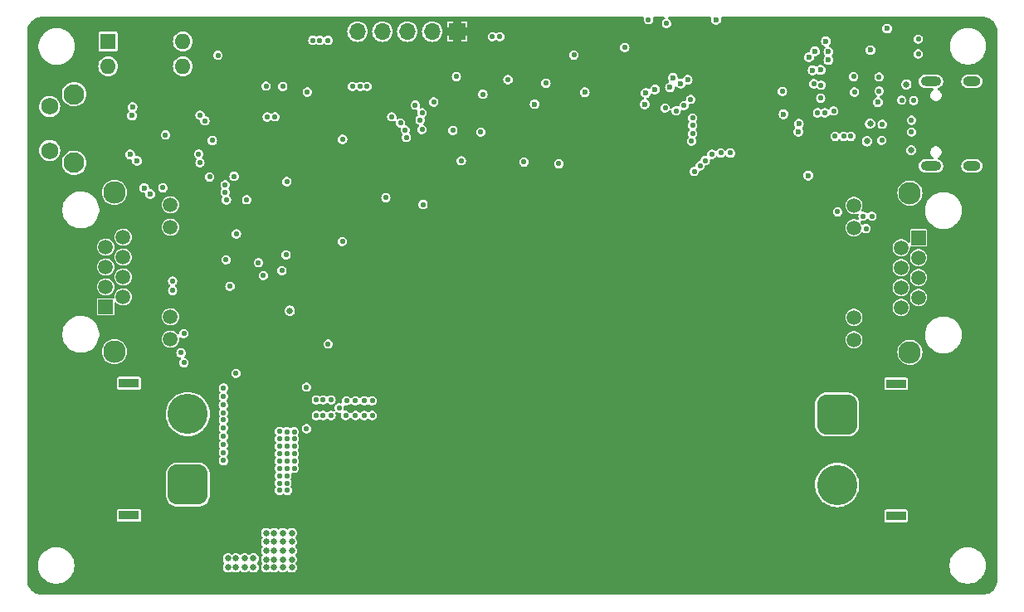
<source format=gbr>
%TF.GenerationSoftware,KiCad,Pcbnew,8.0.7-8.0.7-0~ubuntu22.04.1*%
%TF.CreationDate,2024-12-14T16:55:50+01:00*%
%TF.ProjectId,mini_module_template,6d696e69-5f6d-46f6-9475-6c655f74656d,rev?*%
%TF.SameCoordinates,Original*%
%TF.FileFunction,Copper,L3,Inr*%
%TF.FilePolarity,Positive*%
%FSLAX46Y46*%
G04 Gerber Fmt 4.6, Leading zero omitted, Abs format (unit mm)*
G04 Created by KiCad (PCBNEW 8.0.7-8.0.7-0~ubuntu22.04.1) date 2024-12-14 16:55:50*
%MOMM*%
%LPD*%
G01*
G04 APERTURE LIST*
G04 Aperture macros list*
%AMRoundRect*
0 Rectangle with rounded corners*
0 $1 Rounding radius*
0 $2 $3 $4 $5 $6 $7 $8 $9 X,Y pos of 4 corners*
0 Add a 4 corners polygon primitive as box body*
4,1,4,$2,$3,$4,$5,$6,$7,$8,$9,$2,$3,0*
0 Add four circle primitives for the rounded corners*
1,1,$1+$1,$2,$3*
1,1,$1+$1,$4,$5*
1,1,$1+$1,$6,$7*
1,1,$1+$1,$8,$9*
0 Add four rect primitives between the rounded corners*
20,1,$1+$1,$2,$3,$4,$5,0*
20,1,$1+$1,$4,$5,$6,$7,0*
20,1,$1+$1,$6,$7,$8,$9,0*
20,1,$1+$1,$8,$9,$2,$3,0*%
G04 Aperture macros list end*
%TA.AperFunction,ComponentPad*%
%ADD10R,2.000000X0.900000*%
%TD*%
%TA.AperFunction,ComponentPad*%
%ADD11RoundRect,1.025000X-1.025000X1.025000X-1.025000X-1.025000X1.025000X-1.025000X1.025000X1.025000X0*%
%TD*%
%TA.AperFunction,ComponentPad*%
%ADD12C,4.100000*%
%TD*%
%TA.AperFunction,ComponentPad*%
%ADD13R,1.600000X1.600000*%
%TD*%
%TA.AperFunction,ComponentPad*%
%ADD14O,1.600000X1.600000*%
%TD*%
%TA.AperFunction,ComponentPad*%
%ADD15R,1.500000X1.500000*%
%TD*%
%TA.AperFunction,ComponentPad*%
%ADD16C,1.500000*%
%TD*%
%TA.AperFunction,ComponentPad*%
%ADD17C,2.300000*%
%TD*%
%TA.AperFunction,ComponentPad*%
%ADD18C,2.100000*%
%TD*%
%TA.AperFunction,ComponentPad*%
%ADD19C,1.750000*%
%TD*%
%TA.AperFunction,ComponentPad*%
%ADD20O,2.100000X1.000000*%
%TD*%
%TA.AperFunction,ComponentPad*%
%ADD21O,1.800000X1.000000*%
%TD*%
%TA.AperFunction,ComponentPad*%
%ADD22RoundRect,1.025000X1.025000X-1.025000X1.025000X1.025000X-1.025000X1.025000X-1.025000X-1.025000X0*%
%TD*%
%TA.AperFunction,ComponentPad*%
%ADD23R,1.700000X1.700000*%
%TD*%
%TA.AperFunction,ComponentPad*%
%ADD24O,1.700000X1.700000*%
%TD*%
%TA.AperFunction,ViaPad*%
%ADD25C,0.550000*%
%TD*%
%TA.AperFunction,ViaPad*%
%ADD26C,0.600000*%
%TD*%
%TA.AperFunction,ViaPad*%
%ADD27C,0.650000*%
%TD*%
G04 APERTURE END LIST*
D10*
%TO.N,*%
%TO.C,J2*%
X169150000Y-97950000D03*
X169150000Y-111450000D03*
D11*
%TO.N,GND*%
X163150000Y-101100000D03*
D12*
%TO.N,VCC*%
X163150000Y-108300000D03*
%TD*%
D13*
%TO.N,Net-(R24-Pad2)*%
%TO.C,SW5*%
X88770000Y-63010000D03*
D14*
%TO.N,Net-(R39-Pad2)*%
X88770000Y-65550000D03*
%TO.N,/CAN/CAN2-*%
X96390000Y-65550000D03*
%TO.N,/CAN/CAN1+*%
X96390000Y-63010000D03*
%TD*%
D15*
%TO.N,/CAN/CAN1-*%
%TO.C,J8*%
X88519999Y-90116000D03*
D16*
%TO.N,/CAN/CAN1+*%
X90300000Y-89100000D03*
%TO.N,GND*%
X88519999Y-88084000D03*
%TO.N,/CAN/CAN2-*%
X90300000Y-87068000D03*
%TO.N,/CAN/CAN2+*%
X88519999Y-86052000D03*
%TO.N,+12V*%
X90300000Y-85036000D03*
%TO.N,/CAN/USB_DOWNSTREAM_D-*%
X88519999Y-84020000D03*
%TO.N,/CAN/USB_DOWNSTREAM_D+*%
X90299999Y-83004001D03*
%TO.N,GND*%
X95119999Y-93416000D03*
%TO.N,Net-(J8-Pad10)*%
X95119999Y-91126000D03*
%TO.N,GND*%
X95119999Y-81986000D03*
%TO.N,Net-(J8-Pad12)*%
X95119999Y-79696000D03*
D17*
%TO.N,Net-(C45-Pad1)*%
X89409999Y-94686000D03*
X89409999Y-78426000D03*
%TD*%
D18*
%TO.N,*%
%TO.C,SW2*%
X85300000Y-75400000D03*
X85300000Y-68390000D03*
D19*
%TO.N,GND*%
X82810000Y-74150000D03*
%TO.N,/MCU/NRST*%
X82810000Y-69650000D03*
%TD*%
D15*
%TO.N,/CAN/CAN1-*%
%TO.C,J7*%
X171460000Y-83050000D03*
D16*
%TO.N,/CAN/CAN1+*%
X169679999Y-84066000D03*
%TO.N,GND*%
X171460000Y-85082000D03*
%TO.N,/CAN/CAN2-*%
X169679999Y-86098000D03*
%TO.N,/CAN/CAN2+*%
X171460000Y-87114000D03*
%TO.N,+12V*%
X169679999Y-88130000D03*
%TO.N,/CAN/USB_UPSTREAM_D-*%
X171460000Y-89146000D03*
%TO.N,/CAN/USB_UPSTREAM_D+*%
X169680000Y-90161999D03*
%TO.N,GND*%
X164860000Y-79750000D03*
%TO.N,Net-(J7-Pad10)*%
X164860000Y-82040000D03*
%TO.N,GND*%
X164860000Y-91180000D03*
%TO.N,Net-(J7-Pad12)*%
X164860000Y-93470000D03*
D17*
%TO.N,Net-(C44-Pad1)*%
X170570000Y-78480000D03*
X170570000Y-94740000D03*
%TD*%
D20*
%TO.N,Net-(J4-SHIELD)*%
%TO.C,J4*%
X172710000Y-75720000D03*
D21*
X176910000Y-75720000D03*
D20*
X172710000Y-67080000D03*
D21*
X176910000Y-67080000D03*
%TD*%
D10*
%TO.N,*%
%TO.C,J6*%
X90900000Y-111400000D03*
X90900000Y-97900000D03*
D22*
%TO.N,GND*%
X96900000Y-108250000D03*
D12*
%TO.N,VCC*%
X96900000Y-101050000D03*
%TD*%
D23*
%TO.N,+3V3*%
%TO.C,J1*%
X124379999Y-62000000D03*
D24*
%TO.N,/MCU/NRST*%
X121839999Y-62000000D03*
%TO.N,/MCU/SWDIO*%
X119300000Y-62000000D03*
%TO.N,/MCU/SWCLK*%
X116759999Y-62000000D03*
%TO.N,GND*%
X114219999Y-62000000D03*
%TD*%
D25*
%TO.N,GND*%
X115709999Y-101200001D03*
X94610000Y-72550000D03*
X107010000Y-107350001D03*
X107759999Y-105100001D03*
X104100000Y-85600000D03*
X129560000Y-66900000D03*
X167430000Y-68070000D03*
X107049999Y-108850001D03*
X99400000Y-73130000D03*
X114009999Y-99700001D03*
X98140000Y-75390000D03*
D26*
X166550000Y-63900000D03*
D25*
X136300000Y-64400000D03*
X107759999Y-102850001D03*
X112344999Y-100438001D03*
X166100000Y-82110000D03*
X107010000Y-108100001D03*
X126798001Y-72253356D03*
X123947000Y-72093000D03*
X148400000Y-70825000D03*
X107759999Y-106600001D03*
X169735000Y-68998000D03*
D26*
X157689998Y-70439998D03*
D25*
X133440000Y-67280000D03*
D27*
X166517500Y-71400000D03*
D25*
X171430000Y-62770000D03*
X141480000Y-63625000D03*
X124300000Y-66598000D03*
X106259999Y-108100002D03*
X114909999Y-101200001D03*
X100800000Y-85300000D03*
X107009999Y-105850001D03*
D27*
X166200000Y-73200000D03*
D25*
X111509999Y-99600001D03*
X131200000Y-75320000D03*
X128740000Y-62520000D03*
X107010000Y-77320000D03*
X106259999Y-105100001D03*
X167700000Y-73100000D03*
X98640000Y-71110000D03*
X114500000Y-67600000D03*
X127980000Y-62520000D03*
X110709999Y-99600001D03*
X114009999Y-101200001D03*
D26*
X168250000Y-61700000D03*
D25*
X113700000Y-67600000D03*
D26*
X146100000Y-67700000D03*
D25*
X96500000Y-95820000D03*
X114909999Y-99700001D03*
X112690000Y-73000000D03*
X107009999Y-104350001D03*
X148200000Y-68925000D03*
X115200000Y-67600000D03*
X107759999Y-105850001D03*
X120100000Y-69500000D03*
X101854949Y-82657716D03*
D27*
X107300000Y-90500000D03*
D25*
X99130000Y-76850000D03*
X106259999Y-102821367D03*
X111509999Y-101200001D03*
X145600000Y-69800000D03*
X161470000Y-68806826D03*
X100841441Y-79178023D03*
D26*
X144579600Y-67912800D03*
X132300000Y-69410000D03*
D25*
X107009999Y-105100001D03*
D27*
X170700000Y-74100000D03*
D25*
X102900000Y-79170000D03*
X104615077Y-86905026D03*
X148300000Y-73200000D03*
X107009999Y-102850001D03*
D26*
X137400000Y-68200000D03*
D25*
X120800000Y-72000000D03*
X106924321Y-84796000D03*
X134750000Y-75500000D03*
X106259999Y-106601186D03*
X96500000Y-92840000D03*
X127000000Y-68400000D03*
X110009999Y-99600000D03*
X157570000Y-68119999D03*
D27*
X170200000Y-67400000D03*
D25*
X171430000Y-64290000D03*
X120900000Y-79660000D03*
X107759999Y-104350001D03*
X106259999Y-104350001D03*
X164820000Y-66610000D03*
X101200000Y-88000000D03*
X110009999Y-101200001D03*
D26*
X162000000Y-63000000D03*
D25*
X167420000Y-66640000D03*
X113084558Y-99700002D03*
D26*
X160200000Y-76700000D03*
D25*
X99970000Y-64420000D03*
X110709999Y-101200001D03*
D26*
X150800000Y-60800000D03*
X146370000Y-66720000D03*
D25*
X107010000Y-106600001D03*
X163200000Y-80400000D03*
X117110000Y-78960000D03*
X143900000Y-60775000D03*
X109670000Y-62894997D03*
X106260000Y-103573891D03*
X107009999Y-103600001D03*
X113009999Y-101200001D03*
X106260000Y-107350001D03*
X106249999Y-108850002D03*
X111200000Y-62894997D03*
X106259999Y-105852962D03*
X110360000Y-62894997D03*
X107759999Y-103600001D03*
X115710000Y-99700001D03*
X112670000Y-83440000D03*
X162800000Y-70100000D03*
%TO.N,/MCU/NRST*%
X106500000Y-86400000D03*
X124804652Y-75195348D03*
%TO.N,+5V*%
X100530000Y-105810000D03*
X98150000Y-70540000D03*
X150370000Y-74520000D03*
X149690000Y-75170000D03*
X100530000Y-100910000D03*
X100520000Y-100120000D03*
X151270000Y-74400000D03*
X164550000Y-72700000D03*
X98000000Y-74505000D03*
X100530000Y-102460000D03*
X163800000Y-72700000D03*
X149160000Y-75710000D03*
X100530000Y-104180000D03*
X148575000Y-76285000D03*
X100530000Y-101640000D03*
X152260000Y-74400000D03*
X145740000Y-61170000D03*
X100530000Y-103310000D03*
X164920000Y-68180000D03*
X100530000Y-104970000D03*
X100530000Y-99240000D03*
X111209999Y-93900001D03*
X95345000Y-88445000D03*
X95345000Y-87480000D03*
X101809998Y-96900001D03*
X100530000Y-98380000D03*
X94350000Y-77950000D03*
X162950000Y-72700000D03*
%TO.N,+3V3*%
X119250001Y-108200000D03*
X118450000Y-108210001D03*
X120000000Y-107450000D03*
X137370000Y-67310000D03*
X129970000Y-62860000D03*
X120000000Y-111950000D03*
X132230000Y-68180000D03*
X119250001Y-108950000D03*
X117750000Y-109700000D03*
X132520000Y-67280000D03*
X126400000Y-66598000D03*
X119200001Y-111200000D03*
X118450000Y-109710000D03*
X117750000Y-110450000D03*
X156770000Y-68119999D03*
X118450000Y-108960001D03*
X117750000Y-111950000D03*
X132800000Y-71975000D03*
X149770000Y-60825000D03*
X91870000Y-68030000D03*
D26*
X98100000Y-65200000D03*
D25*
X119250001Y-109700000D03*
X128500000Y-75300000D03*
X120000000Y-111200000D03*
X117750000Y-107450000D03*
X120000000Y-109700000D03*
X117750000Y-111154002D03*
X126800000Y-75400000D03*
X120000000Y-108950000D03*
X103800000Y-69200000D03*
X93000190Y-73404543D03*
X118450000Y-111960000D03*
X117750000Y-108950000D03*
X116600000Y-68110000D03*
D26*
X144770000Y-64375000D03*
D25*
X105180763Y-86339340D03*
X118200000Y-68110000D03*
X119250001Y-107450000D03*
X120000000Y-110450000D03*
X138262500Y-74687500D03*
X119250000Y-111950000D03*
X118450000Y-111164003D03*
X120000000Y-108200000D03*
X118450000Y-110460000D03*
X108200000Y-67624997D03*
X117400000Y-68110000D03*
X117750000Y-108200000D03*
X119250000Y-110450000D03*
X118450000Y-107460001D03*
X119100000Y-68110000D03*
%TO.N,/USB/USB_CONN_D-*%
X170735000Y-71048000D03*
X170735000Y-72252000D03*
%TO.N,/MCU/USR_LED1*%
X106590000Y-67609999D03*
%TO.N,/MCU/USR_LED2*%
X101620000Y-76780000D03*
X104880000Y-67569999D03*
D26*
%TO.N,/USB/USB_PROT_D-*%
X159243114Y-71427170D03*
D25*
X160776587Y-67326587D03*
%TO.N,/USB/USB_PROT_D+*%
X161511768Y-67474942D03*
D26*
X159192074Y-72225542D03*
D25*
%TO.N,Net-(C45-Pad1)*%
X96200000Y-94800000D03*
D27*
%TO.N,VCC*%
X101000000Y-116700000D03*
X107500000Y-115000000D03*
X104900000Y-115000000D03*
X102700000Y-116700000D03*
X105700000Y-115000000D03*
X106600000Y-115900000D03*
X102700000Y-115800000D03*
X104900000Y-114100000D03*
X107500000Y-114100000D03*
X106600000Y-114100000D03*
X105700000Y-115900000D03*
X107500000Y-115900000D03*
X106600000Y-115000000D03*
X104900000Y-115900000D03*
X101800000Y-115800000D03*
X105700000Y-113200000D03*
X105700000Y-114100000D03*
X106600000Y-116700000D03*
X103600000Y-115800000D03*
X107500000Y-116700000D03*
X104900000Y-113200000D03*
X107500000Y-113200000D03*
X101800000Y-116700000D03*
X101000000Y-115800000D03*
X104900000Y-116700000D03*
X103600000Y-116700000D03*
X105700000Y-116700000D03*
X106600000Y-113200000D03*
D26*
%TO.N,/STLINK/USB_D+*%
X147193541Y-67303432D03*
X143614400Y-68268400D03*
D25*
%TO.N,/MCU/USB_D+*%
X120800000Y-70300000D03*
X146700000Y-70100000D03*
%TO.N,/MCU/USB_D-*%
X147526711Y-69550000D03*
X120593958Y-71021146D03*
%TO.N,/MCU/SWCLK*%
X121998000Y-69200000D03*
X109085000Y-68185000D03*
D26*
%TO.N,/STLINK/USB_D-*%
X147900000Y-66928038D03*
X143507705Y-69425872D03*
D25*
%TO.N,/CAN/CAN1-*%
X166700000Y-80850000D03*
D26*
X93066404Y-78595363D03*
X91010000Y-74550000D03*
D25*
%TO.N,/POWER/5V_COIL*%
X109000000Y-102560001D03*
X108999999Y-98305001D03*
%TO.N,/USB/VBUS*%
X167755000Y-71470000D03*
D26*
X167300000Y-69200000D03*
D25*
X170955000Y-69048000D03*
D26*
%TO.N,/USB/USB_UPSTREAM_D-*%
X160655228Y-65964132D03*
X162258333Y-64915000D03*
X160269479Y-64620521D03*
%TO.N,/USB/USB_UPSTREAM_D+*%
X160870521Y-64019479D03*
X162258333Y-64065000D03*
X161454013Y-65920000D03*
%TO.N,/CAN/CAN1+*%
X92430006Y-77958965D03*
X91720000Y-75200000D03*
D25*
X165800000Y-80850000D03*
D26*
%TO.N,/CAN/CAN2+*%
X91217377Y-70589602D03*
%TO.N,/CAN/CAN2-*%
X91257628Y-69712839D03*
D25*
%TO.N,/CAN/USB_UPSTREAM_D-*%
X161149997Y-70300000D03*
%TO.N,/CAN/USB_UPSTREAM_D+*%
X161900000Y-70300000D03*
%TO.N,/CAN/USB_DOWNSTREAM_D-*%
X148400000Y-71575000D03*
%TO.N,/CAN/USB_DOWNSTREAM_D+*%
X148400000Y-72425000D03*
%TO.N,/CAN/RXD2_LED*%
X100700000Y-78400000D03*
X118600000Y-71326472D03*
%TO.N,/CAN/TXD2_LED*%
X100700000Y-77649997D03*
X117701472Y-70701472D03*
%TO.N,/MCU/I2C3_SDA*%
X119200000Y-72798000D03*
X105000000Y-70722499D03*
%TO.N,/MCU/I2C3_SCL*%
X105800000Y-70700000D03*
X119093636Y-72055578D03*
%TD*%
%TA.AperFunction,Conductor*%
%TO.N,+3V3*%
G36*
X143383012Y-60520185D02*
G01*
X143428767Y-60572989D01*
X143438711Y-60642147D01*
X143419610Y-60774999D01*
X143439068Y-60910337D01*
X143439070Y-60910345D01*
X143495867Y-61034714D01*
X143495872Y-61034721D01*
X143585409Y-61138053D01*
X143585413Y-61138057D01*
X143635119Y-61170000D01*
X143700439Y-61211978D01*
X143766036Y-61231239D01*
X143831632Y-61250500D01*
X143831633Y-61250500D01*
X143968367Y-61250500D01*
X144099561Y-61211978D01*
X144214589Y-61138055D01*
X144304130Y-61034718D01*
X144304158Y-61034658D01*
X144336107Y-60964699D01*
X144360931Y-60910342D01*
X144380390Y-60775000D01*
X144361289Y-60642147D01*
X144371233Y-60572988D01*
X144416988Y-60520184D01*
X144484027Y-60500500D01*
X145479946Y-60500500D01*
X145546985Y-60520185D01*
X145592740Y-60572989D01*
X145602684Y-60642147D01*
X145573659Y-60705703D01*
X145546984Y-60728816D01*
X145425413Y-60806942D01*
X145425409Y-60806946D01*
X145335872Y-60910278D01*
X145335867Y-60910285D01*
X145279070Y-61034654D01*
X145279068Y-61034662D01*
X145259610Y-61170000D01*
X145279068Y-61305337D01*
X145279070Y-61305345D01*
X145335867Y-61429714D01*
X145335872Y-61429721D01*
X145425409Y-61533053D01*
X145425413Y-61533057D01*
X145485979Y-61571979D01*
X145540439Y-61606978D01*
X145606036Y-61626239D01*
X145671632Y-61645500D01*
X145671633Y-61645500D01*
X145808367Y-61645500D01*
X145939561Y-61606978D01*
X146054589Y-61533055D01*
X146144130Y-61429718D01*
X146200931Y-61305342D01*
X146220390Y-61170000D01*
X146200931Y-61034658D01*
X146167568Y-60961603D01*
X146144132Y-60910285D01*
X146144127Y-60910278D01*
X146054590Y-60806946D01*
X146054586Y-60806942D01*
X145933016Y-60728816D01*
X145887260Y-60676013D01*
X145877316Y-60606854D01*
X145906340Y-60543298D01*
X145965118Y-60505523D01*
X146000054Y-60500500D01*
X150195302Y-60500500D01*
X150262341Y-60520185D01*
X150308096Y-60572989D01*
X150318040Y-60642147D01*
X150315116Y-60655587D01*
X150294353Y-60800000D01*
X150314834Y-60942456D01*
X150356971Y-61034721D01*
X150374623Y-61073373D01*
X150468872Y-61182143D01*
X150589947Y-61259953D01*
X150589950Y-61259954D01*
X150589949Y-61259954D01*
X150728036Y-61300499D01*
X150728038Y-61300500D01*
X150728039Y-61300500D01*
X150871962Y-61300500D01*
X150871962Y-61300499D01*
X151010053Y-61259953D01*
X151131128Y-61182143D01*
X151225377Y-61073373D01*
X151285165Y-60942457D01*
X151305647Y-60800000D01*
X151285165Y-60657543D01*
X151283903Y-60648765D01*
X151285720Y-60648503D01*
X151285722Y-60589562D01*
X151323498Y-60530785D01*
X151387055Y-60501762D01*
X151404698Y-60500500D01*
X177934108Y-60500500D01*
X177995572Y-60500500D01*
X178004418Y-60500816D01*
X178204561Y-60515130D01*
X178222063Y-60517647D01*
X178413797Y-60559355D01*
X178430755Y-60564334D01*
X178614609Y-60632909D01*
X178630701Y-60640259D01*
X178802904Y-60734288D01*
X178817784Y-60743849D01*
X178974867Y-60861441D01*
X178988237Y-60873027D01*
X179126972Y-61011762D01*
X179138558Y-61025132D01*
X179247005Y-61170000D01*
X179256146Y-61182210D01*
X179265711Y-61197095D01*
X179359740Y-61369298D01*
X179367090Y-61385390D01*
X179435662Y-61569236D01*
X179440646Y-61586212D01*
X179482351Y-61777931D01*
X179484869Y-61795442D01*
X179499184Y-61995580D01*
X179499500Y-62004427D01*
X179499500Y-117995572D01*
X179499184Y-118004419D01*
X179484869Y-118204557D01*
X179482351Y-118222068D01*
X179440646Y-118413787D01*
X179435662Y-118430763D01*
X179367090Y-118614609D01*
X179359740Y-118630701D01*
X179265711Y-118802904D01*
X179256146Y-118817789D01*
X179138558Y-118974867D01*
X179126972Y-118988237D01*
X178988237Y-119126972D01*
X178974867Y-119138558D01*
X178817789Y-119256146D01*
X178802904Y-119265711D01*
X178630701Y-119359740D01*
X178614609Y-119367090D01*
X178430763Y-119435662D01*
X178413787Y-119440646D01*
X178222068Y-119482351D01*
X178204557Y-119484869D01*
X178023779Y-119497799D01*
X178004417Y-119499184D01*
X177995572Y-119499500D01*
X82004428Y-119499500D01*
X81995582Y-119499184D01*
X81973622Y-119497613D01*
X81795442Y-119484869D01*
X81777931Y-119482351D01*
X81586212Y-119440646D01*
X81569236Y-119435662D01*
X81385390Y-119367090D01*
X81369298Y-119359740D01*
X81197095Y-119265711D01*
X81182210Y-119256146D01*
X81025132Y-119138558D01*
X81011762Y-119126972D01*
X80873027Y-118988237D01*
X80861441Y-118974867D01*
X80743849Y-118817784D01*
X80734288Y-118802904D01*
X80640259Y-118630701D01*
X80632909Y-118614609D01*
X80572091Y-118451551D01*
X80564334Y-118430755D01*
X80559355Y-118413797D01*
X80517647Y-118222063D01*
X80515130Y-118204556D01*
X80513861Y-118186819D01*
X80500816Y-118004418D01*
X80500500Y-117995572D01*
X80500500Y-116398456D01*
X81615500Y-116398456D01*
X81615500Y-116641543D01*
X81615501Y-116641559D01*
X81647230Y-116882569D01*
X81710149Y-117117386D01*
X81803175Y-117341972D01*
X81803182Y-117341987D01*
X81924730Y-117552516D01*
X82072722Y-117745380D01*
X82072730Y-117745389D01*
X82244611Y-117917270D01*
X82244619Y-117917277D01*
X82437483Y-118065269D01*
X82648012Y-118186817D01*
X82648027Y-118186824D01*
X82690839Y-118204557D01*
X82872612Y-118279850D01*
X83107429Y-118342769D01*
X83348450Y-118374500D01*
X83348457Y-118374500D01*
X83591543Y-118374500D01*
X83591550Y-118374500D01*
X83832571Y-118342769D01*
X84067388Y-118279850D01*
X84291984Y-118186819D01*
X84502516Y-118065269D01*
X84695380Y-117917278D01*
X84695384Y-117917273D01*
X84695389Y-117917270D01*
X84867270Y-117745389D01*
X84867273Y-117745384D01*
X84867278Y-117745380D01*
X85015269Y-117552516D01*
X85136819Y-117341984D01*
X85229850Y-117117388D01*
X85292769Y-116882571D01*
X85324500Y-116641550D01*
X85324500Y-116398450D01*
X85292769Y-116157429D01*
X85229850Y-115922612D01*
X85179062Y-115800000D01*
X100469965Y-115800000D01*
X100483130Y-115899999D01*
X100488026Y-115937181D01*
X100488027Y-115937186D01*
X100540975Y-116065016D01*
X100540976Y-116065019D01*
X100624995Y-116174513D01*
X100650190Y-116239682D01*
X100636152Y-116308127D01*
X100624996Y-116325486D01*
X100540976Y-116434982D01*
X100540974Y-116434984D01*
X100488027Y-116562813D01*
X100488026Y-116562818D01*
X100469965Y-116699999D01*
X100469965Y-116700000D01*
X100488026Y-116837181D01*
X100488027Y-116837186D01*
X100540974Y-116965015D01*
X100540975Y-116965017D01*
X100540976Y-116965018D01*
X100625209Y-117074791D01*
X100734982Y-117159024D01*
X100862817Y-117211974D01*
X100985702Y-117228152D01*
X100999999Y-117230035D01*
X101000000Y-117230035D01*
X101000001Y-117230035D01*
X101012947Y-117228330D01*
X101137183Y-117211974D01*
X101265018Y-117159024D01*
X101324514Y-117113369D01*
X101389681Y-117088176D01*
X101458126Y-117102214D01*
X101475480Y-117113365D01*
X101534982Y-117159024D01*
X101662817Y-117211974D01*
X101785702Y-117228152D01*
X101799999Y-117230035D01*
X101800000Y-117230035D01*
X101800001Y-117230035D01*
X101812947Y-117228330D01*
X101937183Y-117211974D01*
X102065018Y-117159024D01*
X102092931Y-117137605D01*
X102174513Y-117075005D01*
X102239682Y-117049810D01*
X102308127Y-117063848D01*
X102325487Y-117075005D01*
X102434980Y-117159023D01*
X102434981Y-117159023D01*
X102434982Y-117159024D01*
X102562817Y-117211974D01*
X102685702Y-117228152D01*
X102699999Y-117230035D01*
X102700000Y-117230035D01*
X102700001Y-117230035D01*
X102712947Y-117228330D01*
X102837183Y-117211974D01*
X102965018Y-117159024D01*
X102992931Y-117137605D01*
X103074513Y-117075005D01*
X103139682Y-117049810D01*
X103208127Y-117063848D01*
X103225487Y-117075005D01*
X103334980Y-117159023D01*
X103334981Y-117159023D01*
X103334982Y-117159024D01*
X103462817Y-117211974D01*
X103585702Y-117228152D01*
X103599999Y-117230035D01*
X103600000Y-117230035D01*
X103600001Y-117230035D01*
X103612947Y-117228330D01*
X103737183Y-117211974D01*
X103865018Y-117159024D01*
X103974791Y-117074791D01*
X104059024Y-116965018D01*
X104111974Y-116837183D01*
X104127061Y-116722588D01*
X104136905Y-116700335D01*
X104136589Y-116699664D01*
X104363093Y-116699664D01*
X104372519Y-116719669D01*
X104372939Y-116722589D01*
X104388026Y-116837182D01*
X104388027Y-116837186D01*
X104440974Y-116965015D01*
X104440975Y-116965017D01*
X104440976Y-116965018D01*
X104525209Y-117074791D01*
X104634982Y-117159024D01*
X104762817Y-117211974D01*
X104885702Y-117228152D01*
X104899999Y-117230035D01*
X104900000Y-117230035D01*
X104900001Y-117230035D01*
X104912947Y-117228330D01*
X105037183Y-117211974D01*
X105165018Y-117159024D01*
X105224514Y-117113369D01*
X105289681Y-117088176D01*
X105358126Y-117102214D01*
X105375480Y-117113365D01*
X105434982Y-117159024D01*
X105562817Y-117211974D01*
X105685702Y-117228152D01*
X105699999Y-117230035D01*
X105700000Y-117230035D01*
X105700001Y-117230035D01*
X105712947Y-117228330D01*
X105837183Y-117211974D01*
X105965018Y-117159024D01*
X105992931Y-117137605D01*
X106074513Y-117075005D01*
X106139682Y-117049810D01*
X106208127Y-117063848D01*
X106225487Y-117075005D01*
X106334980Y-117159023D01*
X106334981Y-117159023D01*
X106334982Y-117159024D01*
X106462817Y-117211974D01*
X106585702Y-117228152D01*
X106599999Y-117230035D01*
X106600000Y-117230035D01*
X106600001Y-117230035D01*
X106612947Y-117228330D01*
X106737183Y-117211974D01*
X106865018Y-117159024D01*
X106892931Y-117137605D01*
X106974513Y-117075005D01*
X107039682Y-117049810D01*
X107108127Y-117063848D01*
X107125487Y-117075005D01*
X107234980Y-117159023D01*
X107234981Y-117159023D01*
X107234982Y-117159024D01*
X107362817Y-117211974D01*
X107485702Y-117228152D01*
X107499999Y-117230035D01*
X107500000Y-117230035D01*
X107500001Y-117230035D01*
X107512947Y-117228330D01*
X107637183Y-117211974D01*
X107765018Y-117159024D01*
X107874791Y-117074791D01*
X107959024Y-116965018D01*
X108011974Y-116837183D01*
X108030035Y-116700000D01*
X108011974Y-116562817D01*
X107959024Y-116434983D01*
X107930996Y-116398456D01*
X174615500Y-116398456D01*
X174615500Y-116641543D01*
X174615501Y-116641559D01*
X174647230Y-116882569D01*
X174710149Y-117117386D01*
X174803175Y-117341972D01*
X174803182Y-117341987D01*
X174924730Y-117552516D01*
X175072722Y-117745380D01*
X175072730Y-117745389D01*
X175244611Y-117917270D01*
X175244619Y-117917277D01*
X175437483Y-118065269D01*
X175648012Y-118186817D01*
X175648027Y-118186824D01*
X175690839Y-118204557D01*
X175872612Y-118279850D01*
X176107429Y-118342769D01*
X176348450Y-118374500D01*
X176348457Y-118374500D01*
X176591543Y-118374500D01*
X176591550Y-118374500D01*
X176832571Y-118342769D01*
X177067388Y-118279850D01*
X177291984Y-118186819D01*
X177502516Y-118065269D01*
X177695380Y-117917278D01*
X177695384Y-117917273D01*
X177695389Y-117917270D01*
X177867270Y-117745389D01*
X177867273Y-117745384D01*
X177867278Y-117745380D01*
X178015269Y-117552516D01*
X178136819Y-117341984D01*
X178229850Y-117117388D01*
X178292769Y-116882571D01*
X178324500Y-116641550D01*
X178324500Y-116398450D01*
X178292769Y-116157429D01*
X178229850Y-115922612D01*
X178136819Y-115698016D01*
X178093637Y-115623222D01*
X178015269Y-115487483D01*
X177867277Y-115294619D01*
X177867270Y-115294611D01*
X177695389Y-115122730D01*
X177695380Y-115122722D01*
X177502516Y-114974730D01*
X177291987Y-114853182D01*
X177291972Y-114853175D01*
X177067386Y-114760149D01*
X176832569Y-114697230D01*
X176591559Y-114665501D01*
X176591556Y-114665500D01*
X176591550Y-114665500D01*
X176348450Y-114665500D01*
X176348444Y-114665500D01*
X176348440Y-114665501D01*
X176107430Y-114697230D01*
X175872613Y-114760149D01*
X175648027Y-114853175D01*
X175648012Y-114853182D01*
X175437483Y-114974730D01*
X175244619Y-115122722D01*
X175072722Y-115294619D01*
X174924730Y-115487483D01*
X174803182Y-115698012D01*
X174803175Y-115698027D01*
X174710149Y-115922613D01*
X174647230Y-116157430D01*
X174615501Y-116398440D01*
X174615500Y-116398456D01*
X107930996Y-116398456D01*
X107913369Y-116375484D01*
X107888176Y-116310318D01*
X107902214Y-116241873D01*
X107913365Y-116224519D01*
X107959024Y-116165018D01*
X108011974Y-116037183D01*
X108030035Y-115900000D01*
X108011974Y-115762817D01*
X107992412Y-115715591D01*
X107959025Y-115634984D01*
X107959023Y-115634981D01*
X107875004Y-115525487D01*
X107849809Y-115460318D01*
X107863847Y-115391873D01*
X107875004Y-115374513D01*
X107900000Y-115341938D01*
X107959024Y-115265018D01*
X108011974Y-115137183D01*
X108030035Y-115000000D01*
X108011974Y-114862817D01*
X107992412Y-114815591D01*
X107959025Y-114734984D01*
X107959023Y-114734981D01*
X107875004Y-114625487D01*
X107849809Y-114560318D01*
X107863847Y-114491873D01*
X107875004Y-114474513D01*
X107900000Y-114441938D01*
X107959024Y-114365018D01*
X108011974Y-114237183D01*
X108030035Y-114100000D01*
X108011974Y-113962817D01*
X107992412Y-113915591D01*
X107959025Y-113834984D01*
X107959023Y-113834981D01*
X107875004Y-113725487D01*
X107849809Y-113660318D01*
X107863847Y-113591873D01*
X107875004Y-113574513D01*
X107900000Y-113541938D01*
X107959024Y-113465018D01*
X108011974Y-113337183D01*
X108030035Y-113200000D01*
X108011974Y-113062817D01*
X107959024Y-112934983D01*
X107874791Y-112825209D01*
X107874789Y-112825208D01*
X107874789Y-112825207D01*
X107765015Y-112740974D01*
X107637186Y-112688027D01*
X107637184Y-112688026D01*
X107637183Y-112688026D01*
X107545727Y-112675985D01*
X107500001Y-112669965D01*
X107499999Y-112669965D01*
X107431408Y-112678995D01*
X107362817Y-112688026D01*
X107362816Y-112688026D01*
X107362813Y-112688027D01*
X107234984Y-112740974D01*
X107234982Y-112740976D01*
X107125486Y-112824996D01*
X107060317Y-112850190D01*
X106991872Y-112836152D01*
X106974513Y-112824995D01*
X106865019Y-112740976D01*
X106865016Y-112740975D01*
X106737186Y-112688027D01*
X106737184Y-112688026D01*
X106737183Y-112688026D01*
X106645727Y-112675985D01*
X106600001Y-112669965D01*
X106599999Y-112669965D01*
X106531408Y-112678995D01*
X106462817Y-112688026D01*
X106462816Y-112688026D01*
X106462813Y-112688027D01*
X106334984Y-112740974D01*
X106334982Y-112740976D01*
X106225486Y-112824996D01*
X106160317Y-112850190D01*
X106091872Y-112836152D01*
X106074513Y-112824995D01*
X105965019Y-112740976D01*
X105965016Y-112740975D01*
X105837186Y-112688027D01*
X105837184Y-112688026D01*
X105837183Y-112688026D01*
X105745727Y-112675985D01*
X105700001Y-112669965D01*
X105699999Y-112669965D01*
X105631408Y-112678995D01*
X105562817Y-112688026D01*
X105562816Y-112688026D01*
X105562813Y-112688027D01*
X105434984Y-112740974D01*
X105434982Y-112740976D01*
X105375486Y-112786629D01*
X105310317Y-112811823D01*
X105241872Y-112797784D01*
X105224513Y-112786629D01*
X105165015Y-112740974D01*
X105037186Y-112688027D01*
X105037184Y-112688026D01*
X105037183Y-112688026D01*
X104945727Y-112675985D01*
X104900001Y-112669965D01*
X104899999Y-112669965D01*
X104831408Y-112678995D01*
X104762817Y-112688026D01*
X104762816Y-112688026D01*
X104762813Y-112688027D01*
X104634985Y-112740974D01*
X104525209Y-112825209D01*
X104440974Y-112934985D01*
X104388027Y-113062813D01*
X104388026Y-113062818D01*
X104369965Y-113199999D01*
X104369965Y-113200000D01*
X104388026Y-113337181D01*
X104388027Y-113337186D01*
X104440975Y-113465016D01*
X104440976Y-113465019D01*
X104524995Y-113574513D01*
X104550190Y-113639682D01*
X104536152Y-113708127D01*
X104524996Y-113725486D01*
X104440976Y-113834982D01*
X104440974Y-113834984D01*
X104388027Y-113962813D01*
X104388026Y-113962818D01*
X104369965Y-114099999D01*
X104369965Y-114100000D01*
X104388026Y-114237181D01*
X104388027Y-114237186D01*
X104440975Y-114365016D01*
X104440976Y-114365019D01*
X104524995Y-114474513D01*
X104550190Y-114539682D01*
X104536152Y-114608127D01*
X104524996Y-114625486D01*
X104440976Y-114734982D01*
X104440974Y-114734984D01*
X104388027Y-114862813D01*
X104388026Y-114862818D01*
X104369965Y-114999999D01*
X104369965Y-115000000D01*
X104388026Y-115137181D01*
X104388027Y-115137186D01*
X104440975Y-115265016D01*
X104440976Y-115265019D01*
X104524995Y-115374513D01*
X104550190Y-115439682D01*
X104536152Y-115508127D01*
X104524996Y-115525486D01*
X104440976Y-115634982D01*
X104440974Y-115634984D01*
X104388027Y-115762813D01*
X104388026Y-115762818D01*
X104369965Y-115899999D01*
X104369965Y-115900000D01*
X104388026Y-116037181D01*
X104388027Y-116037186D01*
X104440974Y-116165015D01*
X104486629Y-116224513D01*
X104511823Y-116289683D01*
X104497785Y-116358127D01*
X104486629Y-116375486D01*
X104440976Y-116434982D01*
X104440974Y-116434984D01*
X104388027Y-116562813D01*
X104388026Y-116562818D01*
X104372939Y-116677410D01*
X104363093Y-116699664D01*
X104136589Y-116699664D01*
X104127481Y-116680330D01*
X104127061Y-116677410D01*
X104122341Y-116641559D01*
X104111974Y-116562817D01*
X104059025Y-116434985D01*
X104059025Y-116434984D01*
X104059023Y-116434981D01*
X103975004Y-116325487D01*
X103949809Y-116260318D01*
X103963847Y-116191873D01*
X103975004Y-116174513D01*
X103982292Y-116165015D01*
X104059024Y-116065018D01*
X104111974Y-115937183D01*
X104130035Y-115800000D01*
X104111974Y-115662817D01*
X104059024Y-115534983D01*
X103974791Y-115425209D01*
X103974789Y-115425208D01*
X103974789Y-115425207D01*
X103908220Y-115374127D01*
X103865018Y-115340976D01*
X103865017Y-115340975D01*
X103865015Y-115340974D01*
X103737186Y-115288027D01*
X103737184Y-115288026D01*
X103737183Y-115288026D01*
X103645727Y-115275985D01*
X103600001Y-115269965D01*
X103599999Y-115269965D01*
X103531408Y-115278995D01*
X103462817Y-115288026D01*
X103462816Y-115288026D01*
X103462813Y-115288027D01*
X103334984Y-115340974D01*
X103334982Y-115340976D01*
X103225486Y-115424996D01*
X103160317Y-115450190D01*
X103091872Y-115436152D01*
X103074513Y-115424995D01*
X102965019Y-115340976D01*
X102965016Y-115340975D01*
X102837186Y-115288027D01*
X102837184Y-115288026D01*
X102837183Y-115288026D01*
X102745727Y-115275985D01*
X102700001Y-115269965D01*
X102699999Y-115269965D01*
X102631408Y-115278995D01*
X102562817Y-115288026D01*
X102562816Y-115288026D01*
X102562813Y-115288027D01*
X102434984Y-115340974D01*
X102434982Y-115340976D01*
X102325486Y-115424996D01*
X102260317Y-115450190D01*
X102191872Y-115436152D01*
X102174513Y-115424995D01*
X102065019Y-115340976D01*
X102065016Y-115340975D01*
X101937186Y-115288027D01*
X101937184Y-115288026D01*
X101937183Y-115288026D01*
X101845727Y-115275985D01*
X101800001Y-115269965D01*
X101799999Y-115269965D01*
X101731408Y-115278995D01*
X101662817Y-115288026D01*
X101662816Y-115288026D01*
X101662813Y-115288027D01*
X101534984Y-115340974D01*
X101534982Y-115340976D01*
X101475486Y-115386629D01*
X101410317Y-115411823D01*
X101341872Y-115397784D01*
X101324513Y-115386629D01*
X101309086Y-115374791D01*
X101265018Y-115340976D01*
X101265017Y-115340975D01*
X101265015Y-115340974D01*
X101137186Y-115288027D01*
X101137184Y-115288026D01*
X101137183Y-115288026D01*
X101045727Y-115275985D01*
X101000001Y-115269965D01*
X100999999Y-115269965D01*
X100931408Y-115278995D01*
X100862817Y-115288026D01*
X100862816Y-115288026D01*
X100862813Y-115288027D01*
X100734985Y-115340974D01*
X100625209Y-115425209D01*
X100540974Y-115534985D01*
X100488027Y-115662813D01*
X100488026Y-115662816D01*
X100488026Y-115662817D01*
X100469965Y-115800000D01*
X85179062Y-115800000D01*
X85136819Y-115698016D01*
X85093637Y-115623222D01*
X85015269Y-115487483D01*
X84867277Y-115294619D01*
X84867270Y-115294611D01*
X84695389Y-115122730D01*
X84695380Y-115122722D01*
X84502516Y-114974730D01*
X84291987Y-114853182D01*
X84291972Y-114853175D01*
X84067386Y-114760149D01*
X83832569Y-114697230D01*
X83591559Y-114665501D01*
X83591556Y-114665500D01*
X83591550Y-114665500D01*
X83348450Y-114665500D01*
X83348444Y-114665500D01*
X83348440Y-114665501D01*
X83107430Y-114697230D01*
X82872613Y-114760149D01*
X82648027Y-114853175D01*
X82648012Y-114853182D01*
X82437483Y-114974730D01*
X82244619Y-115122722D01*
X82072722Y-115294619D01*
X81924730Y-115487483D01*
X81803182Y-115698012D01*
X81803175Y-115698027D01*
X81710149Y-115922613D01*
X81647230Y-116157430D01*
X81615501Y-116398440D01*
X81615500Y-116398456D01*
X80500500Y-116398456D01*
X80500500Y-110930247D01*
X89699500Y-110930247D01*
X89699500Y-111869752D01*
X89711131Y-111928229D01*
X89711132Y-111928230D01*
X89755447Y-111994552D01*
X89821769Y-112038867D01*
X89821770Y-112038868D01*
X89880247Y-112050499D01*
X89880250Y-112050500D01*
X89880252Y-112050500D01*
X91919750Y-112050500D01*
X91919751Y-112050499D01*
X91934568Y-112047552D01*
X91978229Y-112038868D01*
X91978229Y-112038867D01*
X91978231Y-112038867D01*
X92044552Y-111994552D01*
X92088867Y-111928231D01*
X92088867Y-111928229D01*
X92088868Y-111928229D01*
X92100499Y-111869752D01*
X92100500Y-111869750D01*
X92100500Y-110980247D01*
X167949500Y-110980247D01*
X167949500Y-111919752D01*
X167961131Y-111978229D01*
X167961132Y-111978230D01*
X168005447Y-112044552D01*
X168071769Y-112088867D01*
X168071770Y-112088868D01*
X168130247Y-112100499D01*
X168130250Y-112100500D01*
X168130252Y-112100500D01*
X170169750Y-112100500D01*
X170169751Y-112100499D01*
X170184568Y-112097552D01*
X170228229Y-112088868D01*
X170228229Y-112088867D01*
X170228231Y-112088867D01*
X170294552Y-112044552D01*
X170338867Y-111978231D01*
X170338867Y-111978229D01*
X170338868Y-111978229D01*
X170350499Y-111919752D01*
X170350500Y-111919750D01*
X170350500Y-110980249D01*
X170350499Y-110980247D01*
X170338868Y-110921770D01*
X170338867Y-110921769D01*
X170294552Y-110855447D01*
X170228230Y-110811132D01*
X170228229Y-110811131D01*
X170169752Y-110799500D01*
X170169748Y-110799500D01*
X168130252Y-110799500D01*
X168130247Y-110799500D01*
X168071770Y-110811131D01*
X168071769Y-110811132D01*
X168005447Y-110855447D01*
X167961132Y-110921769D01*
X167961131Y-110921770D01*
X167949500Y-110980247D01*
X92100500Y-110980247D01*
X92100500Y-110930249D01*
X92100499Y-110930247D01*
X92088868Y-110871770D01*
X92088867Y-110871769D01*
X92044552Y-110805447D01*
X91978230Y-110761132D01*
X91978229Y-110761131D01*
X91919752Y-110749500D01*
X91919748Y-110749500D01*
X89880252Y-110749500D01*
X89880247Y-110749500D01*
X89821770Y-110761131D01*
X89821769Y-110761132D01*
X89755447Y-110805447D01*
X89711132Y-110871769D01*
X89711131Y-110871770D01*
X89699500Y-110930247D01*
X80500500Y-110930247D01*
X80500500Y-107162061D01*
X94649500Y-107162061D01*
X94649500Y-109337924D01*
X94649501Y-109337939D01*
X94659696Y-109467484D01*
X94713596Y-109681395D01*
X94804826Y-109882243D01*
X94930449Y-110063568D01*
X95086431Y-110219550D01*
X95267756Y-110345173D01*
X95267757Y-110345173D01*
X95267761Y-110345176D01*
X95401875Y-110406093D01*
X95468604Y-110436403D01*
X95468605Y-110436403D01*
X95468607Y-110436404D01*
X95682515Y-110490304D01*
X95812067Y-110500500D01*
X97987932Y-110500499D01*
X98117485Y-110490304D01*
X98331393Y-110436404D01*
X98532239Y-110345176D01*
X98713567Y-110219551D01*
X98869551Y-110063567D01*
X98995176Y-109882239D01*
X99086404Y-109681393D01*
X99140304Y-109467485D01*
X99150500Y-109337933D01*
X99150500Y-108850002D01*
X105769609Y-108850002D01*
X105789067Y-108985339D01*
X105789069Y-108985347D01*
X105845866Y-109109716D01*
X105845871Y-109109723D01*
X105935408Y-109213055D01*
X105935412Y-109213059D01*
X105995978Y-109251981D01*
X106050438Y-109286980D01*
X106116035Y-109306241D01*
X106181631Y-109325502D01*
X106181632Y-109325502D01*
X106318366Y-109325502D01*
X106449560Y-109286980D01*
X106564588Y-109213057D01*
X106564595Y-109213048D01*
X106568793Y-109209412D01*
X106632348Y-109180386D01*
X106701507Y-109190327D01*
X106731200Y-109209408D01*
X106735412Y-109213058D01*
X106795978Y-109251980D01*
X106850438Y-109286979D01*
X106916035Y-109306240D01*
X106981631Y-109325501D01*
X106981632Y-109325501D01*
X107118366Y-109325501D01*
X107249560Y-109286979D01*
X107364588Y-109213056D01*
X107454129Y-109109719D01*
X107510930Y-108985343D01*
X107530389Y-108850001D01*
X107510930Y-108714659D01*
X107456005Y-108594390D01*
X107454131Y-108590286D01*
X107454126Y-108590279D01*
X107404599Y-108533120D01*
X107375575Y-108469564D01*
X107385519Y-108400406D01*
X107404599Y-108370717D01*
X107414130Y-108359719D01*
X107441407Y-108299992D01*
X160894671Y-108299992D01*
X160894671Y-108300007D01*
X160913964Y-108594363D01*
X160913965Y-108594373D01*
X160913966Y-108594380D01*
X160937891Y-108714663D01*
X160971518Y-108883716D01*
X160971521Y-108883730D01*
X161066349Y-109163080D01*
X161196825Y-109427660D01*
X161196829Y-109427667D01*
X161360725Y-109672955D01*
X161555241Y-109894758D01*
X161747731Y-110063567D01*
X161777043Y-110089273D01*
X162022335Y-110253172D01*
X162286923Y-110383652D01*
X162566278Y-110478481D01*
X162855620Y-110536034D01*
X162883888Y-110537886D01*
X163149993Y-110555329D01*
X163150000Y-110555329D01*
X163150007Y-110555329D01*
X163385675Y-110539881D01*
X163444380Y-110536034D01*
X163733722Y-110478481D01*
X164013077Y-110383652D01*
X164277665Y-110253172D01*
X164522957Y-110089273D01*
X164744758Y-109894758D01*
X164939273Y-109672957D01*
X165103172Y-109427665D01*
X165233652Y-109163077D01*
X165328481Y-108883722D01*
X165386034Y-108594380D01*
X165394718Y-108461889D01*
X165405329Y-108300007D01*
X165405329Y-108299992D01*
X165386035Y-108005636D01*
X165386034Y-108005620D01*
X165328481Y-107716278D01*
X165233652Y-107436923D01*
X165103172Y-107172336D01*
X165096310Y-107162067D01*
X165025883Y-107056664D01*
X164939273Y-106927043D01*
X164896655Y-106878447D01*
X164744758Y-106705241D01*
X164522955Y-106510725D01*
X164277667Y-106346829D01*
X164277660Y-106346825D01*
X164013080Y-106216349D01*
X163733730Y-106121521D01*
X163733724Y-106121519D01*
X163733722Y-106121519D01*
X163444380Y-106063966D01*
X163444373Y-106063965D01*
X163444363Y-106063964D01*
X163150007Y-106044671D01*
X163149993Y-106044671D01*
X162855636Y-106063964D01*
X162855624Y-106063965D01*
X162855620Y-106063966D01*
X162855612Y-106063967D01*
X162855609Y-106063968D01*
X162566283Y-106121518D01*
X162566269Y-106121521D01*
X162286919Y-106216349D01*
X162022334Y-106346828D01*
X161777041Y-106510728D01*
X161555241Y-106705241D01*
X161360728Y-106927041D01*
X161196828Y-107172334D01*
X161066349Y-107436919D01*
X160971521Y-107716269D01*
X160971518Y-107716283D01*
X160913968Y-108005609D01*
X160913964Y-108005636D01*
X160894671Y-108299992D01*
X107441407Y-108299992D01*
X107470931Y-108235343D01*
X107490390Y-108100001D01*
X107470931Y-107964659D01*
X107414132Y-107840287D01*
X107414132Y-107840286D01*
X107414130Y-107840284D01*
X107414130Y-107840283D01*
X107384599Y-107806202D01*
X107355575Y-107742648D01*
X107365518Y-107673490D01*
X107384597Y-107643801D01*
X107414130Y-107609719D01*
X107470931Y-107485343D01*
X107490390Y-107350001D01*
X107470931Y-107214659D01*
X107470927Y-107214651D01*
X107469373Y-107209357D01*
X107469365Y-107139487D01*
X107507133Y-107080705D01*
X107570686Y-107051673D01*
X107623280Y-107055432D01*
X107691629Y-107075500D01*
X107691631Y-107075501D01*
X107691632Y-107075501D01*
X107828366Y-107075501D01*
X107959560Y-107036979D01*
X108074588Y-106963056D01*
X108164129Y-106859719D01*
X108220930Y-106735343D01*
X108240389Y-106600001D01*
X108220930Y-106464659D01*
X108208039Y-106436431D01*
X108164131Y-106340286D01*
X108164129Y-106340284D01*
X108164129Y-106340283D01*
X108134598Y-106306202D01*
X108105574Y-106242648D01*
X108115517Y-106173490D01*
X108134596Y-106143801D01*
X108164129Y-106109719D01*
X108220930Y-105985343D01*
X108240389Y-105850001D01*
X108220930Y-105714659D01*
X108165483Y-105593247D01*
X108164131Y-105590286D01*
X108164129Y-105590284D01*
X108164129Y-105590283D01*
X108134598Y-105556202D01*
X108105574Y-105492648D01*
X108115517Y-105423490D01*
X108134596Y-105393801D01*
X108164129Y-105359719D01*
X108173825Y-105338489D01*
X108187384Y-105308797D01*
X108220930Y-105235343D01*
X108240389Y-105100001D01*
X108220930Y-104964659D01*
X108208676Y-104937828D01*
X108164131Y-104840286D01*
X108164129Y-104840284D01*
X108164129Y-104840283D01*
X108134598Y-104806202D01*
X108105574Y-104742648D01*
X108115517Y-104673490D01*
X108134596Y-104643801D01*
X108164129Y-104609719D01*
X108220930Y-104485343D01*
X108240389Y-104350001D01*
X108220930Y-104214659D01*
X108205102Y-104180000D01*
X108164131Y-104090286D01*
X108164129Y-104090284D01*
X108164129Y-104090283D01*
X108134598Y-104056202D01*
X108105574Y-103992648D01*
X108115517Y-103923490D01*
X108134596Y-103893801D01*
X108164129Y-103859719D01*
X108220930Y-103735343D01*
X108240389Y-103600001D01*
X108220930Y-103464659D01*
X108208676Y-103437828D01*
X108164131Y-103340286D01*
X108164129Y-103340284D01*
X108164129Y-103340283D01*
X108134598Y-103306202D01*
X108105574Y-103242648D01*
X108115517Y-103173490D01*
X108134596Y-103143801D01*
X108164129Y-103109719D01*
X108220930Y-102985343D01*
X108240389Y-102850001D01*
X108220930Y-102714659D01*
X108166441Y-102595345D01*
X108164131Y-102590286D01*
X108164126Y-102590279D01*
X108137890Y-102560001D01*
X108519610Y-102560001D01*
X108539068Y-102695338D01*
X108539070Y-102695346D01*
X108595867Y-102819715D01*
X108595872Y-102819722D01*
X108685409Y-102923054D01*
X108685413Y-102923058D01*
X108737769Y-102956704D01*
X108800439Y-102996979D01*
X108866036Y-103016240D01*
X108931632Y-103035501D01*
X108931633Y-103035501D01*
X109068367Y-103035501D01*
X109199561Y-102996979D01*
X109314589Y-102923056D01*
X109404130Y-102819719D01*
X109460931Y-102695343D01*
X109480390Y-102560001D01*
X109460931Y-102424659D01*
X109442540Y-102384388D01*
X109404132Y-102300286D01*
X109404127Y-102300279D01*
X109314590Y-102196947D01*
X109314586Y-102196943D01*
X109223736Y-102138559D01*
X109199561Y-102123023D01*
X109199560Y-102123022D01*
X109199559Y-102123022D01*
X109068368Y-102084501D01*
X109068367Y-102084501D01*
X108931633Y-102084501D01*
X108931632Y-102084501D01*
X108800440Y-102123022D01*
X108685413Y-102196943D01*
X108685409Y-102196947D01*
X108595872Y-102300279D01*
X108595867Y-102300286D01*
X108539070Y-102424655D01*
X108539068Y-102424663D01*
X108519610Y-102560001D01*
X108137890Y-102560001D01*
X108074589Y-102486947D01*
X108074585Y-102486943D01*
X107959558Y-102413022D01*
X107828367Y-102374501D01*
X107828366Y-102374501D01*
X107691632Y-102374501D01*
X107691631Y-102374501D01*
X107560439Y-102413022D01*
X107452037Y-102482686D01*
X107384997Y-102502370D01*
X107317961Y-102482686D01*
X107209558Y-102413022D01*
X107078367Y-102374501D01*
X107078366Y-102374501D01*
X106941632Y-102374501D01*
X106941631Y-102374501D01*
X106810439Y-102413022D01*
X106723100Y-102469150D01*
X106656060Y-102488834D01*
X106589021Y-102469148D01*
X106574859Y-102458547D01*
X106574585Y-102458309D01*
X106459558Y-102384388D01*
X106328367Y-102345867D01*
X106328366Y-102345867D01*
X106191632Y-102345867D01*
X106191631Y-102345867D01*
X106060439Y-102384388D01*
X105945412Y-102458309D01*
X105945408Y-102458313D01*
X105855871Y-102561645D01*
X105855866Y-102561652D01*
X105799069Y-102686021D01*
X105799067Y-102686029D01*
X105779609Y-102821367D01*
X105799067Y-102956704D01*
X105799069Y-102956712D01*
X105855866Y-103081081D01*
X105855871Y-103081089D01*
X105886492Y-103116427D01*
X105915517Y-103179983D01*
X105905573Y-103249141D01*
X105886493Y-103278830D01*
X105855872Y-103314168D01*
X105855867Y-103314176D01*
X105799070Y-103438545D01*
X105799068Y-103438553D01*
X105779610Y-103573891D01*
X105799068Y-103709228D01*
X105799070Y-103709236D01*
X105855867Y-103833605D01*
X105855870Y-103833609D01*
X105878493Y-103859718D01*
X105896711Y-103880742D01*
X105925736Y-103944298D01*
X105915792Y-104013457D01*
X105896712Y-104043147D01*
X105855869Y-104090283D01*
X105855866Y-104090286D01*
X105799069Y-104214655D01*
X105799067Y-104214663D01*
X105779609Y-104350001D01*
X105799067Y-104485338D01*
X105799069Y-104485346D01*
X105855866Y-104609715D01*
X105855868Y-104609717D01*
X105855869Y-104609719D01*
X105870420Y-104626512D01*
X105885399Y-104643799D01*
X105914423Y-104707355D01*
X105904479Y-104776514D01*
X105885399Y-104806203D01*
X105855869Y-104840283D01*
X105855866Y-104840286D01*
X105799069Y-104964655D01*
X105799067Y-104964663D01*
X105779609Y-105100001D01*
X105799067Y-105235338D01*
X105799069Y-105235346D01*
X105855866Y-105359715D01*
X105855871Y-105359723D01*
X105886681Y-105395279D01*
X105915706Y-105458834D01*
X105905762Y-105527993D01*
X105886682Y-105557682D01*
X105855871Y-105593239D01*
X105855866Y-105593247D01*
X105799069Y-105717616D01*
X105799067Y-105717624D01*
X105779609Y-105852962D01*
X105799067Y-105988299D01*
X105799069Y-105988307D01*
X105855866Y-106112676D01*
X105855868Y-106112678D01*
X105855869Y-106112680D01*
X105863528Y-106121519D01*
X105884630Y-106145873D01*
X105913653Y-106209429D01*
X105903708Y-106278588D01*
X105884630Y-106308275D01*
X105855869Y-106341468D01*
X105855866Y-106341471D01*
X105799069Y-106465840D01*
X105799067Y-106465848D01*
X105779609Y-106601186D01*
X105799067Y-106736523D01*
X105799069Y-106736531D01*
X105855866Y-106860900D01*
X105855869Y-106860904D01*
X105884886Y-106894392D01*
X105913910Y-106957948D01*
X105903966Y-107027107D01*
X105884886Y-107056795D01*
X105855872Y-107090279D01*
X105855867Y-107090286D01*
X105799070Y-107214655D01*
X105799068Y-107214663D01*
X105779610Y-107350001D01*
X105799068Y-107485338D01*
X105799070Y-107485346D01*
X105855867Y-107609715D01*
X105855869Y-107609717D01*
X105855870Y-107609719D01*
X105885399Y-107643798D01*
X105914424Y-107707353D01*
X105904480Y-107776511D01*
X105885401Y-107806201D01*
X105855869Y-107840284D01*
X105855866Y-107840287D01*
X105799069Y-107964656D01*
X105799067Y-107964664D01*
X105779609Y-108100002D01*
X105799067Y-108235339D01*
X105799069Y-108235347D01*
X105855866Y-108359716D01*
X105855871Y-108359724D01*
X105880398Y-108388029D01*
X105909423Y-108451584D01*
X105899479Y-108520743D01*
X105880399Y-108550432D01*
X105845871Y-108590279D01*
X105845866Y-108590287D01*
X105789069Y-108714656D01*
X105789067Y-108714664D01*
X105769609Y-108850002D01*
X99150500Y-108850002D01*
X99150499Y-107162068D01*
X99140304Y-107032515D01*
X99086404Y-106818607D01*
X98995176Y-106617761D01*
X98921022Y-106510727D01*
X98869550Y-106436431D01*
X98713568Y-106280449D01*
X98532243Y-106154826D01*
X98512532Y-106145873D01*
X98458920Y-106121521D01*
X98331395Y-106063596D01*
X98188787Y-106027662D01*
X98117485Y-106009696D01*
X97987933Y-105999500D01*
X97987931Y-105999500D01*
X95812075Y-105999500D01*
X95812060Y-105999501D01*
X95682515Y-106009696D01*
X95468604Y-106063596D01*
X95267756Y-106154826D01*
X95086431Y-106280449D01*
X94930449Y-106436431D01*
X94804826Y-106617756D01*
X94713596Y-106818604D01*
X94659696Y-107032515D01*
X94649500Y-107162061D01*
X80500500Y-107162061D01*
X80500500Y-101049992D01*
X94644671Y-101049992D01*
X94644671Y-101050007D01*
X94663964Y-101344363D01*
X94663965Y-101344373D01*
X94663966Y-101344380D01*
X94707462Y-101563054D01*
X94721518Y-101633716D01*
X94721521Y-101633730D01*
X94816349Y-101913080D01*
X94946825Y-102177660D01*
X94946829Y-102177667D01*
X95110725Y-102422955D01*
X95305241Y-102644758D01*
X95527044Y-102839274D01*
X95763067Y-102996979D01*
X95772335Y-103003172D01*
X96036923Y-103133652D01*
X96316278Y-103228481D01*
X96605620Y-103286034D01*
X96633888Y-103287886D01*
X96899993Y-103305329D01*
X96900000Y-103305329D01*
X96900007Y-103305329D01*
X97135675Y-103289881D01*
X97194380Y-103286034D01*
X97483722Y-103228481D01*
X97763077Y-103133652D01*
X98027665Y-103003172D01*
X98272957Y-102839273D01*
X98494758Y-102644758D01*
X98689273Y-102422957D01*
X98853172Y-102177665D01*
X98983652Y-101913077D01*
X99078481Y-101633722D01*
X99136034Y-101344380D01*
X99140454Y-101276945D01*
X99155329Y-101050007D01*
X99155329Y-101049992D01*
X99136035Y-100755636D01*
X99136034Y-100755620D01*
X99078481Y-100466278D01*
X98983652Y-100186923D01*
X98950649Y-100120000D01*
X100039610Y-100120000D01*
X100059068Y-100255337D01*
X100059070Y-100255345D01*
X100115867Y-100379714D01*
X100115872Y-100379722D01*
X100167729Y-100439568D01*
X100196754Y-100503124D01*
X100186810Y-100572282D01*
X100167730Y-100601972D01*
X100125870Y-100650281D01*
X100125867Y-100650285D01*
X100069070Y-100774654D01*
X100069068Y-100774662D01*
X100049610Y-100910000D01*
X100069068Y-101045337D01*
X100069070Y-101045345D01*
X100125867Y-101169714D01*
X100125872Y-101169721D01*
X100146735Y-101193799D01*
X100175759Y-101257355D01*
X100165815Y-101326513D01*
X100146735Y-101356201D01*
X100125872Y-101380278D01*
X100125867Y-101380285D01*
X100069070Y-101504654D01*
X100069068Y-101504662D01*
X100049610Y-101640000D01*
X100069068Y-101775337D01*
X100069070Y-101775345D01*
X100125867Y-101899714D01*
X100125869Y-101899716D01*
X100125870Y-101899718D01*
X100164425Y-101944213D01*
X100185727Y-101968798D01*
X100214751Y-102032354D01*
X100204807Y-102101513D01*
X100185727Y-102131202D01*
X100125870Y-102200282D01*
X100125867Y-102200285D01*
X100069070Y-102324654D01*
X100069068Y-102324662D01*
X100049610Y-102460000D01*
X100069068Y-102595337D01*
X100069070Y-102595345D01*
X100125867Y-102719714D01*
X100125870Y-102719718D01*
X100198724Y-102803798D01*
X100227748Y-102867355D01*
X100217804Y-102936513D01*
X100198724Y-102966202D01*
X100125870Y-103050281D01*
X100125867Y-103050285D01*
X100069070Y-103174654D01*
X100069068Y-103174662D01*
X100049610Y-103310000D01*
X100069068Y-103445337D01*
X100069070Y-103445345D01*
X100125867Y-103569714D01*
X100125872Y-103569722D01*
X100207389Y-103663798D01*
X100236414Y-103727354D01*
X100226470Y-103796512D01*
X100207389Y-103826202D01*
X100125872Y-103920277D01*
X100125867Y-103920285D01*
X100069070Y-104044654D01*
X100069068Y-104044662D01*
X100049610Y-104180000D01*
X100069068Y-104315337D01*
X100069070Y-104315345D01*
X100125867Y-104439714D01*
X100125869Y-104439716D01*
X100125870Y-104439718D01*
X100170036Y-104490689D01*
X100172730Y-104493798D01*
X100201754Y-104557354D01*
X100191810Y-104626512D01*
X100172730Y-104656202D01*
X100125870Y-104710282D01*
X100125867Y-104710285D01*
X100069070Y-104834654D01*
X100069068Y-104834662D01*
X100049610Y-104970000D01*
X100069068Y-105105337D01*
X100069070Y-105105345D01*
X100125867Y-105229714D01*
X100125869Y-105229716D01*
X100125870Y-105229718D01*
X100130747Y-105235346D01*
X100194392Y-105308798D01*
X100223416Y-105372354D01*
X100213472Y-105441513D01*
X100194392Y-105471202D01*
X100125870Y-105550282D01*
X100125867Y-105550285D01*
X100069070Y-105674654D01*
X100069068Y-105674662D01*
X100049610Y-105810000D01*
X100069068Y-105945337D01*
X100069070Y-105945345D01*
X100125867Y-106069714D01*
X100125872Y-106069721D01*
X100215409Y-106173053D01*
X100215413Y-106173057D01*
X100272011Y-106209429D01*
X100330439Y-106246978D01*
X100396036Y-106266239D01*
X100461632Y-106285500D01*
X100461633Y-106285500D01*
X100598367Y-106285500D01*
X100729561Y-106246978D01*
X100844589Y-106173055D01*
X100934130Y-106069718D01*
X100990931Y-105945342D01*
X101010390Y-105810000D01*
X100990931Y-105674658D01*
X100953752Y-105593247D01*
X100934132Y-105550285D01*
X100934130Y-105550283D01*
X100934130Y-105550282D01*
X100865605Y-105471199D01*
X100836582Y-105407647D01*
X100846525Y-105338489D01*
X100865602Y-105308803D01*
X100934130Y-105229718D01*
X100990931Y-105105342D01*
X101010390Y-104970000D01*
X100990931Y-104834658D01*
X100977936Y-104806203D01*
X100934132Y-104710285D01*
X100934130Y-104710283D01*
X100934130Y-104710282D01*
X100887269Y-104656201D01*
X100858245Y-104592647D01*
X100868189Y-104523489D01*
X100887267Y-104493800D01*
X100934130Y-104439718D01*
X100990931Y-104315342D01*
X101010390Y-104180000D01*
X100990931Y-104044658D01*
X100964575Y-103986946D01*
X100934132Y-103920285D01*
X100934129Y-103920281D01*
X100934126Y-103920277D01*
X100852608Y-103826200D01*
X100823585Y-103762647D01*
X100833529Y-103693488D01*
X100852607Y-103663801D01*
X100934130Y-103569718D01*
X100990931Y-103445342D01*
X101010390Y-103310000D01*
X100990931Y-103174658D01*
X100961274Y-103109718D01*
X100934132Y-103050285D01*
X100934130Y-103050283D01*
X100934130Y-103050282D01*
X100861273Y-102966200D01*
X100832250Y-102902647D01*
X100842194Y-102833489D01*
X100861272Y-102803801D01*
X100934130Y-102719718D01*
X100936441Y-102714659D01*
X100968363Y-102644758D01*
X100990931Y-102595342D01*
X101010390Y-102460000D01*
X100990931Y-102324658D01*
X100978677Y-102297827D01*
X100934132Y-102200285D01*
X100934130Y-102200283D01*
X100934130Y-102200282D01*
X100874270Y-102131199D01*
X100845247Y-102067648D01*
X100855190Y-101998489D01*
X100874268Y-101968803D01*
X100934130Y-101899718D01*
X100990931Y-101775342D01*
X101010390Y-101640000D01*
X100990931Y-101504658D01*
X100978372Y-101477158D01*
X100934132Y-101380285D01*
X100934130Y-101380283D01*
X100934130Y-101380282D01*
X100913264Y-101356201D01*
X100884240Y-101292648D01*
X100894183Y-101223489D01*
X100909277Y-101200001D01*
X109529609Y-101200001D01*
X109549067Y-101335338D01*
X109549069Y-101335346D01*
X109605866Y-101459715D01*
X109605871Y-101459722D01*
X109695408Y-101563054D01*
X109695412Y-101563058D01*
X109755978Y-101601980D01*
X109810438Y-101636979D01*
X109820727Y-101640000D01*
X109941631Y-101675501D01*
X109941632Y-101675501D01*
X110078366Y-101675501D01*
X110209560Y-101636979D01*
X110292962Y-101583380D01*
X110360000Y-101563697D01*
X110427035Y-101583380D01*
X110510438Y-101636979D01*
X110510440Y-101636979D01*
X110510441Y-101636980D01*
X110641631Y-101675501D01*
X110641632Y-101675501D01*
X110778366Y-101675501D01*
X110909560Y-101636979D01*
X111024588Y-101563056D01*
X111024595Y-101563047D01*
X111028793Y-101559411D01*
X111092348Y-101530385D01*
X111161507Y-101540326D01*
X111191205Y-101559411D01*
X111195405Y-101563051D01*
X111195410Y-101563056D01*
X111310438Y-101636979D01*
X111320727Y-101640000D01*
X111441631Y-101675501D01*
X111441632Y-101675501D01*
X111578366Y-101675501D01*
X111709560Y-101636979D01*
X111824588Y-101563056D01*
X111914129Y-101459719D01*
X111970930Y-101335343D01*
X111990389Y-101200001D01*
X111970930Y-101064659D01*
X111951257Y-101021582D01*
X111941315Y-100952426D01*
X111970340Y-100888871D01*
X112029119Y-100851097D01*
X112098988Y-100851097D01*
X112131089Y-100865758D01*
X112145438Y-100874979D01*
X112145440Y-100874980D01*
X112276631Y-100913501D01*
X112422235Y-100913501D01*
X112422235Y-100915629D01*
X112479551Y-100923864D01*
X112532360Y-100969613D01*
X112552052Y-101036651D01*
X112549314Y-101055734D01*
X112550330Y-101055881D01*
X112529609Y-101200001D01*
X112549067Y-101335338D01*
X112549069Y-101335346D01*
X112605866Y-101459715D01*
X112605871Y-101459722D01*
X112695408Y-101563054D01*
X112695412Y-101563058D01*
X112755978Y-101601980D01*
X112810438Y-101636979D01*
X112820727Y-101640000D01*
X112941631Y-101675501D01*
X112941632Y-101675501D01*
X113078366Y-101675501D01*
X113209560Y-101636979D01*
X113324588Y-101563056D01*
X113399018Y-101477158D01*
X113416286Y-101457230D01*
X113475064Y-101419455D01*
X113544933Y-101419455D01*
X113603712Y-101457229D01*
X113603712Y-101457230D01*
X113695408Y-101563054D01*
X113695412Y-101563058D01*
X113755978Y-101601980D01*
X113810438Y-101636979D01*
X113820727Y-101640000D01*
X113941631Y-101675501D01*
X113941632Y-101675501D01*
X114078366Y-101675501D01*
X114209560Y-101636979D01*
X114324588Y-101563056D01*
X114366288Y-101514931D01*
X114425063Y-101477158D01*
X114494933Y-101477158D01*
X114553708Y-101514929D01*
X114595410Y-101563056D01*
X114595413Y-101563058D01*
X114595412Y-101563058D01*
X114655978Y-101601980D01*
X114710438Y-101636979D01*
X114720727Y-101640000D01*
X114841631Y-101675501D01*
X114841632Y-101675501D01*
X114978366Y-101675501D01*
X115109560Y-101636979D01*
X115224588Y-101563056D01*
X115224595Y-101563047D01*
X115228793Y-101559411D01*
X115292348Y-101530385D01*
X115361507Y-101540326D01*
X115391205Y-101559411D01*
X115395405Y-101563051D01*
X115395410Y-101563056D01*
X115510438Y-101636979D01*
X115520727Y-101640000D01*
X115641631Y-101675501D01*
X115641632Y-101675501D01*
X115778366Y-101675501D01*
X115909560Y-101636979D01*
X116024588Y-101563056D01*
X116114129Y-101459719D01*
X116170930Y-101335343D01*
X116190389Y-101200001D01*
X116170930Y-101064659D01*
X116115266Y-100942772D01*
X116114131Y-100940286D01*
X116114126Y-100940279D01*
X116024589Y-100836947D01*
X116024585Y-100836943D01*
X115909558Y-100763022D01*
X115778367Y-100724501D01*
X115778366Y-100724501D01*
X115641632Y-100724501D01*
X115641631Y-100724501D01*
X115510439Y-100763022D01*
X115395412Y-100836943D01*
X115391200Y-100840594D01*
X115327643Y-100869617D01*
X115258485Y-100859672D01*
X115228798Y-100840594D01*
X115224585Y-100836943D01*
X115109558Y-100763022D01*
X114978367Y-100724501D01*
X114978366Y-100724501D01*
X114841632Y-100724501D01*
X114841631Y-100724501D01*
X114710439Y-100763022D01*
X114595412Y-100836943D01*
X114595412Y-100836944D01*
X114595410Y-100836945D01*
X114595410Y-100836946D01*
X114583149Y-100851097D01*
X114553712Y-100885069D01*
X114494934Y-100922843D01*
X114425064Y-100922843D01*
X114366286Y-100885069D01*
X114352897Y-100869617D01*
X114324588Y-100836946D01*
X114324585Y-100836944D01*
X114324585Y-100836943D01*
X114209558Y-100763022D01*
X114078367Y-100724501D01*
X114078366Y-100724501D01*
X113941632Y-100724501D01*
X113941631Y-100724501D01*
X113810439Y-100763022D01*
X113695412Y-100836943D01*
X113695412Y-100836944D01*
X113603712Y-100942772D01*
X113544934Y-100980546D01*
X113475064Y-100980546D01*
X113416286Y-100942772D01*
X113392766Y-100915629D01*
X113324588Y-100836946D01*
X113324585Y-100836944D01*
X113324585Y-100836943D01*
X113209558Y-100763022D01*
X113078367Y-100724501D01*
X113078366Y-100724501D01*
X112941632Y-100724501D01*
X112932763Y-100724501D01*
X112932763Y-100722375D01*
X112875424Y-100714127D01*
X112822624Y-100668368D01*
X112802945Y-100601327D01*
X112805687Y-100582267D01*
X112804668Y-100582121D01*
X112814780Y-100511786D01*
X112825389Y-100438001D01*
X112805930Y-100302659D01*
X112805929Y-100302658D01*
X112805033Y-100296421D01*
X112814977Y-100227262D01*
X112860732Y-100174458D01*
X112927771Y-100154774D01*
X112962702Y-100159796D01*
X113016191Y-100175502D01*
X113152925Y-100175502D01*
X113284119Y-100136980D01*
X113399147Y-100063057D01*
X113453567Y-100000251D01*
X113512342Y-99962479D01*
X113582212Y-99962479D01*
X113640990Y-100000252D01*
X113640991Y-100000253D01*
X113695411Y-100063057D01*
X113695412Y-100063058D01*
X113755978Y-100101980D01*
X113810438Y-100136979D01*
X113871042Y-100154774D01*
X113941631Y-100175501D01*
X113941632Y-100175501D01*
X114078366Y-100175501D01*
X114209560Y-100136979D01*
X114324588Y-100063056D01*
X114366288Y-100014931D01*
X114425063Y-99977158D01*
X114494933Y-99977158D01*
X114553708Y-100014929D01*
X114595410Y-100063056D01*
X114595413Y-100063058D01*
X114595412Y-100063058D01*
X114655978Y-100101980D01*
X114710438Y-100136979D01*
X114771042Y-100154774D01*
X114841631Y-100175501D01*
X114841632Y-100175501D01*
X114978366Y-100175501D01*
X115109560Y-100136979D01*
X115224588Y-100063056D01*
X115224595Y-100063047D01*
X115228793Y-100059411D01*
X115292348Y-100030385D01*
X115361507Y-100040326D01*
X115391200Y-100059408D01*
X115395409Y-100063055D01*
X115414776Y-100075501D01*
X115510439Y-100136979D01*
X115571043Y-100154774D01*
X115641632Y-100175501D01*
X115641633Y-100175501D01*
X115778367Y-100175501D01*
X115909561Y-100136979D01*
X116024589Y-100063056D01*
X116068776Y-100012061D01*
X160899500Y-100012061D01*
X160899500Y-102187924D01*
X160899501Y-102187939D01*
X160900473Y-102200285D01*
X160909696Y-102317485D01*
X160916848Y-102345867D01*
X160963596Y-102531395D01*
X161054826Y-102732243D01*
X161180449Y-102913568D01*
X161336431Y-103069550D01*
X161517756Y-103195173D01*
X161517757Y-103195173D01*
X161517761Y-103195176D01*
X161651875Y-103256093D01*
X161718604Y-103286403D01*
X161718605Y-103286403D01*
X161718607Y-103286404D01*
X161932515Y-103340304D01*
X162062067Y-103350500D01*
X164237932Y-103350499D01*
X164367485Y-103340304D01*
X164581393Y-103286404D01*
X164782239Y-103195176D01*
X164963567Y-103069551D01*
X165119551Y-102913567D01*
X165245176Y-102732239D01*
X165336404Y-102531393D01*
X165390304Y-102317485D01*
X165400500Y-102187933D01*
X165400499Y-100012068D01*
X165390304Y-99882515D01*
X165336404Y-99668607D01*
X165320802Y-99634259D01*
X165289191Y-99564664D01*
X165245176Y-99467761D01*
X165243026Y-99464658D01*
X165119550Y-99286431D01*
X164963568Y-99130449D01*
X164782243Y-99004826D01*
X164581395Y-98913596D01*
X164438787Y-98877662D01*
X164367485Y-98859696D01*
X164237933Y-98849500D01*
X164237931Y-98849500D01*
X162062075Y-98849500D01*
X162062060Y-98849501D01*
X161932515Y-98859696D01*
X161718604Y-98913596D01*
X161517756Y-99004826D01*
X161336431Y-99130449D01*
X161180449Y-99286431D01*
X161054826Y-99467756D01*
X160963596Y-99668604D01*
X160909696Y-99882515D01*
X160899500Y-100012061D01*
X116068776Y-100012061D01*
X116114130Y-99959719D01*
X116170931Y-99835343D01*
X116190390Y-99700001D01*
X116170931Y-99564659D01*
X116141273Y-99499717D01*
X116114132Y-99440286D01*
X116114127Y-99440279D01*
X116024590Y-99336947D01*
X116024586Y-99336943D01*
X115932573Y-99277812D01*
X115909561Y-99263023D01*
X115909560Y-99263022D01*
X115909559Y-99263022D01*
X115778368Y-99224501D01*
X115778367Y-99224501D01*
X115641633Y-99224501D01*
X115641632Y-99224501D01*
X115510440Y-99263022D01*
X115395405Y-99336949D01*
X115391195Y-99340597D01*
X115327638Y-99369618D01*
X115258480Y-99359670D01*
X115228798Y-99340594D01*
X115224585Y-99336943D01*
X115132572Y-99277812D01*
X115109560Y-99263023D01*
X115109559Y-99263022D01*
X115109558Y-99263022D01*
X114978367Y-99224501D01*
X114978366Y-99224501D01*
X114841632Y-99224501D01*
X114841631Y-99224501D01*
X114710439Y-99263022D01*
X114595412Y-99336943D01*
X114595412Y-99336944D01*
X114595410Y-99336945D01*
X114595410Y-99336946D01*
X114562138Y-99375345D01*
X114553712Y-99385069D01*
X114494934Y-99422843D01*
X114425064Y-99422843D01*
X114366286Y-99385069D01*
X114324588Y-99336946D01*
X114324585Y-99336944D01*
X114324585Y-99336943D01*
X114232572Y-99277812D01*
X114209560Y-99263023D01*
X114209559Y-99263022D01*
X114209558Y-99263022D01*
X114078367Y-99224501D01*
X114078366Y-99224501D01*
X113941632Y-99224501D01*
X113941631Y-99224501D01*
X113810439Y-99263022D01*
X113695412Y-99336943D01*
X113695411Y-99336944D01*
X113640991Y-99399749D01*
X113582212Y-99437523D01*
X113512343Y-99437523D01*
X113453565Y-99399749D01*
X113418836Y-99359670D01*
X113399147Y-99336947D01*
X113399146Y-99336946D01*
X113399145Y-99336945D01*
X113399144Y-99336944D01*
X113284117Y-99263023D01*
X113152926Y-99224502D01*
X113152925Y-99224502D01*
X113016191Y-99224502D01*
X113016190Y-99224502D01*
X112884998Y-99263023D01*
X112769971Y-99336944D01*
X112769967Y-99336948D01*
X112680430Y-99440280D01*
X112680425Y-99440287D01*
X112623628Y-99564656D01*
X112623626Y-99564664D01*
X112604168Y-99700002D01*
X112624523Y-99841582D01*
X112614579Y-99910740D01*
X112568824Y-99963544D01*
X112501784Y-99983228D01*
X112466850Y-99978205D01*
X112413367Y-99962501D01*
X112413366Y-99962501D01*
X112276632Y-99962501D01*
X112276631Y-99962501D01*
X112145439Y-100001022D01*
X112072671Y-100047786D01*
X112005631Y-100067470D01*
X111963912Y-100055219D01*
X111972102Y-100112178D01*
X111945399Y-100170651D01*
X111945664Y-100170822D01*
X111944481Y-100172661D01*
X111943081Y-100175729D01*
X111940872Y-100178278D01*
X111940866Y-100178286D01*
X111884069Y-100302655D01*
X111884067Y-100302663D01*
X111864609Y-100438001D01*
X111884067Y-100573338D01*
X111884068Y-100573343D01*
X111903739Y-100616417D01*
X111913682Y-100685576D01*
X111884656Y-100749131D01*
X111825877Y-100786905D01*
X111756008Y-100786904D01*
X111723908Y-100772243D01*
X111709560Y-100763023D01*
X111709557Y-100763021D01*
X111578367Y-100724501D01*
X111578366Y-100724501D01*
X111441632Y-100724501D01*
X111441631Y-100724501D01*
X111310439Y-100763022D01*
X111195412Y-100836943D01*
X111191200Y-100840594D01*
X111127643Y-100869617D01*
X111058485Y-100859672D01*
X111028798Y-100840594D01*
X111024585Y-100836943D01*
X110909558Y-100763022D01*
X110778367Y-100724501D01*
X110778366Y-100724501D01*
X110641632Y-100724501D01*
X110641631Y-100724501D01*
X110510439Y-100763022D01*
X110427037Y-100816620D01*
X110359997Y-100836304D01*
X110292961Y-100816620D01*
X110209558Y-100763022D01*
X110078367Y-100724501D01*
X110078366Y-100724501D01*
X109941632Y-100724501D01*
X109941631Y-100724501D01*
X109810439Y-100763022D01*
X109695412Y-100836943D01*
X109695408Y-100836947D01*
X109605871Y-100940279D01*
X109605866Y-100940286D01*
X109549069Y-101064655D01*
X109549067Y-101064663D01*
X109529609Y-101200001D01*
X100909277Y-101200001D01*
X100913263Y-101193799D01*
X100934130Y-101169718D01*
X100990931Y-101045342D01*
X101010390Y-100910000D01*
X100990931Y-100774658D01*
X100955794Y-100697719D01*
X100934132Y-100650285D01*
X100934127Y-100650277D01*
X100882270Y-100590431D01*
X100853245Y-100526876D01*
X100863189Y-100457717D01*
X100882271Y-100428026D01*
X100924127Y-100379722D01*
X100924128Y-100379720D01*
X100924130Y-100379718D01*
X100980931Y-100255342D01*
X101000390Y-100120000D01*
X100980931Y-99984658D01*
X100954061Y-99925821D01*
X100924132Y-99860285D01*
X100924130Y-99860283D01*
X100924130Y-99860282D01*
X100843275Y-99766970D01*
X100814252Y-99703417D01*
X100824196Y-99634259D01*
X100843277Y-99604567D01*
X100844584Y-99603057D01*
X100844589Y-99603055D01*
X100847236Y-99600000D01*
X109529609Y-99600000D01*
X109541545Y-99683022D01*
X109549068Y-99735342D01*
X109549068Y-99735343D01*
X109549069Y-99735345D01*
X109605866Y-99859714D01*
X109605871Y-99859721D01*
X109695408Y-99963053D01*
X109695412Y-99963057D01*
X109737672Y-99990215D01*
X109810438Y-100036978D01*
X109847247Y-100047786D01*
X109941631Y-100075500D01*
X109941632Y-100075500D01*
X110078366Y-100075500D01*
X110209560Y-100036978D01*
X110292963Y-99983378D01*
X110359998Y-99963696D01*
X110427033Y-99983379D01*
X110510438Y-100036979D01*
X110510440Y-100036979D01*
X110510441Y-100036980D01*
X110641631Y-100075501D01*
X110641632Y-100075501D01*
X110778366Y-100075501D01*
X110909560Y-100036979D01*
X111024588Y-99963056D01*
X111024595Y-99963047D01*
X111028793Y-99959411D01*
X111092348Y-99930385D01*
X111161507Y-99940326D01*
X111191205Y-99959411D01*
X111195405Y-99963051D01*
X111195410Y-99963056D01*
X111310438Y-100036979D01*
X111372558Y-100055219D01*
X111441631Y-100075501D01*
X111441632Y-100075501D01*
X111578366Y-100075501D01*
X111709560Y-100036979D01*
X111782329Y-99990213D01*
X111849364Y-99970531D01*
X111891084Y-99982781D01*
X111882895Y-99925821D01*
X111909598Y-99867350D01*
X111909334Y-99867180D01*
X111910518Y-99865336D01*
X111911919Y-99862268D01*
X111914129Y-99859719D01*
X111914331Y-99859278D01*
X111956485Y-99766973D01*
X111970930Y-99735343D01*
X111990389Y-99600001D01*
X111970930Y-99464659D01*
X111951833Y-99422843D01*
X111914131Y-99340286D01*
X111914126Y-99340279D01*
X111824589Y-99236947D01*
X111824585Y-99236943D01*
X111709558Y-99163022D01*
X111578367Y-99124501D01*
X111578366Y-99124501D01*
X111441632Y-99124501D01*
X111441631Y-99124501D01*
X111310439Y-99163022D01*
X111195412Y-99236943D01*
X111191200Y-99240594D01*
X111127643Y-99269617D01*
X111058485Y-99259672D01*
X111028798Y-99240594D01*
X111024585Y-99236943D01*
X110909558Y-99163022D01*
X110778367Y-99124501D01*
X110778366Y-99124501D01*
X110641632Y-99124501D01*
X110641631Y-99124501D01*
X110510439Y-99163022D01*
X110427037Y-99216620D01*
X110359997Y-99236304D01*
X110292962Y-99216620D01*
X110209560Y-99163022D01*
X110209558Y-99163021D01*
X110209556Y-99163020D01*
X110078367Y-99124500D01*
X110078366Y-99124500D01*
X109941632Y-99124500D01*
X109941631Y-99124500D01*
X109810439Y-99163021D01*
X109695412Y-99236942D01*
X109695408Y-99236946D01*
X109605871Y-99340278D01*
X109605866Y-99340285D01*
X109549069Y-99464654D01*
X109549067Y-99464662D01*
X109529609Y-99600000D01*
X100847236Y-99600000D01*
X100934130Y-99499718D01*
X100990931Y-99375342D01*
X101010390Y-99240000D01*
X100990931Y-99104658D01*
X100945339Y-99004826D01*
X100934132Y-98980285D01*
X100934130Y-98980283D01*
X100934130Y-98980282D01*
X100856940Y-98891199D01*
X100827917Y-98827647D01*
X100837861Y-98758489D01*
X100856937Y-98728803D01*
X100934130Y-98639718D01*
X100990931Y-98515342D01*
X101010390Y-98380000D01*
X100999607Y-98305001D01*
X108519609Y-98305001D01*
X108539067Y-98440338D01*
X108539069Y-98440346D01*
X108595866Y-98564715D01*
X108595871Y-98564722D01*
X108685408Y-98668054D01*
X108685412Y-98668058D01*
X108745978Y-98706980D01*
X108800438Y-98741979D01*
X108804103Y-98743055D01*
X108931631Y-98780501D01*
X108931632Y-98780501D01*
X109068366Y-98780501D01*
X109199560Y-98741979D01*
X109314588Y-98668056D01*
X109404129Y-98564719D01*
X109460930Y-98440343D01*
X109480389Y-98305001D01*
X109460930Y-98169659D01*
X109448676Y-98142828D01*
X109404131Y-98045286D01*
X109404126Y-98045279D01*
X109314589Y-97941947D01*
X109314585Y-97941943D01*
X109199558Y-97868022D01*
X109068367Y-97829501D01*
X109068366Y-97829501D01*
X108931632Y-97829501D01*
X108931631Y-97829501D01*
X108800439Y-97868022D01*
X108685412Y-97941943D01*
X108685408Y-97941947D01*
X108595871Y-98045279D01*
X108595866Y-98045286D01*
X108539069Y-98169655D01*
X108539067Y-98169663D01*
X108519609Y-98305001D01*
X100999607Y-98305001D01*
X100990931Y-98244658D01*
X100956678Y-98169655D01*
X100934132Y-98120285D01*
X100934127Y-98120278D01*
X100844590Y-98016946D01*
X100844586Y-98016942D01*
X100729559Y-97943021D01*
X100598368Y-97904500D01*
X100598367Y-97904500D01*
X100461633Y-97904500D01*
X100461632Y-97904500D01*
X100330440Y-97943021D01*
X100215413Y-98016942D01*
X100215409Y-98016946D01*
X100125872Y-98120278D01*
X100125867Y-98120285D01*
X100069070Y-98244654D01*
X100069068Y-98244662D01*
X100049610Y-98380000D01*
X100069068Y-98515337D01*
X100069070Y-98515345D01*
X100125867Y-98639714D01*
X100125869Y-98639716D01*
X100125870Y-98639718D01*
X100179529Y-98701644D01*
X100203057Y-98728798D01*
X100232081Y-98792354D01*
X100222137Y-98861513D01*
X100203057Y-98891202D01*
X100125870Y-98980282D01*
X100125867Y-98980285D01*
X100069070Y-99104654D01*
X100069068Y-99104662D01*
X100049610Y-99240000D01*
X100069068Y-99375337D01*
X100069070Y-99375345D01*
X100125867Y-99499714D01*
X100125869Y-99499716D01*
X100125870Y-99499718D01*
X100206723Y-99593028D01*
X100235747Y-99656582D01*
X100225803Y-99725740D01*
X100206722Y-99755431D01*
X100115872Y-99860277D01*
X100115867Y-99860285D01*
X100059070Y-99984654D01*
X100059068Y-99984662D01*
X100039610Y-100120000D01*
X98950649Y-100120000D01*
X98853172Y-99922336D01*
X98811329Y-99859714D01*
X98749362Y-99766973D01*
X98689273Y-99677043D01*
X98615592Y-99593026D01*
X98494758Y-99455241D01*
X98272955Y-99260725D01*
X98027667Y-99096829D01*
X98027660Y-99096825D01*
X97763080Y-98966349D01*
X97483730Y-98871521D01*
X97483724Y-98871519D01*
X97483722Y-98871519D01*
X97194380Y-98813966D01*
X97194373Y-98813965D01*
X97194363Y-98813964D01*
X96900007Y-98794671D01*
X96899993Y-98794671D01*
X96605636Y-98813964D01*
X96605624Y-98813965D01*
X96605620Y-98813966D01*
X96605612Y-98813967D01*
X96605609Y-98813968D01*
X96316283Y-98871518D01*
X96316269Y-98871521D01*
X96036919Y-98966349D01*
X95772334Y-99096828D01*
X95527041Y-99260728D01*
X95305241Y-99455241D01*
X95110728Y-99677041D01*
X94946828Y-99922334D01*
X94816349Y-100186919D01*
X94721521Y-100466269D01*
X94721518Y-100466283D01*
X94663968Y-100755609D01*
X94663964Y-100755636D01*
X94644671Y-101049992D01*
X80500500Y-101049992D01*
X80500500Y-97430247D01*
X89699500Y-97430247D01*
X89699500Y-98369752D01*
X89711131Y-98428229D01*
X89711132Y-98428230D01*
X89755447Y-98494552D01*
X89821769Y-98538867D01*
X89821770Y-98538868D01*
X89880247Y-98550499D01*
X89880250Y-98550500D01*
X89880252Y-98550500D01*
X91919750Y-98550500D01*
X91919751Y-98550499D01*
X91934568Y-98547552D01*
X91978229Y-98538868D01*
X91978229Y-98538867D01*
X91978231Y-98538867D01*
X92044552Y-98494552D01*
X92088867Y-98428231D01*
X92088867Y-98428229D01*
X92088868Y-98428229D01*
X92100499Y-98369752D01*
X92100500Y-98369750D01*
X92100500Y-97480247D01*
X167949500Y-97480247D01*
X167949500Y-98419752D01*
X167961131Y-98478229D01*
X167961132Y-98478230D01*
X168005447Y-98544552D01*
X168071769Y-98588867D01*
X168071770Y-98588868D01*
X168130247Y-98600499D01*
X168130250Y-98600500D01*
X168130252Y-98600500D01*
X170169750Y-98600500D01*
X170169751Y-98600499D01*
X170184568Y-98597552D01*
X170228229Y-98588868D01*
X170228229Y-98588867D01*
X170228231Y-98588867D01*
X170294552Y-98544552D01*
X170338867Y-98478231D01*
X170338867Y-98478229D01*
X170338868Y-98478229D01*
X170350499Y-98419752D01*
X170350500Y-98419750D01*
X170350500Y-97480249D01*
X170350499Y-97480247D01*
X170338868Y-97421770D01*
X170338867Y-97421769D01*
X170294552Y-97355447D01*
X170228230Y-97311132D01*
X170228229Y-97311131D01*
X170169752Y-97299500D01*
X170169748Y-97299500D01*
X168130252Y-97299500D01*
X168130247Y-97299500D01*
X168071770Y-97311131D01*
X168071769Y-97311132D01*
X168005447Y-97355447D01*
X167961132Y-97421769D01*
X167961131Y-97421770D01*
X167949500Y-97480247D01*
X92100500Y-97480247D01*
X92100500Y-97430249D01*
X92100499Y-97430247D01*
X92088868Y-97371770D01*
X92088867Y-97371769D01*
X92044552Y-97305447D01*
X91978230Y-97261132D01*
X91978229Y-97261131D01*
X91919752Y-97249500D01*
X91919748Y-97249500D01*
X89880252Y-97249500D01*
X89880247Y-97249500D01*
X89821770Y-97261131D01*
X89821769Y-97261132D01*
X89755447Y-97305447D01*
X89711132Y-97371769D01*
X89711131Y-97371770D01*
X89699500Y-97430247D01*
X80500500Y-97430247D01*
X80500500Y-96900001D01*
X101329608Y-96900001D01*
X101349066Y-97035338D01*
X101349068Y-97035346D01*
X101405865Y-97159715D01*
X101405870Y-97159722D01*
X101495407Y-97263054D01*
X101495411Y-97263058D01*
X101552118Y-97299500D01*
X101610437Y-97336979D01*
X101673333Y-97355447D01*
X101741630Y-97375501D01*
X101741631Y-97375501D01*
X101878365Y-97375501D01*
X102009559Y-97336979D01*
X102124587Y-97263056D01*
X102214128Y-97159719D01*
X102270929Y-97035343D01*
X102290388Y-96900001D01*
X102270929Y-96764659D01*
X102258675Y-96737828D01*
X102214130Y-96640286D01*
X102214125Y-96640279D01*
X102124588Y-96536947D01*
X102124584Y-96536943D01*
X102009557Y-96463022D01*
X101878366Y-96424501D01*
X101878365Y-96424501D01*
X101741631Y-96424501D01*
X101741630Y-96424501D01*
X101610438Y-96463022D01*
X101495411Y-96536943D01*
X101495407Y-96536947D01*
X101405870Y-96640279D01*
X101405865Y-96640286D01*
X101349068Y-96764655D01*
X101349066Y-96764663D01*
X101329608Y-96900001D01*
X80500500Y-96900001D01*
X80500500Y-92782803D01*
X84100499Y-92782803D01*
X84100499Y-93029196D01*
X84122811Y-93198667D01*
X84132658Y-93273459D01*
X84147125Y-93327450D01*
X84196424Y-93511440D01*
X84290707Y-93739058D01*
X84290711Y-93739068D01*
X84413898Y-93952434D01*
X84563882Y-94147898D01*
X84563888Y-94147905D01*
X84738093Y-94322110D01*
X84738100Y-94322116D01*
X84933564Y-94472100D01*
X85146930Y-94595287D01*
X85146931Y-94595287D01*
X85146934Y-94595289D01*
X85374557Y-94689574D01*
X85612540Y-94753341D01*
X85856810Y-94785500D01*
X85856817Y-94785500D01*
X86103181Y-94785500D01*
X86103188Y-94785500D01*
X86347458Y-94753341D01*
X86585441Y-94689574D01*
X86594074Y-94685998D01*
X88127619Y-94685998D01*
X88127619Y-94686001D01*
X88147100Y-94908677D01*
X88147102Y-94908688D01*
X88204953Y-95124592D01*
X88204955Y-95124596D01*
X88204956Y-95124600D01*
X88216469Y-95149289D01*
X88299424Y-95327189D01*
X88315025Y-95349469D01*
X88427639Y-95510298D01*
X88585701Y-95668360D01*
X88768809Y-95796574D01*
X88971399Y-95891043D01*
X89187316Y-95948898D01*
X89346375Y-95962813D01*
X89409997Y-95968380D01*
X89409999Y-95968380D01*
X89410001Y-95968380D01*
X89465669Y-95963509D01*
X89632682Y-95948898D01*
X89848599Y-95891043D01*
X90051189Y-95796574D01*
X90234297Y-95668360D01*
X90392359Y-95510298D01*
X90520573Y-95327190D01*
X90615042Y-95124600D01*
X90672897Y-94908683D01*
X90682405Y-94800000D01*
X95719610Y-94800000D01*
X95739068Y-94935337D01*
X95739070Y-94935345D01*
X95795867Y-95059714D01*
X95795872Y-95059721D01*
X95885409Y-95163053D01*
X95885413Y-95163057D01*
X95945979Y-95201979D01*
X96000439Y-95236978D01*
X96038450Y-95248139D01*
X96114706Y-95270530D01*
X96173484Y-95308304D01*
X96202509Y-95371860D01*
X96192565Y-95441018D01*
X96173484Y-95470709D01*
X96095872Y-95560277D01*
X96095867Y-95560285D01*
X96039070Y-95684654D01*
X96039068Y-95684662D01*
X96019610Y-95820000D01*
X96039068Y-95955337D01*
X96039070Y-95955345D01*
X96095867Y-96079714D01*
X96095872Y-96079721D01*
X96185409Y-96183053D01*
X96185413Y-96183057D01*
X96245979Y-96221979D01*
X96300439Y-96256978D01*
X96366036Y-96276239D01*
X96431632Y-96295500D01*
X96431633Y-96295500D01*
X96568367Y-96295500D01*
X96699561Y-96256978D01*
X96814589Y-96183055D01*
X96904130Y-96079718D01*
X96960931Y-95955342D01*
X96980390Y-95820000D01*
X96960931Y-95684658D01*
X96905966Y-95564302D01*
X96904132Y-95560285D01*
X96904127Y-95560278D01*
X96814590Y-95456946D01*
X96814586Y-95456942D01*
X96699559Y-95383020D01*
X96585293Y-95349469D01*
X96526515Y-95311694D01*
X96497490Y-95248139D01*
X96507434Y-95178980D01*
X96526512Y-95149294D01*
X96604128Y-95059721D01*
X96604128Y-95059720D01*
X96604130Y-95059718D01*
X96660931Y-94935342D01*
X96680390Y-94800000D01*
X96671763Y-94739998D01*
X169287620Y-94739998D01*
X169287620Y-94740001D01*
X169307101Y-94962677D01*
X169307103Y-94962688D01*
X169364954Y-95178592D01*
X169364956Y-95178596D01*
X169364957Y-95178600D01*
X169407825Y-95270530D01*
X169459425Y-95381189D01*
X169485068Y-95417811D01*
X169587640Y-95564298D01*
X169745702Y-95722360D01*
X169928810Y-95850574D01*
X170131400Y-95945043D01*
X170131406Y-95945044D01*
X170131407Y-95945045D01*
X170169836Y-95955342D01*
X170347317Y-96002898D01*
X170506376Y-96016813D01*
X170569998Y-96022380D01*
X170570000Y-96022380D01*
X170570002Y-96022380D01*
X170625670Y-96017509D01*
X170792683Y-96002898D01*
X171008600Y-95945043D01*
X171211190Y-95850574D01*
X171394298Y-95722360D01*
X171552360Y-95564298D01*
X171680574Y-95381190D01*
X171775043Y-95178600D01*
X171832898Y-94962683D01*
X171852380Y-94740000D01*
X171847655Y-94685998D01*
X171845789Y-94664662D01*
X171832898Y-94517317D01*
X171775043Y-94301400D01*
X171680574Y-94098810D01*
X171552360Y-93915702D01*
X171394298Y-93757640D01*
X171226700Y-93640286D01*
X171211189Y-93629425D01*
X171073971Y-93565440D01*
X171008600Y-93534957D01*
X171008596Y-93534956D01*
X171008592Y-93534954D01*
X170792688Y-93477103D01*
X170792684Y-93477102D01*
X170792683Y-93477102D01*
X170792682Y-93477101D01*
X170792677Y-93477101D01*
X170570002Y-93457620D01*
X170569998Y-93457620D01*
X170347322Y-93477101D01*
X170347311Y-93477103D01*
X170131407Y-93534954D01*
X170131400Y-93534956D01*
X170131400Y-93534957D01*
X170118608Y-93540921D01*
X169928810Y-93629425D01*
X169822822Y-93703640D01*
X169745702Y-93757640D01*
X169745700Y-93757641D01*
X169745697Y-93757644D01*
X169587644Y-93915697D01*
X169587641Y-93915700D01*
X169587640Y-93915702D01*
X169561920Y-93952434D01*
X169459425Y-94098810D01*
X169364958Y-94301398D01*
X169364954Y-94301407D01*
X169307103Y-94517311D01*
X169307101Y-94517322D01*
X169287620Y-94739998D01*
X96671763Y-94739998D01*
X96660931Y-94664658D01*
X96629250Y-94595287D01*
X96604132Y-94540285D01*
X96604127Y-94540278D01*
X96514590Y-94436946D01*
X96514586Y-94436942D01*
X96399559Y-94363021D01*
X96268368Y-94324500D01*
X96268367Y-94324500D01*
X96131633Y-94324500D01*
X96131632Y-94324500D01*
X96000440Y-94363021D01*
X95885413Y-94436942D01*
X95885409Y-94436946D01*
X95795872Y-94540278D01*
X95795867Y-94540285D01*
X95739070Y-94664654D01*
X95739068Y-94664662D01*
X95719610Y-94800000D01*
X90682405Y-94800000D01*
X90692379Y-94686000D01*
X90690511Y-94664654D01*
X90679630Y-94540278D01*
X90672897Y-94463317D01*
X90619237Y-94263056D01*
X90615044Y-94247407D01*
X90615043Y-94247406D01*
X90615042Y-94247400D01*
X90520573Y-94044810D01*
X90392359Y-93861702D01*
X90234297Y-93703640D01*
X90051189Y-93575426D01*
X90051190Y-93575426D01*
X90051188Y-93575425D01*
X89913970Y-93511440D01*
X89848599Y-93480957D01*
X89848595Y-93480956D01*
X89848591Y-93480954D01*
X89632687Y-93423103D01*
X89632683Y-93423102D01*
X89632682Y-93423102D01*
X89632681Y-93423101D01*
X89632676Y-93423101D01*
X89551509Y-93416000D01*
X94237665Y-93416000D01*
X94256946Y-93599448D01*
X94256947Y-93599451D01*
X94313944Y-93774871D01*
X94313947Y-93774878D01*
X94406176Y-93934623D01*
X94529602Y-94071702D01*
X94678832Y-94180124D01*
X94847343Y-94255150D01*
X94847346Y-94255150D01*
X94847347Y-94255151D01*
X94876182Y-94261279D01*
X95027770Y-94293500D01*
X95212228Y-94293500D01*
X95392655Y-94255150D01*
X95561166Y-94180124D01*
X95710396Y-94071702D01*
X95833822Y-93934623D01*
X95853811Y-93900001D01*
X110729609Y-93900001D01*
X110749067Y-94035338D01*
X110749069Y-94035346D01*
X110805866Y-94159715D01*
X110805871Y-94159722D01*
X110895408Y-94263054D01*
X110895412Y-94263058D01*
X110942781Y-94293499D01*
X111010438Y-94336979D01*
X111076035Y-94356240D01*
X111141631Y-94375501D01*
X111141632Y-94375501D01*
X111278366Y-94375501D01*
X111409560Y-94336979D01*
X111524588Y-94263056D01*
X111614129Y-94159719D01*
X111670930Y-94035343D01*
X111690389Y-93900001D01*
X111670930Y-93764659D01*
X111643065Y-93703644D01*
X111614131Y-93640286D01*
X111614126Y-93640279D01*
X111524589Y-93536947D01*
X111524585Y-93536943D01*
X111431466Y-93477101D01*
X111420417Y-93470000D01*
X163977666Y-93470000D01*
X163996947Y-93653448D01*
X163996948Y-93653451D01*
X164053945Y-93828871D01*
X164053948Y-93828878D01*
X164146177Y-93988623D01*
X164269603Y-94125702D01*
X164418833Y-94234124D01*
X164587344Y-94309150D01*
X164587347Y-94309150D01*
X164587348Y-94309151D01*
X164616183Y-94315279D01*
X164767771Y-94347500D01*
X164952229Y-94347500D01*
X165132656Y-94309150D01*
X165301167Y-94234124D01*
X165450397Y-94125702D01*
X165573823Y-93988623D01*
X165666052Y-93828878D01*
X165723053Y-93653448D01*
X165742334Y-93470000D01*
X165723053Y-93286552D01*
X165666052Y-93111122D01*
X165573823Y-92951377D01*
X165470661Y-92836803D01*
X172120500Y-92836803D01*
X172120500Y-93083196D01*
X172145550Y-93273459D01*
X172152659Y-93327459D01*
X172152660Y-93327461D01*
X172216425Y-93565440D01*
X172310708Y-93793058D01*
X172310712Y-93793068D01*
X172433899Y-94006434D01*
X172583883Y-94201898D01*
X172583889Y-94201905D01*
X172758094Y-94376110D01*
X172758101Y-94376116D01*
X172953565Y-94526100D01*
X173166931Y-94649287D01*
X173166932Y-94649287D01*
X173166935Y-94649289D01*
X173394558Y-94743574D01*
X173632541Y-94807341D01*
X173876811Y-94839500D01*
X173876818Y-94839500D01*
X174123182Y-94839500D01*
X174123189Y-94839500D01*
X174367459Y-94807341D01*
X174605442Y-94743574D01*
X174833065Y-94649289D01*
X175046435Y-94526100D01*
X175241900Y-94376115D01*
X175416115Y-94201900D01*
X175566100Y-94006435D01*
X175689289Y-93793065D01*
X175783574Y-93565442D01*
X175847341Y-93327459D01*
X175879500Y-93083189D01*
X175879500Y-92836811D01*
X175847341Y-92592541D01*
X175783574Y-92354558D01*
X175689289Y-92126935D01*
X175627059Y-92019150D01*
X175566100Y-91913565D01*
X175416116Y-91718101D01*
X175416110Y-91718094D01*
X175241905Y-91543889D01*
X175241898Y-91543883D01*
X175046434Y-91393899D01*
X174833068Y-91270712D01*
X174833058Y-91270708D01*
X174605440Y-91176425D01*
X174486450Y-91144542D01*
X174367459Y-91112659D01*
X174326636Y-91107284D01*
X174123196Y-91080500D01*
X174123189Y-91080500D01*
X173876811Y-91080500D01*
X173876803Y-91080500D01*
X173644299Y-91111110D01*
X173632541Y-91112659D01*
X173596094Y-91122425D01*
X173394559Y-91176425D01*
X173166941Y-91270708D01*
X173166931Y-91270712D01*
X172953565Y-91393899D01*
X172758101Y-91543883D01*
X172758094Y-91543889D01*
X172583889Y-91718094D01*
X172583883Y-91718101D01*
X172433899Y-91913565D01*
X172310712Y-92126931D01*
X172310708Y-92126941D01*
X172216425Y-92354559D01*
X172183632Y-92476946D01*
X172156864Y-92576850D01*
X172152660Y-92592538D01*
X172152658Y-92592549D01*
X172120500Y-92836803D01*
X165470661Y-92836803D01*
X165450397Y-92814298D01*
X165301167Y-92705876D01*
X165132656Y-92630850D01*
X165132655Y-92630849D01*
X165132651Y-92630848D01*
X164952229Y-92592500D01*
X164767771Y-92592500D01*
X164587348Y-92630848D01*
X164418829Y-92705878D01*
X164269601Y-92814299D01*
X164146176Y-92951378D01*
X164053948Y-93111121D01*
X164053945Y-93111128D01*
X163996948Y-93286548D01*
X163996947Y-93286552D01*
X163977666Y-93470000D01*
X111420417Y-93470000D01*
X111409560Y-93463023D01*
X111409559Y-93463022D01*
X111409558Y-93463022D01*
X111278367Y-93424501D01*
X111278366Y-93424501D01*
X111141632Y-93424501D01*
X111141631Y-93424501D01*
X111010439Y-93463022D01*
X110895412Y-93536943D01*
X110895408Y-93536947D01*
X110805871Y-93640279D01*
X110805866Y-93640286D01*
X110749069Y-93764655D01*
X110749067Y-93764663D01*
X110729609Y-93900001D01*
X95853811Y-93900001D01*
X95926051Y-93774878D01*
X95983052Y-93599448D01*
X96002333Y-93416000D01*
X95992076Y-93318417D01*
X96004645Y-93249692D01*
X96052377Y-93198667D01*
X96120117Y-93181549D01*
X96182435Y-93201143D01*
X96231304Y-93232548D01*
X96300439Y-93276978D01*
X96366036Y-93296239D01*
X96431632Y-93315500D01*
X96431633Y-93315500D01*
X96568367Y-93315500D01*
X96699561Y-93276978D01*
X96814589Y-93203055D01*
X96904130Y-93099718D01*
X96960931Y-92975342D01*
X96980390Y-92840000D01*
X96960931Y-92704658D01*
X96927223Y-92630848D01*
X96904132Y-92580285D01*
X96904127Y-92580278D01*
X96814590Y-92476946D01*
X96814586Y-92476942D01*
X96699559Y-92403021D01*
X96568368Y-92364500D01*
X96568367Y-92364500D01*
X96431633Y-92364500D01*
X96431632Y-92364500D01*
X96300440Y-92403021D01*
X96185413Y-92476942D01*
X96185409Y-92476946D01*
X96095872Y-92580278D01*
X96095867Y-92580285D01*
X96039070Y-92704654D01*
X96039068Y-92704662D01*
X96024602Y-92805277D01*
X95995577Y-92868833D01*
X95936799Y-92906607D01*
X95866929Y-92906607D01*
X95809714Y-92870602D01*
X95710397Y-92760299D01*
X95561169Y-92651878D01*
X95561168Y-92651877D01*
X95561166Y-92651876D01*
X95392655Y-92576850D01*
X95392654Y-92576849D01*
X95392650Y-92576848D01*
X95212228Y-92538500D01*
X95027770Y-92538500D01*
X94847347Y-92576848D01*
X94678828Y-92651878D01*
X94529600Y-92760299D01*
X94406175Y-92897378D01*
X94313947Y-93057121D01*
X94313944Y-93057128D01*
X94256947Y-93232548D01*
X94256946Y-93232552D01*
X94237665Y-93416000D01*
X89551509Y-93416000D01*
X89410001Y-93403620D01*
X89409997Y-93403620D01*
X89187321Y-93423101D01*
X89187310Y-93423103D01*
X88971406Y-93480954D01*
X88971397Y-93480958D01*
X88768809Y-93575425D01*
X88657382Y-93653448D01*
X88585701Y-93703640D01*
X88585699Y-93703641D01*
X88585696Y-93703644D01*
X88427643Y-93861697D01*
X88299424Y-94044810D01*
X88204957Y-94247398D01*
X88204953Y-94247407D01*
X88147102Y-94463311D01*
X88147100Y-94463322D01*
X88127619Y-94685998D01*
X86594074Y-94685998D01*
X86813064Y-94595289D01*
X87026434Y-94472100D01*
X87221899Y-94322115D01*
X87396114Y-94147900D01*
X87546099Y-93952435D01*
X87669288Y-93739065D01*
X87763573Y-93511442D01*
X87827340Y-93273459D01*
X87859499Y-93029189D01*
X87859499Y-92782811D01*
X87827340Y-92538541D01*
X87763573Y-92300558D01*
X87669288Y-92072935D01*
X87638235Y-92019150D01*
X87546099Y-91859565D01*
X87396115Y-91664101D01*
X87396109Y-91664094D01*
X87221904Y-91489889D01*
X87221897Y-91489883D01*
X87026433Y-91339899D01*
X86813067Y-91216712D01*
X86813057Y-91216708D01*
X86594070Y-91126000D01*
X94237665Y-91126000D01*
X94256946Y-91309448D01*
X94256947Y-91309451D01*
X94313944Y-91484871D01*
X94313947Y-91484878D01*
X94406176Y-91644623D01*
X94529602Y-91781702D01*
X94678832Y-91890124D01*
X94847343Y-91965150D01*
X94847346Y-91965150D01*
X94847347Y-91965151D01*
X94876182Y-91971279D01*
X95027770Y-92003500D01*
X95212228Y-92003500D01*
X95392655Y-91965150D01*
X95561166Y-91890124D01*
X95710396Y-91781702D01*
X95833822Y-91644623D01*
X95926051Y-91484878D01*
X95983052Y-91309448D01*
X95996657Y-91180000D01*
X163977666Y-91180000D01*
X163996947Y-91363448D01*
X163996948Y-91363451D01*
X164053945Y-91538871D01*
X164053948Y-91538878D01*
X164146177Y-91698623D01*
X164269603Y-91835702D01*
X164418833Y-91944124D01*
X164587344Y-92019150D01*
X164587347Y-92019150D01*
X164587348Y-92019151D01*
X164616183Y-92025279D01*
X164767771Y-92057500D01*
X164952229Y-92057500D01*
X165132656Y-92019150D01*
X165301167Y-91944124D01*
X165450397Y-91835702D01*
X165573823Y-91698623D01*
X165666052Y-91538878D01*
X165723053Y-91363448D01*
X165742334Y-91180000D01*
X165723053Y-90996552D01*
X165666052Y-90821122D01*
X165573823Y-90661377D01*
X165450397Y-90524298D01*
X165301167Y-90415876D01*
X165132656Y-90340850D01*
X165132655Y-90340849D01*
X165132651Y-90340848D01*
X164952229Y-90302500D01*
X164767771Y-90302500D01*
X164587348Y-90340848D01*
X164418829Y-90415878D01*
X164269601Y-90524299D01*
X164146176Y-90661378D01*
X164053948Y-90821121D01*
X164053945Y-90821128D01*
X163996948Y-90996548D01*
X163996947Y-90996552D01*
X163977666Y-91180000D01*
X95996657Y-91180000D01*
X96002333Y-91126000D01*
X95983052Y-90942552D01*
X95926051Y-90767122D01*
X95833822Y-90607377D01*
X95737139Y-90499999D01*
X106769965Y-90499999D01*
X106769965Y-90500000D01*
X106788026Y-90637181D01*
X106788027Y-90637186D01*
X106840974Y-90765015D01*
X106840975Y-90765017D01*
X106840976Y-90765018D01*
X106925209Y-90874791D01*
X107034982Y-90959024D01*
X107162817Y-91011974D01*
X107285702Y-91028152D01*
X107299999Y-91030035D01*
X107300000Y-91030035D01*
X107300001Y-91030035D01*
X107312947Y-91028330D01*
X107437183Y-91011974D01*
X107565018Y-90959024D01*
X107674791Y-90874791D01*
X107759024Y-90765018D01*
X107811974Y-90637183D01*
X107830035Y-90500000D01*
X107811974Y-90362817D01*
X107759024Y-90234983D01*
X107703021Y-90161999D01*
X168797666Y-90161999D01*
X168816947Y-90345447D01*
X168816948Y-90345450D01*
X168873945Y-90520870D01*
X168873948Y-90520877D01*
X168966177Y-90680622D01*
X169089603Y-90817701D01*
X169238833Y-90926123D01*
X169407344Y-91001149D01*
X169407347Y-91001149D01*
X169407348Y-91001150D01*
X169436183Y-91007278D01*
X169587771Y-91039499D01*
X169772229Y-91039499D01*
X169952656Y-91001149D01*
X170121167Y-90926123D01*
X170270397Y-90817701D01*
X170393823Y-90680622D01*
X170486052Y-90520877D01*
X170543053Y-90345447D01*
X170562334Y-90161999D01*
X170543053Y-89978551D01*
X170486052Y-89803121D01*
X170393823Y-89643376D01*
X170270397Y-89506297D01*
X170121167Y-89397875D01*
X169952656Y-89322849D01*
X169952655Y-89322848D01*
X169952651Y-89322847D01*
X169772229Y-89284499D01*
X169587771Y-89284499D01*
X169407348Y-89322847D01*
X169238829Y-89397877D01*
X169089601Y-89506298D01*
X168966176Y-89643377D01*
X168873948Y-89803120D01*
X168873945Y-89803127D01*
X168817289Y-89977499D01*
X168816947Y-89978551D01*
X168797666Y-90161999D01*
X107703021Y-90161999D01*
X107674791Y-90125209D01*
X107674789Y-90125208D01*
X107674789Y-90125207D01*
X107565015Y-90040974D01*
X107437186Y-89988027D01*
X107437184Y-89988026D01*
X107437183Y-89988026D01*
X107345727Y-89975985D01*
X107300001Y-89969965D01*
X107299999Y-89969965D01*
X107234815Y-89978547D01*
X107162817Y-89988026D01*
X107162816Y-89988026D01*
X107162813Y-89988027D01*
X107034985Y-90040974D01*
X106925209Y-90125209D01*
X106840974Y-90234985D01*
X106788027Y-90362813D01*
X106788026Y-90362818D01*
X106769965Y-90499999D01*
X95737139Y-90499999D01*
X95710396Y-90470298D01*
X95561166Y-90361876D01*
X95392655Y-90286850D01*
X95392654Y-90286849D01*
X95392650Y-90286848D01*
X95212228Y-90248500D01*
X95027770Y-90248500D01*
X94847347Y-90286848D01*
X94763087Y-90324363D01*
X94715726Y-90345450D01*
X94678828Y-90361878D01*
X94529600Y-90470299D01*
X94406175Y-90607378D01*
X94313947Y-90767121D01*
X94313944Y-90767128D01*
X94262285Y-90926120D01*
X94256946Y-90942552D01*
X94237665Y-91126000D01*
X86594070Y-91126000D01*
X86585439Y-91122425D01*
X86428970Y-91080500D01*
X86347458Y-91058659D01*
X86306635Y-91053284D01*
X86103195Y-91026500D01*
X86103188Y-91026500D01*
X85856810Y-91026500D01*
X85856802Y-91026500D01*
X85624298Y-91057110D01*
X85612540Y-91058659D01*
X85562245Y-91072135D01*
X85374558Y-91122425D01*
X85146940Y-91216708D01*
X85146930Y-91216712D01*
X84933564Y-91339899D01*
X84738100Y-91489883D01*
X84738093Y-91489889D01*
X84563888Y-91664094D01*
X84563882Y-91664101D01*
X84413898Y-91859565D01*
X84290711Y-92072931D01*
X84290707Y-92072941D01*
X84196424Y-92300559D01*
X84132659Y-92538538D01*
X84132657Y-92538549D01*
X84100499Y-92782803D01*
X80500500Y-92782803D01*
X80500500Y-89353441D01*
X87642499Y-89353441D01*
X87642499Y-90878558D01*
X87649897Y-90915749D01*
X87678076Y-90957922D01*
X87720249Y-90986101D01*
X87720251Y-90986102D01*
X87748204Y-90991662D01*
X87757440Y-90993500D01*
X87757441Y-90993500D01*
X89282558Y-90993500D01*
X89289956Y-90992028D01*
X89319747Y-90986102D01*
X89361921Y-90957922D01*
X89390101Y-90915748D01*
X89397499Y-90878558D01*
X89397499Y-89732105D01*
X89417184Y-89665066D01*
X89469988Y-89619311D01*
X89539146Y-89609367D01*
X89602702Y-89638392D01*
X89613642Y-89649126D01*
X89709603Y-89755702D01*
X89858833Y-89864124D01*
X90027344Y-89939150D01*
X90027347Y-89939150D01*
X90027348Y-89939151D01*
X90056183Y-89945279D01*
X90207771Y-89977500D01*
X90392229Y-89977500D01*
X90572656Y-89939150D01*
X90741167Y-89864124D01*
X90890397Y-89755702D01*
X91013823Y-89618623D01*
X91106052Y-89458878D01*
X91163053Y-89283448D01*
X91177499Y-89146000D01*
X170577666Y-89146000D01*
X170596947Y-89329448D01*
X170596948Y-89329451D01*
X170653945Y-89504871D01*
X170653948Y-89504878D01*
X170746177Y-89664623D01*
X170869603Y-89801702D01*
X171018833Y-89910124D01*
X171187344Y-89985150D01*
X171187347Y-89985150D01*
X171187348Y-89985151D01*
X171216183Y-89991279D01*
X171367771Y-90023500D01*
X171552229Y-90023500D01*
X171732656Y-89985150D01*
X171901167Y-89910124D01*
X172050397Y-89801702D01*
X172173823Y-89664623D01*
X172266052Y-89504878D01*
X172323053Y-89329448D01*
X172342334Y-89146000D01*
X172323053Y-88962552D01*
X172266052Y-88787122D01*
X172173823Y-88627377D01*
X172050397Y-88490298D01*
X171901167Y-88381876D01*
X171732656Y-88306850D01*
X171732655Y-88306849D01*
X171732651Y-88306848D01*
X171552229Y-88268500D01*
X171367771Y-88268500D01*
X171187348Y-88306848D01*
X171018829Y-88381878D01*
X170869601Y-88490299D01*
X170746176Y-88627378D01*
X170653948Y-88787121D01*
X170653945Y-88787128D01*
X170609749Y-88923151D01*
X170596947Y-88962552D01*
X170577666Y-89146000D01*
X91177499Y-89146000D01*
X91182334Y-89100000D01*
X91163053Y-88916552D01*
X91106052Y-88741122D01*
X91013823Y-88581377D01*
X90890397Y-88444298D01*
X90800332Y-88378862D01*
X90741170Y-88335878D01*
X90741169Y-88335877D01*
X90741167Y-88335876D01*
X90572656Y-88260850D01*
X90572655Y-88260849D01*
X90572651Y-88260848D01*
X90392229Y-88222500D01*
X90207771Y-88222500D01*
X90027348Y-88260848D01*
X89943088Y-88298363D01*
X89909201Y-88313451D01*
X89858829Y-88335878D01*
X89709601Y-88444299D01*
X89586176Y-88581378D01*
X89493948Y-88741121D01*
X89493945Y-88741128D01*
X89444235Y-88894121D01*
X89436947Y-88916552D01*
X89427388Y-89007500D01*
X89417666Y-89100001D01*
X89417889Y-89102122D01*
X89417666Y-89103341D01*
X89417666Y-89106499D01*
X89417088Y-89106499D01*
X89405319Y-89170852D01*
X89357586Y-89221875D01*
X89289846Y-89238992D01*
X89282625Y-89238500D01*
X89282557Y-89238500D01*
X87757441Y-89238500D01*
X87757440Y-89238500D01*
X87720249Y-89245898D01*
X87678076Y-89274077D01*
X87649897Y-89316250D01*
X87642499Y-89353441D01*
X80500500Y-89353441D01*
X80500500Y-88084000D01*
X87637665Y-88084000D01*
X87656946Y-88267448D01*
X87656947Y-88267451D01*
X87713944Y-88442871D01*
X87713947Y-88442878D01*
X87806176Y-88602623D01*
X87929602Y-88739702D01*
X88078832Y-88848124D01*
X88247343Y-88923150D01*
X88247346Y-88923150D01*
X88247347Y-88923151D01*
X88276182Y-88929279D01*
X88427770Y-88961500D01*
X88612228Y-88961500D01*
X88792655Y-88923150D01*
X88961166Y-88848124D01*
X89110396Y-88739702D01*
X89233822Y-88602623D01*
X89326051Y-88442878D01*
X89383052Y-88267448D01*
X89402333Y-88084000D01*
X89383052Y-87900552D01*
X89326051Y-87725122D01*
X89233822Y-87565377D01*
X89110396Y-87428298D01*
X88995281Y-87344662D01*
X88961169Y-87319878D01*
X88961168Y-87319877D01*
X88961166Y-87319876D01*
X88792655Y-87244850D01*
X88792654Y-87244849D01*
X88792650Y-87244848D01*
X88612228Y-87206500D01*
X88427770Y-87206500D01*
X88247347Y-87244848D01*
X88195170Y-87268079D01*
X88129200Y-87297451D01*
X88078828Y-87319878D01*
X87929600Y-87428299D01*
X87806175Y-87565378D01*
X87713947Y-87725121D01*
X87713944Y-87725128D01*
X87668607Y-87864662D01*
X87656946Y-87900552D01*
X87637665Y-88084000D01*
X80500500Y-88084000D01*
X80500500Y-87068000D01*
X89417666Y-87068000D01*
X89436947Y-87251448D01*
X89436948Y-87251451D01*
X89493945Y-87426871D01*
X89493948Y-87426878D01*
X89586177Y-87586623D01*
X89709603Y-87723702D01*
X89858833Y-87832124D01*
X90027344Y-87907150D01*
X90027347Y-87907150D01*
X90027348Y-87907151D01*
X90045396Y-87910987D01*
X90207771Y-87945500D01*
X90392229Y-87945500D01*
X90572656Y-87907150D01*
X90741167Y-87832124D01*
X90890397Y-87723702D01*
X91013823Y-87586623D01*
X91075382Y-87480000D01*
X94864610Y-87480000D01*
X94884068Y-87615337D01*
X94884070Y-87615345D01*
X94940867Y-87739714D01*
X94940872Y-87739721D01*
X95030409Y-87843053D01*
X95030413Y-87843057D01*
X95053952Y-87858184D01*
X95099708Y-87910987D01*
X95109652Y-87980146D01*
X95080628Y-88043702D01*
X95053952Y-88066816D01*
X95030413Y-88081942D01*
X95030409Y-88081946D01*
X94940872Y-88185278D01*
X94940867Y-88185285D01*
X94884070Y-88309654D01*
X94884068Y-88309662D01*
X94864610Y-88445000D01*
X94884068Y-88580337D01*
X94884070Y-88580345D01*
X94940867Y-88704714D01*
X94940872Y-88704721D01*
X95030409Y-88808053D01*
X95030413Y-88808057D01*
X95090979Y-88846979D01*
X95145439Y-88881978D01*
X95186805Y-88894124D01*
X95276632Y-88920500D01*
X95276633Y-88920500D01*
X95413367Y-88920500D01*
X95544561Y-88881978D01*
X95659589Y-88808055D01*
X95749130Y-88704718D01*
X95805931Y-88580342D01*
X95825390Y-88445000D01*
X95805931Y-88309658D01*
X95783640Y-88260848D01*
X95749132Y-88185285D01*
X95749127Y-88185278D01*
X95659590Y-88081946D01*
X95659588Y-88081944D01*
X95651447Y-88076712D01*
X95636046Y-88066815D01*
X95590292Y-88014014D01*
X95588277Y-88000000D01*
X100719610Y-88000000D01*
X100739068Y-88135337D01*
X100739070Y-88135345D01*
X100795867Y-88259714D01*
X100795872Y-88259721D01*
X100885409Y-88363053D01*
X100885413Y-88363057D01*
X100945979Y-88401979D01*
X101000439Y-88436978D01*
X101066036Y-88456239D01*
X101131632Y-88475500D01*
X101131633Y-88475500D01*
X101268367Y-88475500D01*
X101399561Y-88436978D01*
X101514589Y-88363055D01*
X101604130Y-88259718D01*
X101660931Y-88135342D01*
X101661699Y-88130000D01*
X168797665Y-88130000D01*
X168816946Y-88313448D01*
X168816947Y-88313451D01*
X168873944Y-88488871D01*
X168873947Y-88488878D01*
X168966176Y-88648623D01*
X169089602Y-88785702D01*
X169238832Y-88894124D01*
X169407343Y-88969150D01*
X169407346Y-88969150D01*
X169407347Y-88969151D01*
X169436182Y-88975279D01*
X169587770Y-89007500D01*
X169772228Y-89007500D01*
X169952655Y-88969150D01*
X170121166Y-88894124D01*
X170270396Y-88785702D01*
X170393822Y-88648623D01*
X170486051Y-88488878D01*
X170543052Y-88313448D01*
X170562333Y-88130000D01*
X170543052Y-87946552D01*
X170486051Y-87771122D01*
X170393822Y-87611377D01*
X170270396Y-87474298D01*
X170121166Y-87365876D01*
X169952655Y-87290850D01*
X169952654Y-87290849D01*
X169952650Y-87290848D01*
X169772228Y-87252500D01*
X169587770Y-87252500D01*
X169407347Y-87290848D01*
X169342145Y-87319878D01*
X169286480Y-87344662D01*
X169238828Y-87365878D01*
X169089600Y-87474299D01*
X168966175Y-87611378D01*
X168873947Y-87771121D01*
X168873944Y-87771128D01*
X168826555Y-87916978D01*
X168816946Y-87946552D01*
X168797665Y-88130000D01*
X101661699Y-88130000D01*
X101680390Y-88000000D01*
X101660931Y-87864658D01*
X101618217Y-87771128D01*
X101604132Y-87740285D01*
X101604127Y-87740278D01*
X101514590Y-87636946D01*
X101514586Y-87636942D01*
X101403227Y-87565378D01*
X101399561Y-87563022D01*
X101399560Y-87563021D01*
X101399559Y-87563021D01*
X101268368Y-87524500D01*
X101268367Y-87524500D01*
X101131633Y-87524500D01*
X101131632Y-87524500D01*
X101000440Y-87563021D01*
X100885413Y-87636942D01*
X100885409Y-87636946D01*
X100795872Y-87740278D01*
X100795867Y-87740285D01*
X100739070Y-87864654D01*
X100739068Y-87864662D01*
X100719610Y-88000000D01*
X95588277Y-88000000D01*
X95580347Y-87944856D01*
X95609370Y-87881300D01*
X95636047Y-87858184D01*
X95659589Y-87843055D01*
X95749130Y-87739718D01*
X95805931Y-87615342D01*
X95825390Y-87480000D01*
X95805931Y-87344658D01*
X95770960Y-87268083D01*
X95749132Y-87220285D01*
X95749127Y-87220278D01*
X95659590Y-87116946D01*
X95659586Y-87116942D01*
X95544559Y-87043021D01*
X95413368Y-87004500D01*
X95413367Y-87004500D01*
X95276633Y-87004500D01*
X95276632Y-87004500D01*
X95145440Y-87043021D01*
X95030413Y-87116942D01*
X95030409Y-87116946D01*
X94940872Y-87220278D01*
X94940867Y-87220285D01*
X94884070Y-87344654D01*
X94884068Y-87344662D01*
X94864610Y-87480000D01*
X91075382Y-87480000D01*
X91106052Y-87426878D01*
X91163053Y-87251448D01*
X91182334Y-87068000D01*
X91165205Y-86905026D01*
X104134687Y-86905026D01*
X104154145Y-87040363D01*
X104154147Y-87040371D01*
X104210944Y-87164740D01*
X104210949Y-87164747D01*
X104300486Y-87268079D01*
X104300490Y-87268083D01*
X104346189Y-87297451D01*
X104415516Y-87342004D01*
X104481113Y-87361265D01*
X104546709Y-87380526D01*
X104546710Y-87380526D01*
X104683444Y-87380526D01*
X104814638Y-87342004D01*
X104929666Y-87268081D01*
X105019207Y-87164744D01*
X105042381Y-87114000D01*
X170577666Y-87114000D01*
X170596947Y-87297448D01*
X170596948Y-87297451D01*
X170653945Y-87472871D01*
X170653948Y-87472878D01*
X170746177Y-87632623D01*
X170869603Y-87769702D01*
X171018833Y-87878124D01*
X171187344Y-87953150D01*
X171187347Y-87953150D01*
X171187348Y-87953151D01*
X171198400Y-87955500D01*
X171367771Y-87991500D01*
X171552229Y-87991500D01*
X171732656Y-87953150D01*
X171901167Y-87878124D01*
X172050397Y-87769702D01*
X172173823Y-87632623D01*
X172266052Y-87472878D01*
X172323053Y-87297448D01*
X172342334Y-87114000D01*
X172323053Y-86930552D01*
X172266052Y-86755122D01*
X172173823Y-86595377D01*
X172050397Y-86458298D01*
X171901167Y-86349876D01*
X171732656Y-86274850D01*
X171732655Y-86274849D01*
X171732651Y-86274848D01*
X171552229Y-86236500D01*
X171367771Y-86236500D01*
X171187348Y-86274848D01*
X171018829Y-86349878D01*
X170869601Y-86458299D01*
X170746176Y-86595378D01*
X170653948Y-86755121D01*
X170653945Y-86755128D01*
X170609749Y-86891151D01*
X170596947Y-86930552D01*
X170577666Y-87114000D01*
X105042381Y-87114000D01*
X105076008Y-87040368D01*
X105095467Y-86905026D01*
X105076008Y-86769684D01*
X105047701Y-86707700D01*
X105019209Y-86645311D01*
X105019204Y-86645304D01*
X104929667Y-86541972D01*
X104929663Y-86541968D01*
X104814636Y-86468047D01*
X104683445Y-86429526D01*
X104683444Y-86429526D01*
X104546710Y-86429526D01*
X104546709Y-86429526D01*
X104415517Y-86468047D01*
X104300490Y-86541968D01*
X104300486Y-86541972D01*
X104210949Y-86645304D01*
X104210944Y-86645311D01*
X104154147Y-86769680D01*
X104154145Y-86769688D01*
X104134687Y-86905026D01*
X91165205Y-86905026D01*
X91163053Y-86884552D01*
X91106052Y-86709122D01*
X91013823Y-86549377D01*
X90890397Y-86412298D01*
X90873470Y-86400000D01*
X106019610Y-86400000D01*
X106039068Y-86535337D01*
X106039070Y-86535345D01*
X106095867Y-86659714D01*
X106095872Y-86659721D01*
X106185409Y-86763053D01*
X106185413Y-86763057D01*
X106245979Y-86801979D01*
X106300439Y-86836978D01*
X106366036Y-86856239D01*
X106431632Y-86875500D01*
X106431633Y-86875500D01*
X106568367Y-86875500D01*
X106699561Y-86836978D01*
X106814589Y-86763055D01*
X106904130Y-86659718D01*
X106960931Y-86535342D01*
X106980390Y-86400000D01*
X106960931Y-86264658D01*
X106927064Y-86190500D01*
X106904132Y-86140285D01*
X106904127Y-86140278D01*
X106867493Y-86098000D01*
X168797665Y-86098000D01*
X168816946Y-86281448D01*
X168816947Y-86281451D01*
X168873944Y-86456871D01*
X168873947Y-86456878D01*
X168966176Y-86616623D01*
X169089602Y-86753702D01*
X169238832Y-86862124D01*
X169407343Y-86937150D01*
X169407346Y-86937150D01*
X169407347Y-86937151D01*
X169436182Y-86943279D01*
X169587770Y-86975500D01*
X169772228Y-86975500D01*
X169952655Y-86937150D01*
X170121166Y-86862124D01*
X170270396Y-86753702D01*
X170393822Y-86616623D01*
X170486051Y-86456878D01*
X170543052Y-86281448D01*
X170562333Y-86098000D01*
X170543052Y-85914552D01*
X170486051Y-85739122D01*
X170393822Y-85579377D01*
X170270396Y-85442298D01*
X170121166Y-85333876D01*
X169952655Y-85258850D01*
X169952654Y-85258849D01*
X169952650Y-85258848D01*
X169772228Y-85220500D01*
X169587770Y-85220500D01*
X169407347Y-85258848D01*
X169238828Y-85333878D01*
X169089600Y-85442299D01*
X168966175Y-85579378D01*
X168873947Y-85739121D01*
X168873944Y-85739128D01*
X168829748Y-85875151D01*
X168816946Y-85914552D01*
X168797665Y-86098000D01*
X106867493Y-86098000D01*
X106814590Y-86036946D01*
X106814586Y-86036942D01*
X106699559Y-85963021D01*
X106568368Y-85924500D01*
X106568367Y-85924500D01*
X106431633Y-85924500D01*
X106431632Y-85924500D01*
X106300440Y-85963021D01*
X106185413Y-86036942D01*
X106185409Y-86036946D01*
X106095872Y-86140278D01*
X106095867Y-86140285D01*
X106039070Y-86264654D01*
X106039068Y-86264662D01*
X106019610Y-86400000D01*
X90873470Y-86400000D01*
X90741167Y-86303876D01*
X90572656Y-86228850D01*
X90572655Y-86228849D01*
X90572651Y-86228848D01*
X90392229Y-86190500D01*
X90207771Y-86190500D01*
X90027348Y-86228848D01*
X89946927Y-86264654D01*
X89909201Y-86281451D01*
X89858829Y-86303878D01*
X89709601Y-86412299D01*
X89586176Y-86549378D01*
X89493948Y-86709121D01*
X89493945Y-86709128D01*
X89444235Y-86862121D01*
X89436947Y-86884552D01*
X89417666Y-87068000D01*
X80500500Y-87068000D01*
X80500500Y-86052000D01*
X87637665Y-86052000D01*
X87656946Y-86235448D01*
X87656947Y-86235451D01*
X87713944Y-86410871D01*
X87713947Y-86410878D01*
X87806176Y-86570623D01*
X87929602Y-86707702D01*
X88078832Y-86816124D01*
X88247343Y-86891150D01*
X88247346Y-86891150D01*
X88247347Y-86891151D01*
X88276182Y-86897279D01*
X88427770Y-86929500D01*
X88612228Y-86929500D01*
X88792655Y-86891150D01*
X88961166Y-86816124D01*
X89110396Y-86707702D01*
X89233822Y-86570623D01*
X89326051Y-86410878D01*
X89383052Y-86235448D01*
X89402333Y-86052000D01*
X89383052Y-85868552D01*
X89326051Y-85693122D01*
X89233822Y-85533377D01*
X89110396Y-85396298D01*
X88961166Y-85287876D01*
X88792655Y-85212850D01*
X88792654Y-85212849D01*
X88792650Y-85212848D01*
X88612228Y-85174500D01*
X88427770Y-85174500D01*
X88247347Y-85212848D01*
X88163087Y-85250363D01*
X88129200Y-85265451D01*
X88078828Y-85287878D01*
X87929600Y-85396299D01*
X87806175Y-85533378D01*
X87713947Y-85693121D01*
X87713944Y-85693128D01*
X87659816Y-85859718D01*
X87656946Y-85868552D01*
X87637665Y-86052000D01*
X80500500Y-86052000D01*
X80500500Y-85036000D01*
X89417666Y-85036000D01*
X89436947Y-85219448D01*
X89436948Y-85219451D01*
X89493945Y-85394871D01*
X89493948Y-85394878D01*
X89586177Y-85554623D01*
X89709603Y-85691702D01*
X89858833Y-85800124D01*
X90027344Y-85875150D01*
X90027347Y-85875150D01*
X90027348Y-85875151D01*
X90056183Y-85881279D01*
X90207771Y-85913500D01*
X90392229Y-85913500D01*
X90572656Y-85875150D01*
X90741167Y-85800124D01*
X90890397Y-85691702D01*
X91013823Y-85554623D01*
X91106052Y-85394878D01*
X91136880Y-85300000D01*
X100319610Y-85300000D01*
X100339068Y-85435337D01*
X100339070Y-85435345D01*
X100395867Y-85559714D01*
X100395872Y-85559721D01*
X100485409Y-85663053D01*
X100485413Y-85663057D01*
X100529984Y-85691700D01*
X100600439Y-85736978D01*
X100666036Y-85756239D01*
X100731632Y-85775500D01*
X100731633Y-85775500D01*
X100868367Y-85775500D01*
X100999561Y-85736978D01*
X101114589Y-85663055D01*
X101169226Y-85600000D01*
X103619610Y-85600000D01*
X103639068Y-85735337D01*
X103639070Y-85735345D01*
X103695867Y-85859714D01*
X103695872Y-85859721D01*
X103785409Y-85963053D01*
X103785413Y-85963057D01*
X103845979Y-86001979D01*
X103900439Y-86036978D01*
X103951599Y-86052000D01*
X104031632Y-86075500D01*
X104031633Y-86075500D01*
X104168367Y-86075500D01*
X104299561Y-86036978D01*
X104414589Y-85963055D01*
X104504130Y-85859718D01*
X104560931Y-85735342D01*
X104580390Y-85600000D01*
X104560931Y-85464658D01*
X104547540Y-85435337D01*
X104504132Y-85340285D01*
X104504127Y-85340278D01*
X104414590Y-85236946D01*
X104414586Y-85236942D01*
X104302113Y-85164662D01*
X104299561Y-85163022D01*
X104299560Y-85163021D01*
X104299559Y-85163021D01*
X104168368Y-85124500D01*
X104168367Y-85124500D01*
X104031633Y-85124500D01*
X104031632Y-85124500D01*
X103900440Y-85163021D01*
X103785413Y-85236942D01*
X103785409Y-85236946D01*
X103695872Y-85340278D01*
X103695867Y-85340285D01*
X103639070Y-85464654D01*
X103639068Y-85464662D01*
X103619610Y-85600000D01*
X101169226Y-85600000D01*
X101204130Y-85559718D01*
X101260931Y-85435342D01*
X101280390Y-85300000D01*
X101260931Y-85164658D01*
X101211181Y-85055721D01*
X101204132Y-85040285D01*
X101204127Y-85040278D01*
X101114590Y-84936946D01*
X101114586Y-84936942D01*
X100999559Y-84863021D01*
X100868368Y-84824500D01*
X100868367Y-84824500D01*
X100731633Y-84824500D01*
X100731632Y-84824500D01*
X100600440Y-84863021D01*
X100485413Y-84936942D01*
X100485409Y-84936946D01*
X100395872Y-85040278D01*
X100395867Y-85040285D01*
X100339070Y-85164654D01*
X100339068Y-85164662D01*
X100319610Y-85300000D01*
X91136880Y-85300000D01*
X91163053Y-85219448D01*
X91182334Y-85036000D01*
X91163053Y-84852552D01*
X91144678Y-84796000D01*
X106443931Y-84796000D01*
X106463389Y-84931337D01*
X106463391Y-84931345D01*
X106520188Y-85055714D01*
X106520193Y-85055721D01*
X106609730Y-85159053D01*
X106609734Y-85159057D01*
X106633765Y-85174500D01*
X106724760Y-85232978D01*
X106790357Y-85252239D01*
X106855953Y-85271500D01*
X106855954Y-85271500D01*
X106992688Y-85271500D01*
X107123882Y-85232978D01*
X107238910Y-85159055D01*
X107305678Y-85082000D01*
X170577666Y-85082000D01*
X170596947Y-85265448D01*
X170596948Y-85265451D01*
X170653945Y-85440871D01*
X170653948Y-85440878D01*
X170746177Y-85600623D01*
X170802389Y-85663053D01*
X170867473Y-85735337D01*
X170869603Y-85737702D01*
X171018833Y-85846124D01*
X171187344Y-85921150D01*
X171187347Y-85921150D01*
X171187348Y-85921151D01*
X171203105Y-85924500D01*
X171367771Y-85959500D01*
X171552229Y-85959500D01*
X171732656Y-85921150D01*
X171901167Y-85846124D01*
X172050397Y-85737702D01*
X172173823Y-85600623D01*
X172266052Y-85440878D01*
X172323053Y-85265448D01*
X172342334Y-85082000D01*
X172323053Y-84898552D01*
X172266052Y-84723122D01*
X172173823Y-84563377D01*
X172050397Y-84426298D01*
X171901167Y-84317876D01*
X171732656Y-84242850D01*
X171732655Y-84242849D01*
X171732651Y-84242848D01*
X171552229Y-84204500D01*
X171367771Y-84204500D01*
X171187348Y-84242848D01*
X171018829Y-84317878D01*
X170869601Y-84426299D01*
X170746176Y-84563378D01*
X170653948Y-84723121D01*
X170653945Y-84723128D01*
X170608491Y-84863022D01*
X170596947Y-84898552D01*
X170577666Y-85082000D01*
X107305678Y-85082000D01*
X107328451Y-85055718D01*
X107335501Y-85040282D01*
X107340704Y-85028887D01*
X107385252Y-84931342D01*
X107404711Y-84796000D01*
X107385252Y-84660658D01*
X107350527Y-84584621D01*
X107328453Y-84536285D01*
X107328448Y-84536278D01*
X107238911Y-84432946D01*
X107238907Y-84432942D01*
X107123880Y-84359021D01*
X106992689Y-84320500D01*
X106992688Y-84320500D01*
X106855954Y-84320500D01*
X106855953Y-84320500D01*
X106724761Y-84359021D01*
X106609734Y-84432942D01*
X106609730Y-84432946D01*
X106520193Y-84536278D01*
X106520188Y-84536285D01*
X106463391Y-84660654D01*
X106463389Y-84660662D01*
X106443931Y-84796000D01*
X91144678Y-84796000D01*
X91106052Y-84677122D01*
X91013823Y-84517377D01*
X90890397Y-84380298D01*
X90741167Y-84271876D01*
X90572656Y-84196850D01*
X90572655Y-84196849D01*
X90572651Y-84196848D01*
X90392229Y-84158500D01*
X90207771Y-84158500D01*
X90027348Y-84196848D01*
X89943088Y-84234363D01*
X89909201Y-84249451D01*
X89858829Y-84271878D01*
X89709601Y-84380299D01*
X89586176Y-84517378D01*
X89493948Y-84677121D01*
X89493945Y-84677128D01*
X89444235Y-84830121D01*
X89436947Y-84852552D01*
X89417666Y-85036000D01*
X80500500Y-85036000D01*
X80500500Y-84020000D01*
X87637665Y-84020000D01*
X87656946Y-84203448D01*
X87656947Y-84203451D01*
X87713944Y-84378871D01*
X87713947Y-84378878D01*
X87806176Y-84538623D01*
X87929602Y-84675702D01*
X88078832Y-84784124D01*
X88247343Y-84859150D01*
X88247346Y-84859150D01*
X88247347Y-84859151D01*
X88265555Y-84863021D01*
X88427770Y-84897500D01*
X88612228Y-84897500D01*
X88792655Y-84859150D01*
X88961166Y-84784124D01*
X89110396Y-84675702D01*
X89233822Y-84538623D01*
X89326051Y-84378878D01*
X89383052Y-84203448D01*
X89397498Y-84066000D01*
X168797665Y-84066000D01*
X168816946Y-84249448D01*
X168816947Y-84249451D01*
X168873944Y-84424871D01*
X168873947Y-84424878D01*
X168966176Y-84584623D01*
X169089602Y-84721702D01*
X169238832Y-84830124D01*
X169407343Y-84905150D01*
X169407346Y-84905150D01*
X169407347Y-84905151D01*
X169436182Y-84911279D01*
X169587770Y-84943500D01*
X169772228Y-84943500D01*
X169952655Y-84905150D01*
X170121166Y-84830124D01*
X170270396Y-84721702D01*
X170393822Y-84584623D01*
X170486051Y-84424878D01*
X170543052Y-84249448D01*
X170562333Y-84066000D01*
X170562110Y-84063885D01*
X170562333Y-84062669D01*
X170562333Y-84059501D01*
X170562912Y-84059501D01*
X170574673Y-83995159D01*
X170622401Y-83944131D01*
X170690140Y-83927006D01*
X170697378Y-83927500D01*
X170697442Y-83927500D01*
X172222559Y-83927500D01*
X172229957Y-83926028D01*
X172259748Y-83920102D01*
X172301922Y-83891922D01*
X172330102Y-83849748D01*
X172337500Y-83812558D01*
X172337500Y-82287442D01*
X172330102Y-82250252D01*
X172330101Y-82250250D01*
X172301922Y-82208077D01*
X172259749Y-82179898D01*
X172222559Y-82172500D01*
X172222558Y-82172500D01*
X170697442Y-82172500D01*
X170697441Y-82172500D01*
X170660250Y-82179898D01*
X170618077Y-82208077D01*
X170589898Y-82250250D01*
X170582500Y-82287441D01*
X170582500Y-83433894D01*
X170562815Y-83500933D01*
X170510011Y-83546688D01*
X170440853Y-83556632D01*
X170377297Y-83527607D01*
X170366350Y-83516866D01*
X170270397Y-83410299D01*
X170121169Y-83301878D01*
X170121168Y-83301877D01*
X170121166Y-83301876D01*
X169952655Y-83226850D01*
X169952654Y-83226849D01*
X169952650Y-83226848D01*
X169772228Y-83188500D01*
X169587770Y-83188500D01*
X169407347Y-83226848D01*
X169238828Y-83301878D01*
X169089600Y-83410299D01*
X168966175Y-83547378D01*
X168873947Y-83707121D01*
X168873944Y-83707128D01*
X168827604Y-83849749D01*
X168816946Y-83882552D01*
X168797665Y-84066000D01*
X89397498Y-84066000D01*
X89402333Y-84020000D01*
X89383052Y-83836552D01*
X89326051Y-83661122D01*
X89233822Y-83501377D01*
X89110396Y-83364298D01*
X88961166Y-83255876D01*
X88792655Y-83180850D01*
X88792654Y-83180849D01*
X88792650Y-83180848D01*
X88612228Y-83142500D01*
X88427770Y-83142500D01*
X88247347Y-83180848D01*
X88163087Y-83218363D01*
X88144026Y-83226850D01*
X88078828Y-83255878D01*
X87929600Y-83364299D01*
X87806175Y-83501378D01*
X87713947Y-83661121D01*
X87713944Y-83661128D01*
X87667829Y-83803057D01*
X87656946Y-83836552D01*
X87637665Y-84020000D01*
X80500500Y-84020000D01*
X80500500Y-83004001D01*
X89417665Y-83004001D01*
X89436946Y-83187449D01*
X89438862Y-83193348D01*
X89493944Y-83362872D01*
X89493947Y-83362879D01*
X89586176Y-83522624D01*
X89709602Y-83659703D01*
X89858832Y-83768125D01*
X90027343Y-83843151D01*
X90027346Y-83843151D01*
X90027347Y-83843152D01*
X90056182Y-83849280D01*
X90207770Y-83881501D01*
X90392228Y-83881501D01*
X90572655Y-83843151D01*
X90741166Y-83768125D01*
X90890396Y-83659703D01*
X91013822Y-83522624D01*
X91061525Y-83440000D01*
X112189610Y-83440000D01*
X112209068Y-83575337D01*
X112209070Y-83575345D01*
X112265867Y-83699714D01*
X112265872Y-83699721D01*
X112355409Y-83803053D01*
X112355413Y-83803057D01*
X112407528Y-83836548D01*
X112470439Y-83876978D01*
X112521334Y-83891922D01*
X112601632Y-83915500D01*
X112601633Y-83915500D01*
X112738367Y-83915500D01*
X112869561Y-83876978D01*
X112984589Y-83803055D01*
X113074130Y-83699718D01*
X113130931Y-83575342D01*
X113150390Y-83440000D01*
X113130931Y-83304658D01*
X113095396Y-83226848D01*
X113074132Y-83180285D01*
X113074127Y-83180278D01*
X112984590Y-83076946D01*
X112984586Y-83076942D01*
X112869559Y-83003021D01*
X112738368Y-82964500D01*
X112738367Y-82964500D01*
X112601633Y-82964500D01*
X112601632Y-82964500D01*
X112470440Y-83003021D01*
X112355413Y-83076942D01*
X112355409Y-83076946D01*
X112265872Y-83180278D01*
X112265867Y-83180285D01*
X112209070Y-83304654D01*
X112209068Y-83304662D01*
X112189610Y-83440000D01*
X91061525Y-83440000D01*
X91106051Y-83362879D01*
X91163052Y-83187449D01*
X91182333Y-83004001D01*
X91163052Y-82820553D01*
X91106051Y-82645123D01*
X91013822Y-82485378D01*
X90890396Y-82348299D01*
X90741166Y-82239877D01*
X90572655Y-82164851D01*
X90572654Y-82164850D01*
X90572650Y-82164849D01*
X90392228Y-82126501D01*
X90207770Y-82126501D01*
X90027347Y-82164849D01*
X89943087Y-82202364D01*
X89895726Y-82223451D01*
X89858828Y-82239879D01*
X89709600Y-82348300D01*
X89586175Y-82485379D01*
X89493947Y-82645122D01*
X89493944Y-82645129D01*
X89442285Y-82804121D01*
X89436946Y-82820553D01*
X89417665Y-83004001D01*
X80500500Y-83004001D01*
X80500500Y-80082803D01*
X84100499Y-80082803D01*
X84100499Y-80329196D01*
X84117737Y-80460124D01*
X84132658Y-80573459D01*
X84147125Y-80627450D01*
X84196424Y-80811440D01*
X84290707Y-81039058D01*
X84290711Y-81039068D01*
X84413898Y-81252434D01*
X84563882Y-81447898D01*
X84563888Y-81447905D01*
X84738093Y-81622110D01*
X84738100Y-81622116D01*
X84933564Y-81772100D01*
X85146930Y-81895287D01*
X85146931Y-81895287D01*
X85146934Y-81895289D01*
X85374557Y-81989574D01*
X85612540Y-82053341D01*
X85856810Y-82085500D01*
X85856817Y-82085500D01*
X86103181Y-82085500D01*
X86103188Y-82085500D01*
X86347458Y-82053341D01*
X86585441Y-81989574D01*
X86594069Y-81986000D01*
X94237665Y-81986000D01*
X94256946Y-82169448D01*
X94256947Y-82169451D01*
X94313944Y-82344871D01*
X94313947Y-82344878D01*
X94406176Y-82504623D01*
X94529602Y-82641702D01*
X94678832Y-82750124D01*
X94847343Y-82825150D01*
X94847346Y-82825150D01*
X94847347Y-82825151D01*
X94876182Y-82831279D01*
X95027770Y-82863500D01*
X95212228Y-82863500D01*
X95392655Y-82825150D01*
X95561166Y-82750124D01*
X95688355Y-82657716D01*
X101374559Y-82657716D01*
X101394017Y-82793053D01*
X101394019Y-82793061D01*
X101450816Y-82917430D01*
X101450821Y-82917437D01*
X101540358Y-83020769D01*
X101540362Y-83020773D01*
X101600928Y-83059695D01*
X101655388Y-83094694D01*
X101720985Y-83113955D01*
X101786581Y-83133216D01*
X101786582Y-83133216D01*
X101923316Y-83133216D01*
X102054510Y-83094694D01*
X102169538Y-83020771D01*
X102259079Y-82917434D01*
X102315880Y-82793058D01*
X102335339Y-82657716D01*
X102315880Y-82522374D01*
X102291167Y-82468260D01*
X102259081Y-82398001D01*
X102259076Y-82397994D01*
X102169539Y-82294662D01*
X102169535Y-82294658D01*
X102078685Y-82236274D01*
X102054510Y-82220738D01*
X102054509Y-82220737D01*
X102054508Y-82220737D01*
X101923317Y-82182216D01*
X101923316Y-82182216D01*
X101786582Y-82182216D01*
X101786581Y-82182216D01*
X101655389Y-82220737D01*
X101540362Y-82294658D01*
X101540358Y-82294662D01*
X101450821Y-82397994D01*
X101450816Y-82398001D01*
X101394019Y-82522370D01*
X101394017Y-82522378D01*
X101374559Y-82657716D01*
X95688355Y-82657716D01*
X95710396Y-82641702D01*
X95833822Y-82504623D01*
X95926051Y-82344878D01*
X95983052Y-82169448D01*
X96002333Y-81986000D01*
X95983052Y-81802552D01*
X95926051Y-81627122D01*
X95833822Y-81467377D01*
X95710396Y-81330298D01*
X95603227Y-81252435D01*
X95561169Y-81221878D01*
X95561168Y-81221877D01*
X95561166Y-81221876D01*
X95392655Y-81146850D01*
X95392654Y-81146849D01*
X95392650Y-81146848D01*
X95212228Y-81108500D01*
X95027770Y-81108500D01*
X94847347Y-81146848D01*
X94806730Y-81164932D01*
X94698645Y-81213055D01*
X94678828Y-81221878D01*
X94529600Y-81330299D01*
X94406175Y-81467378D01*
X94313947Y-81627121D01*
X94313944Y-81627128D01*
X94256947Y-81802548D01*
X94256946Y-81802552D01*
X94237665Y-81986000D01*
X86594069Y-81986000D01*
X86813064Y-81895289D01*
X87026434Y-81772100D01*
X87221899Y-81622115D01*
X87396114Y-81447900D01*
X87546099Y-81252435D01*
X87669288Y-81039065D01*
X87763573Y-80811442D01*
X87827340Y-80573459D01*
X87859499Y-80329189D01*
X87859499Y-80082811D01*
X87827340Y-79838541D01*
X87763573Y-79600558D01*
X87669288Y-79372935D01*
X87648611Y-79337122D01*
X87546099Y-79159565D01*
X87396115Y-78964101D01*
X87396109Y-78964094D01*
X87221904Y-78789889D01*
X87221897Y-78789883D01*
X87026433Y-78639899D01*
X86813067Y-78516712D01*
X86813057Y-78516708D01*
X86594065Y-78425998D01*
X88127619Y-78425998D01*
X88127619Y-78426001D01*
X88147100Y-78648677D01*
X88147102Y-78648688D01*
X88204953Y-78864592D01*
X88204955Y-78864596D01*
X88204956Y-78864600D01*
X88230133Y-78918592D01*
X88299424Y-79067189D01*
X88299425Y-79067190D01*
X88427639Y-79250298D01*
X88585701Y-79408360D01*
X88768809Y-79536574D01*
X88971399Y-79631043D01*
X89187316Y-79688898D01*
X89346375Y-79702813D01*
X89409997Y-79708380D01*
X89409999Y-79708380D01*
X89410001Y-79708380D01*
X89465669Y-79703509D01*
X89551502Y-79696000D01*
X94237665Y-79696000D01*
X94256946Y-79879448D01*
X94256947Y-79879451D01*
X94313944Y-80054871D01*
X94313947Y-80054878D01*
X94406176Y-80214623D01*
X94529602Y-80351702D01*
X94678832Y-80460124D01*
X94847343Y-80535150D01*
X94847346Y-80535150D01*
X94847347Y-80535151D01*
X94848246Y-80535342D01*
X95027770Y-80573500D01*
X95212228Y-80573500D01*
X95392655Y-80535150D01*
X95561166Y-80460124D01*
X95643920Y-80400000D01*
X162719610Y-80400000D01*
X162739068Y-80535337D01*
X162739070Y-80535345D01*
X162795867Y-80659714D01*
X162795872Y-80659721D01*
X162885409Y-80763053D01*
X162885413Y-80763057D01*
X162945979Y-80801979D01*
X163000439Y-80836978D01*
X163044788Y-80850000D01*
X163131632Y-80875500D01*
X163131633Y-80875500D01*
X163268367Y-80875500D01*
X163399561Y-80836978D01*
X163514589Y-80763055D01*
X163604130Y-80659718D01*
X163607157Y-80653091D01*
X163635839Y-80590285D01*
X163660931Y-80535342D01*
X163680390Y-80400000D01*
X163660931Y-80264658D01*
X163626151Y-80188500D01*
X163604132Y-80140285D01*
X163604127Y-80140278D01*
X163514590Y-80036946D01*
X163514586Y-80036942D01*
X163399559Y-79963021D01*
X163268368Y-79924500D01*
X163268367Y-79924500D01*
X163131633Y-79924500D01*
X163131632Y-79924500D01*
X163000440Y-79963021D01*
X162885413Y-80036942D01*
X162885409Y-80036946D01*
X162795872Y-80140278D01*
X162795867Y-80140285D01*
X162739070Y-80264654D01*
X162739068Y-80264662D01*
X162719610Y-80400000D01*
X95643920Y-80400000D01*
X95710396Y-80351702D01*
X95833822Y-80214623D01*
X95926051Y-80054878D01*
X95983052Y-79879448D01*
X96002333Y-79696000D01*
X95998549Y-79660000D01*
X120419610Y-79660000D01*
X120439068Y-79795337D01*
X120439070Y-79795345D01*
X120495867Y-79919714D01*
X120495872Y-79919721D01*
X120585409Y-80023053D01*
X120585413Y-80023057D01*
X120634918Y-80054871D01*
X120700439Y-80096978D01*
X120740943Y-80108871D01*
X120831632Y-80135500D01*
X120831633Y-80135500D01*
X120968367Y-80135500D01*
X121099561Y-80096978D01*
X121214589Y-80023055D01*
X121304130Y-79919718D01*
X121360931Y-79795342D01*
X121367450Y-79750000D01*
X163977666Y-79750000D01*
X163996947Y-79933448D01*
X163996948Y-79933451D01*
X164053945Y-80108871D01*
X164053948Y-80108878D01*
X164146177Y-80268623D01*
X164269603Y-80405702D01*
X164418833Y-80514124D01*
X164587344Y-80589150D01*
X164587347Y-80589150D01*
X164587348Y-80589151D01*
X164609960Y-80593957D01*
X164767771Y-80627500D01*
X164952229Y-80627500D01*
X165132656Y-80589150D01*
X165167550Y-80573613D01*
X165236800Y-80564329D01*
X165300076Y-80593957D01*
X165337290Y-80653091D01*
X165337049Y-80705408D01*
X165340331Y-80705880D01*
X165319610Y-80850000D01*
X165339068Y-80985337D01*
X165339068Y-80985339D01*
X165339068Y-80985340D01*
X165339069Y-80985342D01*
X165363604Y-81039065D01*
X165379164Y-81073137D01*
X165389107Y-81142296D01*
X165360081Y-81205851D01*
X165301303Y-81243625D01*
X165231433Y-81243625D01*
X165215934Y-81237928D01*
X165132656Y-81200850D01*
X165132654Y-81200849D01*
X165132653Y-81200849D01*
X164952229Y-81162500D01*
X164767771Y-81162500D01*
X164587348Y-81200848D01*
X164418829Y-81275878D01*
X164269601Y-81384299D01*
X164146176Y-81521378D01*
X164053948Y-81681121D01*
X164053945Y-81681128D01*
X163998984Y-81850282D01*
X163996947Y-81856552D01*
X163977666Y-82040000D01*
X163996947Y-82223448D01*
X163996948Y-82223451D01*
X164053945Y-82398871D01*
X164053948Y-82398878D01*
X164146177Y-82558623D01*
X164269603Y-82695702D01*
X164418833Y-82804124D01*
X164587344Y-82879150D01*
X164587347Y-82879150D01*
X164587348Y-82879151D01*
X164616183Y-82885279D01*
X164767771Y-82917500D01*
X164952229Y-82917500D01*
X165132656Y-82879150D01*
X165301167Y-82804124D01*
X165450397Y-82695702D01*
X165573823Y-82558623D01*
X165602217Y-82509442D01*
X165652783Y-82461228D01*
X165721390Y-82448004D01*
X165776729Y-82470158D01*
X165777949Y-82468260D01*
X165829747Y-82501548D01*
X165900439Y-82546978D01*
X165966036Y-82566239D01*
X166031632Y-82585500D01*
X166031633Y-82585500D01*
X166168367Y-82585500D01*
X166299561Y-82546978D01*
X166414589Y-82473055D01*
X166504130Y-82369718D01*
X166560931Y-82245342D01*
X166580390Y-82110000D01*
X166560931Y-81974658D01*
X166524684Y-81895289D01*
X166504132Y-81850285D01*
X166504127Y-81850278D01*
X166414590Y-81746946D01*
X166414586Y-81746942D01*
X166299559Y-81673021D01*
X166168368Y-81634500D01*
X166168367Y-81634500D01*
X166031633Y-81634500D01*
X166031632Y-81634500D01*
X165900440Y-81673021D01*
X165835473Y-81714772D01*
X165768433Y-81734456D01*
X165701394Y-81714771D01*
X165661049Y-81672457D01*
X165573823Y-81521377D01*
X165570213Y-81517368D01*
X165539983Y-81454378D01*
X165548606Y-81385043D01*
X165593347Y-81331376D01*
X165659999Y-81310418D01*
X165697295Y-81315417D01*
X165731633Y-81325500D01*
X165868367Y-81325500D01*
X165999561Y-81286978D01*
X166114589Y-81213055D01*
X166156289Y-81164930D01*
X166215064Y-81127157D01*
X166284934Y-81127157D01*
X166343709Y-81164928D01*
X166385411Y-81213055D01*
X166385414Y-81213057D01*
X166385413Y-81213057D01*
X166432979Y-81243625D01*
X166500439Y-81286978D01*
X166566036Y-81306239D01*
X166631632Y-81325500D01*
X166631633Y-81325500D01*
X166768367Y-81325500D01*
X166899561Y-81286978D01*
X167014589Y-81213055D01*
X167104130Y-81109718D01*
X167160931Y-80985342D01*
X167180390Y-80850000D01*
X167160931Y-80714658D01*
X167121127Y-80627499D01*
X167104132Y-80590285D01*
X167104127Y-80590278D01*
X167014590Y-80486946D01*
X167014586Y-80486942D01*
X166899559Y-80413021D01*
X166768368Y-80374500D01*
X166768367Y-80374500D01*
X166631633Y-80374500D01*
X166631632Y-80374500D01*
X166500440Y-80413021D01*
X166385413Y-80486942D01*
X166385413Y-80486943D01*
X166343713Y-80535068D01*
X166284935Y-80572842D01*
X166215065Y-80572842D01*
X166156287Y-80535068D01*
X166138139Y-80514124D01*
X166114589Y-80486945D01*
X166114586Y-80486943D01*
X166114586Y-80486942D01*
X165999559Y-80413021D01*
X165868368Y-80374500D01*
X165868367Y-80374500D01*
X165731633Y-80374500D01*
X165727469Y-80374500D01*
X165660430Y-80354815D01*
X165614675Y-80302011D01*
X165604731Y-80232853D01*
X165620082Y-80188500D01*
X165649929Y-80136803D01*
X172120500Y-80136803D01*
X172120500Y-80383196D01*
X172145550Y-80573459D01*
X172152659Y-80627459D01*
X172152660Y-80627461D01*
X172216425Y-80865440D01*
X172310708Y-81093058D01*
X172310712Y-81093068D01*
X172433899Y-81306434D01*
X172583883Y-81501898D01*
X172583889Y-81501905D01*
X172758094Y-81676110D01*
X172758101Y-81676116D01*
X172953565Y-81826100D01*
X173166931Y-81949287D01*
X173166932Y-81949287D01*
X173166935Y-81949289D01*
X173394558Y-82043574D01*
X173632541Y-82107341D01*
X173876811Y-82139500D01*
X173876818Y-82139500D01*
X174123182Y-82139500D01*
X174123189Y-82139500D01*
X174367459Y-82107341D01*
X174605442Y-82043574D01*
X174833065Y-81949289D01*
X175046435Y-81826100D01*
X175241900Y-81676115D01*
X175416115Y-81501900D01*
X175566100Y-81306435D01*
X175689289Y-81093065D01*
X175783574Y-80865442D01*
X175847341Y-80627459D01*
X175879500Y-80383189D01*
X175879500Y-80136811D01*
X175847341Y-79892541D01*
X175783574Y-79654558D01*
X175689289Y-79426935D01*
X175671993Y-79396978D01*
X175566100Y-79213565D01*
X175416116Y-79018101D01*
X175416110Y-79018094D01*
X175241905Y-78843889D01*
X175241898Y-78843883D01*
X175046434Y-78693899D01*
X174833068Y-78570712D01*
X174833058Y-78570708D01*
X174605440Y-78476425D01*
X174445612Y-78433600D01*
X174367459Y-78412659D01*
X174326636Y-78407284D01*
X174123196Y-78380500D01*
X174123189Y-78380500D01*
X173876811Y-78380500D01*
X173876803Y-78380500D01*
X173644299Y-78411110D01*
X173632541Y-78412659D01*
X173582759Y-78425998D01*
X173394559Y-78476425D01*
X173166941Y-78570708D01*
X173166931Y-78570712D01*
X172953565Y-78693899D01*
X172758101Y-78843883D01*
X172758094Y-78843889D01*
X172583889Y-79018094D01*
X172583883Y-79018101D01*
X172433899Y-79213565D01*
X172310712Y-79426931D01*
X172310708Y-79426941D01*
X172216425Y-79654559D01*
X172178703Y-79795342D01*
X172156167Y-79879451D01*
X172152660Y-79892538D01*
X172152658Y-79892549D01*
X172120500Y-80136803D01*
X165649929Y-80136803D01*
X165666052Y-80108878D01*
X165723053Y-79933448D01*
X165742334Y-79750000D01*
X165723053Y-79566552D01*
X165666052Y-79391122D01*
X165573823Y-79231377D01*
X165450397Y-79094298D01*
X165301167Y-78985876D01*
X165132656Y-78910850D01*
X165132655Y-78910849D01*
X165132651Y-78910848D01*
X164952229Y-78872500D01*
X164767771Y-78872500D01*
X164587348Y-78910848D01*
X164570593Y-78918308D01*
X164437633Y-78977506D01*
X164418829Y-78985878D01*
X164269601Y-79094299D01*
X164146176Y-79231378D01*
X164053948Y-79391121D01*
X164053945Y-79391128D01*
X164005224Y-79541078D01*
X163996947Y-79566552D01*
X163977666Y-79750000D01*
X121367450Y-79750000D01*
X121380390Y-79660000D01*
X121360931Y-79524658D01*
X121332478Y-79462355D01*
X121304132Y-79400285D01*
X121304127Y-79400278D01*
X121214590Y-79296946D01*
X121214586Y-79296942D01*
X121099559Y-79223021D01*
X120968368Y-79184500D01*
X120968367Y-79184500D01*
X120831633Y-79184500D01*
X120831632Y-79184500D01*
X120700440Y-79223021D01*
X120585413Y-79296942D01*
X120585409Y-79296946D01*
X120495872Y-79400278D01*
X120495867Y-79400285D01*
X120439070Y-79524654D01*
X120439068Y-79524662D01*
X120419610Y-79660000D01*
X95998549Y-79660000D01*
X95983052Y-79512552D01*
X95926051Y-79337122D01*
X95833822Y-79177377D01*
X95712545Y-79042685D01*
X95710397Y-79040299D01*
X95702638Y-79034662D01*
X95561166Y-78931876D01*
X95392655Y-78856850D01*
X95392654Y-78856849D01*
X95392650Y-78856848D01*
X95212228Y-78818500D01*
X95027770Y-78818500D01*
X94847347Y-78856848D01*
X94777523Y-78887936D01*
X94701457Y-78921803D01*
X94678828Y-78931878D01*
X94529600Y-79040299D01*
X94406175Y-79177378D01*
X94313947Y-79337121D01*
X94313944Y-79337128D01*
X94273256Y-79462355D01*
X94256946Y-79512552D01*
X94237665Y-79696000D01*
X89551502Y-79696000D01*
X89632682Y-79688898D01*
X89848599Y-79631043D01*
X90051189Y-79536574D01*
X90234297Y-79408360D01*
X90392359Y-79250298D01*
X90520573Y-79067190D01*
X90615042Y-78864600D01*
X90672897Y-78648683D01*
X90692379Y-78426000D01*
X90691759Y-78418918D01*
X90683674Y-78326500D01*
X90672897Y-78203317D01*
X90624413Y-78022374D01*
X90615044Y-77987407D01*
X90615043Y-77987406D01*
X90615042Y-77987400D01*
X90601783Y-77958965D01*
X91924359Y-77958965D01*
X91944840Y-78101421D01*
X91995898Y-78213220D01*
X92004629Y-78232338D01*
X92098878Y-78341108D01*
X92219953Y-78418918D01*
X92219956Y-78418919D01*
X92219955Y-78418919D01*
X92358042Y-78459464D01*
X92358044Y-78459465D01*
X92437192Y-78459465D01*
X92504231Y-78479150D01*
X92549986Y-78531954D01*
X92557833Y-78586494D01*
X92560757Y-78586494D01*
X92560757Y-78595362D01*
X92560757Y-78595363D01*
X92560985Y-78596946D01*
X92581238Y-78737819D01*
X92641026Y-78868734D01*
X92641027Y-78868736D01*
X92735276Y-78977506D01*
X92856351Y-79055316D01*
X92856354Y-79055317D01*
X92856353Y-79055317D01*
X92963511Y-79086780D01*
X92989116Y-79094299D01*
X92994440Y-79095862D01*
X92994442Y-79095863D01*
X92994443Y-79095863D01*
X93138366Y-79095863D01*
X93138366Y-79095862D01*
X93276457Y-79055316D01*
X93397532Y-78977506D01*
X93491781Y-78868736D01*
X93551569Y-78737820D01*
X93572051Y-78595363D01*
X93551569Y-78452906D01*
X93491781Y-78321990D01*
X93397532Y-78213220D01*
X93276457Y-78135410D01*
X93276455Y-78135409D01*
X93276453Y-78135408D01*
X93276454Y-78135408D01*
X93138367Y-78094863D01*
X93138365Y-78094863D01*
X93059218Y-78094863D01*
X92992179Y-78075178D01*
X92946424Y-78022374D01*
X92938577Y-77967834D01*
X92935653Y-77967834D01*
X92935653Y-77958965D01*
X92934364Y-77950000D01*
X93869610Y-77950000D01*
X93889068Y-78085337D01*
X93889070Y-78085345D01*
X93945867Y-78209714D01*
X93945872Y-78209721D01*
X94035409Y-78313053D01*
X94035413Y-78313057D01*
X94079063Y-78341108D01*
X94150439Y-78386978D01*
X94194788Y-78400000D01*
X94281632Y-78425500D01*
X94281633Y-78425500D01*
X94418367Y-78425500D01*
X94549561Y-78386978D01*
X94664589Y-78313055D01*
X94754130Y-78209718D01*
X94810931Y-78085342D01*
X94830390Y-77950000D01*
X94810931Y-77814658D01*
X94784589Y-77756978D01*
X94754132Y-77690285D01*
X94754127Y-77690278D01*
X94719224Y-77649997D01*
X100219610Y-77649997D01*
X100239068Y-77785334D01*
X100239070Y-77785342D01*
X100295867Y-77909711D01*
X100295869Y-77909713D01*
X100295870Y-77909715D01*
X100324795Y-77943097D01*
X100325401Y-77943796D01*
X100354425Y-78007352D01*
X100344481Y-78076511D01*
X100325402Y-78106199D01*
X100295870Y-78140282D01*
X100295867Y-78140285D01*
X100239070Y-78264654D01*
X100239068Y-78264662D01*
X100219610Y-78400000D01*
X100239068Y-78535337D01*
X100239070Y-78535345D01*
X100295867Y-78659714D01*
X100295872Y-78659721D01*
X100385409Y-78763053D01*
X100385411Y-78763055D01*
X100389955Y-78765975D01*
X100435711Y-78818778D01*
X100445656Y-78887936D01*
X100435713Y-78921803D01*
X100380509Y-79042683D01*
X100380509Y-79042685D01*
X100361051Y-79178023D01*
X100380509Y-79313360D01*
X100380511Y-79313368D01*
X100437308Y-79437737D01*
X100437313Y-79437744D01*
X100526850Y-79541076D01*
X100526854Y-79541080D01*
X100587420Y-79580002D01*
X100641880Y-79615001D01*
X100696507Y-79631041D01*
X100773073Y-79653523D01*
X100773074Y-79653523D01*
X100909808Y-79653523D01*
X101041002Y-79615001D01*
X101156030Y-79541078D01*
X101245571Y-79437741D01*
X101246595Y-79435500D01*
X101264187Y-79396978D01*
X101302372Y-79313365D01*
X101321831Y-79178023D01*
X101320677Y-79170000D01*
X102419610Y-79170000D01*
X102439068Y-79305337D01*
X102439070Y-79305345D01*
X102495867Y-79429714D01*
X102495872Y-79429721D01*
X102585409Y-79533053D01*
X102585413Y-79533057D01*
X102637528Y-79566548D01*
X102700439Y-79606978D01*
X102727763Y-79615001D01*
X102831632Y-79645500D01*
X102831633Y-79645500D01*
X102968367Y-79645500D01*
X103099561Y-79606978D01*
X103214589Y-79533055D01*
X103304130Y-79429718D01*
X103360931Y-79305342D01*
X103380390Y-79170000D01*
X103360931Y-79034658D01*
X103338653Y-78985876D01*
X103326836Y-78960000D01*
X116629610Y-78960000D01*
X116649068Y-79095337D01*
X116649070Y-79095345D01*
X116705867Y-79219714D01*
X116705872Y-79219721D01*
X116795409Y-79323053D01*
X116795413Y-79323057D01*
X116817309Y-79337128D01*
X116910439Y-79396978D01*
X116921702Y-79400285D01*
X117041632Y-79435500D01*
X117041633Y-79435500D01*
X117178367Y-79435500D01*
X117309561Y-79396978D01*
X117424589Y-79323055D01*
X117514130Y-79219718D01*
X117570931Y-79095342D01*
X117590390Y-78960000D01*
X117570931Y-78824658D01*
X117542797Y-78763053D01*
X117514132Y-78700285D01*
X117514127Y-78700278D01*
X117424590Y-78596946D01*
X117424586Y-78596942D01*
X117328736Y-78535345D01*
X117309561Y-78523022D01*
X117309560Y-78523021D01*
X117309559Y-78523021D01*
X117178368Y-78484500D01*
X117178367Y-78484500D01*
X117041633Y-78484500D01*
X117041632Y-78484500D01*
X116910440Y-78523021D01*
X116795413Y-78596942D01*
X116795409Y-78596946D01*
X116705872Y-78700278D01*
X116705867Y-78700285D01*
X116649070Y-78824654D01*
X116649068Y-78824662D01*
X116629610Y-78960000D01*
X103326836Y-78960000D01*
X103304132Y-78910285D01*
X103304127Y-78910278D01*
X103214590Y-78806946D01*
X103214586Y-78806942D01*
X103099559Y-78733021D01*
X102968368Y-78694500D01*
X102968367Y-78694500D01*
X102831633Y-78694500D01*
X102831632Y-78694500D01*
X102700440Y-78733021D01*
X102585413Y-78806942D01*
X102585409Y-78806946D01*
X102495872Y-78910278D01*
X102495867Y-78910285D01*
X102439070Y-79034654D01*
X102439068Y-79034662D01*
X102419610Y-79170000D01*
X101320677Y-79170000D01*
X101302372Y-79042681D01*
X101276430Y-78985876D01*
X101245573Y-78918308D01*
X101245568Y-78918301D01*
X101156031Y-78814969D01*
X101156030Y-78814968D01*
X101151482Y-78812045D01*
X101105728Y-78759242D01*
X101095784Y-78690083D01*
X101105728Y-78656218D01*
X101109167Y-78648688D01*
X101160931Y-78535342D01*
X101168888Y-78479998D01*
X169287620Y-78479998D01*
X169287620Y-78480001D01*
X169307101Y-78702677D01*
X169307103Y-78702688D01*
X169364954Y-78918592D01*
X169364956Y-78918596D01*
X169364957Y-78918600D01*
X169392425Y-78977506D01*
X169459425Y-79121189D01*
X169459426Y-79121190D01*
X169587640Y-79304298D01*
X169745702Y-79462360D01*
X169928810Y-79590574D01*
X170131400Y-79685043D01*
X170131406Y-79685044D01*
X170131407Y-79685045D01*
X170145787Y-79688898D01*
X170347317Y-79742898D01*
X170506376Y-79756813D01*
X170569998Y-79762380D01*
X170570000Y-79762380D01*
X170570002Y-79762380D01*
X170625670Y-79757509D01*
X170792683Y-79742898D01*
X171008600Y-79685043D01*
X171211190Y-79590574D01*
X171394298Y-79462360D01*
X171552360Y-79304298D01*
X171680574Y-79121190D01*
X171775043Y-78918600D01*
X171832898Y-78702683D01*
X171852380Y-78480000D01*
X171850583Y-78459465D01*
X171841764Y-78358658D01*
X171832898Y-78257317D01*
X171775043Y-78041400D01*
X171680574Y-77838810D01*
X171552360Y-77655702D01*
X171394298Y-77497640D01*
X171211190Y-77369426D01*
X171211191Y-77369426D01*
X171211189Y-77369425D01*
X171095384Y-77315425D01*
X171008600Y-77274957D01*
X171008596Y-77274956D01*
X171008592Y-77274954D01*
X170792688Y-77217103D01*
X170792684Y-77217102D01*
X170792683Y-77217102D01*
X170792682Y-77217101D01*
X170792677Y-77217101D01*
X170570002Y-77197620D01*
X170569998Y-77197620D01*
X170347322Y-77217101D01*
X170347311Y-77217103D01*
X170131407Y-77274954D01*
X170131398Y-77274958D01*
X169928810Y-77369425D01*
X169822822Y-77443640D01*
X169745702Y-77497640D01*
X169745700Y-77497641D01*
X169745697Y-77497644D01*
X169587644Y-77655697D01*
X169587641Y-77655700D01*
X169587640Y-77655702D01*
X169566711Y-77685592D01*
X169459425Y-77838810D01*
X169364958Y-78041398D01*
X169364954Y-78041407D01*
X169307103Y-78257311D01*
X169307101Y-78257322D01*
X169287620Y-78479998D01*
X101168888Y-78479998D01*
X101180390Y-78400000D01*
X101160931Y-78264658D01*
X101137440Y-78213220D01*
X101104132Y-78140285D01*
X101104130Y-78140283D01*
X101104130Y-78140282D01*
X101074597Y-78106199D01*
X101045574Y-78042644D01*
X101055518Y-77973486D01*
X101074596Y-77943798D01*
X101104130Y-77909715D01*
X101160931Y-77785339D01*
X101180390Y-77649997D01*
X101160931Y-77514655D01*
X101133845Y-77455345D01*
X101104132Y-77390282D01*
X101104127Y-77390275D01*
X101043234Y-77320000D01*
X106529610Y-77320000D01*
X106549068Y-77455337D01*
X106549070Y-77455345D01*
X106605867Y-77579714D01*
X106605872Y-77579721D01*
X106695409Y-77683053D01*
X106695413Y-77683057D01*
X106755979Y-77721979D01*
X106810439Y-77756978D01*
X106876036Y-77776239D01*
X106941632Y-77795500D01*
X106941633Y-77795500D01*
X107078367Y-77795500D01*
X107209561Y-77756978D01*
X107324589Y-77683055D01*
X107414130Y-77579718D01*
X107470931Y-77455342D01*
X107490390Y-77320000D01*
X107470931Y-77184658D01*
X107458677Y-77157827D01*
X107414132Y-77060285D01*
X107414127Y-77060278D01*
X107324590Y-76956946D01*
X107324586Y-76956942D01*
X107209559Y-76883021D01*
X107078368Y-76844500D01*
X107078367Y-76844500D01*
X106941633Y-76844500D01*
X106941632Y-76844500D01*
X106810440Y-76883021D01*
X106695413Y-76956942D01*
X106695409Y-76956946D01*
X106605872Y-77060278D01*
X106605867Y-77060285D01*
X106549070Y-77184654D01*
X106549068Y-77184662D01*
X106529610Y-77320000D01*
X101043234Y-77320000D01*
X101014590Y-77286943D01*
X101014586Y-77286939D01*
X100905914Y-77217102D01*
X100899561Y-77213019D01*
X100899560Y-77213018D01*
X100899559Y-77213018D01*
X100768368Y-77174497D01*
X100768367Y-77174497D01*
X100631633Y-77174497D01*
X100631632Y-77174497D01*
X100500440Y-77213018D01*
X100385413Y-77286939D01*
X100385409Y-77286943D01*
X100295872Y-77390275D01*
X100295867Y-77390282D01*
X100239070Y-77514651D01*
X100239068Y-77514659D01*
X100219610Y-77649997D01*
X94719224Y-77649997D01*
X94664590Y-77586946D01*
X94664586Y-77586942D01*
X94552102Y-77514655D01*
X94549561Y-77513022D01*
X94549560Y-77513021D01*
X94549559Y-77513021D01*
X94418368Y-77474500D01*
X94418367Y-77474500D01*
X94281633Y-77474500D01*
X94281632Y-77474500D01*
X94150440Y-77513021D01*
X94035413Y-77586942D01*
X94035409Y-77586946D01*
X93945872Y-77690278D01*
X93945867Y-77690285D01*
X93889070Y-77814654D01*
X93889068Y-77814662D01*
X93869610Y-77950000D01*
X92934364Y-77950000D01*
X92915171Y-77816508D01*
X92857526Y-77690285D01*
X92855383Y-77685592D01*
X92761134Y-77576822D01*
X92640059Y-77499012D01*
X92640057Y-77499011D01*
X92640055Y-77499010D01*
X92640056Y-77499010D01*
X92501969Y-77458465D01*
X92501967Y-77458465D01*
X92358045Y-77458465D01*
X92358042Y-77458465D01*
X92219955Y-77499010D01*
X92098879Y-77576821D01*
X92004629Y-77685591D01*
X92004628Y-77685593D01*
X91944840Y-77816508D01*
X91924359Y-77958965D01*
X90601783Y-77958965D01*
X90520573Y-77784810D01*
X90392359Y-77601702D01*
X90234297Y-77443640D01*
X90065576Y-77325500D01*
X90051188Y-77315425D01*
X89922677Y-77255500D01*
X89848599Y-77220957D01*
X89848595Y-77220956D01*
X89848591Y-77220954D01*
X89632687Y-77163103D01*
X89632683Y-77163102D01*
X89632682Y-77163102D01*
X89632681Y-77163101D01*
X89632676Y-77163101D01*
X89410001Y-77143620D01*
X89409997Y-77143620D01*
X89187321Y-77163101D01*
X89187310Y-77163103D01*
X88971406Y-77220954D01*
X88971397Y-77220958D01*
X88768809Y-77315425D01*
X88691689Y-77369426D01*
X88585701Y-77443640D01*
X88585699Y-77443641D01*
X88585696Y-77443644D01*
X88427643Y-77601697D01*
X88299424Y-77784810D01*
X88204957Y-77987398D01*
X88204953Y-77987407D01*
X88147102Y-78203311D01*
X88147100Y-78203322D01*
X88127619Y-78425998D01*
X86594065Y-78425998D01*
X86585439Y-78422425D01*
X86466449Y-78390542D01*
X86347458Y-78358659D01*
X86306635Y-78353284D01*
X86103195Y-78326500D01*
X86103188Y-78326500D01*
X85856810Y-78326500D01*
X85856802Y-78326500D01*
X85624298Y-78357110D01*
X85612540Y-78358659D01*
X85562245Y-78372135D01*
X85374558Y-78422425D01*
X85146940Y-78516708D01*
X85146930Y-78516712D01*
X84933564Y-78639899D01*
X84738100Y-78789883D01*
X84738093Y-78789889D01*
X84563888Y-78964094D01*
X84563882Y-78964101D01*
X84413898Y-79159565D01*
X84290711Y-79372931D01*
X84290707Y-79372941D01*
X84196424Y-79600559D01*
X84132659Y-79838538D01*
X84132657Y-79838549D01*
X84100499Y-80082803D01*
X80500500Y-80082803D01*
X80500500Y-76850000D01*
X98649610Y-76850000D01*
X98669068Y-76985337D01*
X98669070Y-76985345D01*
X98725867Y-77109714D01*
X98725872Y-77109721D01*
X98815409Y-77213053D01*
X98815413Y-77213057D01*
X98827708Y-77220958D01*
X98930439Y-77286978D01*
X98996036Y-77306239D01*
X99061632Y-77325500D01*
X99061633Y-77325500D01*
X99198367Y-77325500D01*
X99329561Y-77286978D01*
X99444589Y-77213055D01*
X99534130Y-77109718D01*
X99590931Y-76985342D01*
X99610390Y-76850000D01*
X99600326Y-76780000D01*
X101139610Y-76780000D01*
X101159068Y-76915337D01*
X101159070Y-76915345D01*
X101215867Y-77039714D01*
X101215872Y-77039721D01*
X101305409Y-77143053D01*
X101305413Y-77143057D01*
X101354336Y-77174497D01*
X101420439Y-77216978D01*
X101433994Y-77220958D01*
X101551632Y-77255500D01*
X101551633Y-77255500D01*
X101688367Y-77255500D01*
X101819561Y-77216978D01*
X101934589Y-77143055D01*
X102024130Y-77039718D01*
X102080931Y-76915342D01*
X102100390Y-76780000D01*
X102080931Y-76644658D01*
X102056096Y-76590278D01*
X102024132Y-76520285D01*
X102024127Y-76520278D01*
X101934590Y-76416946D01*
X101934586Y-76416942D01*
X101819559Y-76343021D01*
X101688368Y-76304500D01*
X101688367Y-76304500D01*
X101551633Y-76304500D01*
X101551632Y-76304500D01*
X101420440Y-76343021D01*
X101305413Y-76416942D01*
X101305409Y-76416946D01*
X101215872Y-76520278D01*
X101215867Y-76520285D01*
X101159070Y-76644654D01*
X101159068Y-76644662D01*
X101139610Y-76780000D01*
X99600326Y-76780000D01*
X99590931Y-76714658D01*
X99578677Y-76687827D01*
X99534132Y-76590285D01*
X99534127Y-76590278D01*
X99444590Y-76486946D01*
X99444586Y-76486942D01*
X99350731Y-76426627D01*
X99329561Y-76413022D01*
X99329560Y-76413021D01*
X99329559Y-76413021D01*
X99198368Y-76374500D01*
X99198367Y-76374500D01*
X99061633Y-76374500D01*
X99061632Y-76374500D01*
X98930440Y-76413021D01*
X98815413Y-76486942D01*
X98815409Y-76486946D01*
X98725872Y-76590278D01*
X98725867Y-76590285D01*
X98669070Y-76714654D01*
X98669068Y-76714662D01*
X98649610Y-76850000D01*
X80500500Y-76850000D01*
X80500500Y-75399997D01*
X84044723Y-75399997D01*
X84044723Y-75400002D01*
X84049541Y-75455069D01*
X84056363Y-75533055D01*
X84063793Y-75617975D01*
X84063793Y-75617979D01*
X84120422Y-75829322D01*
X84120424Y-75829326D01*
X84120425Y-75829330D01*
X84164723Y-75924328D01*
X84212897Y-76027638D01*
X84229823Y-76051811D01*
X84338402Y-76206877D01*
X84493123Y-76361598D01*
X84672361Y-76487102D01*
X84870670Y-76579575D01*
X85082023Y-76636207D01*
X85264926Y-76652208D01*
X85299998Y-76655277D01*
X85300000Y-76655277D01*
X85300002Y-76655277D01*
X85328254Y-76652805D01*
X85517977Y-76636207D01*
X85729330Y-76579575D01*
X85927639Y-76487102D01*
X86106877Y-76361598D01*
X86183475Y-76285000D01*
X148094610Y-76285000D01*
X148114068Y-76420337D01*
X148114070Y-76420345D01*
X148170867Y-76544714D01*
X148170872Y-76544721D01*
X148260409Y-76648053D01*
X148260413Y-76648057D01*
X148320979Y-76686979D01*
X148375439Y-76721978D01*
X148441036Y-76741239D01*
X148506632Y-76760500D01*
X148506633Y-76760500D01*
X148643367Y-76760500D01*
X148774561Y-76721978D01*
X148808760Y-76700000D01*
X159694353Y-76700000D01*
X159714834Y-76842456D01*
X159767121Y-76956946D01*
X159774623Y-76973373D01*
X159868872Y-77082143D01*
X159989947Y-77159953D01*
X159989950Y-77159954D01*
X159989949Y-77159954D01*
X160128036Y-77200499D01*
X160128038Y-77200500D01*
X160128039Y-77200500D01*
X160271962Y-77200500D01*
X160271962Y-77200499D01*
X160399325Y-77163103D01*
X160410050Y-77159954D01*
X160410050Y-77159953D01*
X160410053Y-77159953D01*
X160531128Y-77082143D01*
X160625377Y-76973373D01*
X160685165Y-76842457D01*
X160705647Y-76700000D01*
X160685165Y-76557543D01*
X160625377Y-76426627D01*
X160531128Y-76317857D01*
X160410053Y-76240047D01*
X160410051Y-76240046D01*
X160410049Y-76240045D01*
X160410050Y-76240045D01*
X160271963Y-76199500D01*
X160271961Y-76199500D01*
X160128039Y-76199500D01*
X160128036Y-76199500D01*
X159989949Y-76240045D01*
X159868873Y-76317856D01*
X159774623Y-76426626D01*
X159774622Y-76426628D01*
X159714834Y-76557543D01*
X159694353Y-76700000D01*
X148808760Y-76700000D01*
X148889589Y-76648055D01*
X148979130Y-76544718D01*
X149035931Y-76420342D01*
X149050666Y-76317856D01*
X149054405Y-76291853D01*
X149083430Y-76228297D01*
X149142208Y-76190523D01*
X149177143Y-76185500D01*
X149228367Y-76185500D01*
X149359561Y-76146978D01*
X149474589Y-76073055D01*
X149564130Y-75969718D01*
X149620931Y-75845342D01*
X149629032Y-75788995D01*
X171459499Y-75788995D01*
X171486418Y-75924322D01*
X171486421Y-75924332D01*
X171539221Y-76051804D01*
X171539228Y-76051817D01*
X171615885Y-76166541D01*
X171615888Y-76166545D01*
X171713454Y-76264111D01*
X171713458Y-76264114D01*
X171828182Y-76340771D01*
X171828195Y-76340778D01*
X171955667Y-76393578D01*
X171955672Y-76393580D01*
X171955676Y-76393580D01*
X171955677Y-76393581D01*
X172091004Y-76420500D01*
X172091007Y-76420500D01*
X173328995Y-76420500D01*
X173420041Y-76402389D01*
X173464328Y-76393580D01*
X173591811Y-76340775D01*
X173706542Y-76264114D01*
X173804114Y-76166542D01*
X173880775Y-76051811D01*
X173933580Y-75924328D01*
X173945768Y-75863055D01*
X173960500Y-75788995D01*
X175809499Y-75788995D01*
X175836418Y-75924322D01*
X175836421Y-75924332D01*
X175889221Y-76051804D01*
X175889228Y-76051817D01*
X175965885Y-76166541D01*
X175965888Y-76166545D01*
X176063454Y-76264111D01*
X176063458Y-76264114D01*
X176178182Y-76340771D01*
X176178195Y-76340778D01*
X176305667Y-76393578D01*
X176305672Y-76393580D01*
X176305676Y-76393580D01*
X176305677Y-76393581D01*
X176441004Y-76420500D01*
X176441007Y-76420500D01*
X177378995Y-76420500D01*
X177470041Y-76402389D01*
X177514328Y-76393580D01*
X177641811Y-76340775D01*
X177756542Y-76264114D01*
X177854114Y-76166542D01*
X177930775Y-76051811D01*
X177983580Y-75924328D01*
X177995768Y-75863055D01*
X178010500Y-75788995D01*
X178010500Y-75651004D01*
X177983581Y-75515677D01*
X177983580Y-75515676D01*
X177983580Y-75515672D01*
X177983578Y-75515667D01*
X177930778Y-75388195D01*
X177930771Y-75388182D01*
X177854114Y-75273458D01*
X177854111Y-75273454D01*
X177756545Y-75175888D01*
X177756541Y-75175885D01*
X177641817Y-75099228D01*
X177641804Y-75099221D01*
X177514332Y-75046421D01*
X177514322Y-75046418D01*
X177378995Y-75019500D01*
X177378993Y-75019500D01*
X176441007Y-75019500D01*
X176441005Y-75019500D01*
X176305677Y-75046418D01*
X176305667Y-75046421D01*
X176178195Y-75099221D01*
X176178182Y-75099228D01*
X176063458Y-75175885D01*
X176063454Y-75175888D01*
X175965888Y-75273454D01*
X175965885Y-75273458D01*
X175889228Y-75388182D01*
X175889221Y-75388195D01*
X175836421Y-75515667D01*
X175836418Y-75515677D01*
X175809500Y-75651004D01*
X175809500Y-75651007D01*
X175809500Y-75788993D01*
X175809500Y-75788995D01*
X175809499Y-75788995D01*
X173960500Y-75788995D01*
X173960500Y-75651004D01*
X173933581Y-75515677D01*
X173933580Y-75515676D01*
X173933580Y-75515672D01*
X173933578Y-75515667D01*
X173880778Y-75388195D01*
X173880771Y-75388182D01*
X173804114Y-75273458D01*
X173804111Y-75273454D01*
X173706545Y-75175888D01*
X173706541Y-75175885D01*
X173591817Y-75099228D01*
X173591808Y-75099223D01*
X173472180Y-75049672D01*
X173417777Y-75005831D01*
X173395712Y-74939537D01*
X173412991Y-74871837D01*
X173457631Y-74827725D01*
X173585821Y-74753715D01*
X173693715Y-74645821D01*
X173770008Y-74513678D01*
X173809500Y-74366293D01*
X173809500Y-74213707D01*
X173770008Y-74066322D01*
X173753045Y-74036942D01*
X173693717Y-73934182D01*
X173693712Y-73934176D01*
X173585823Y-73826287D01*
X173585817Y-73826282D01*
X173453681Y-73749993D01*
X173453682Y-73749993D01*
X173441595Y-73746754D01*
X173306293Y-73710500D01*
X173153707Y-73710500D01*
X173018404Y-73746754D01*
X173006318Y-73749993D01*
X172874182Y-73826282D01*
X172874176Y-73826287D01*
X172766287Y-73934176D01*
X172766282Y-73934182D01*
X172689993Y-74066318D01*
X172689992Y-74066322D01*
X172650500Y-74213707D01*
X172650500Y-74366293D01*
X172687667Y-74505000D01*
X172689993Y-74513681D01*
X172766282Y-74645817D01*
X172766284Y-74645819D01*
X172766285Y-74645821D01*
X172874179Y-74753715D01*
X172928378Y-74785007D01*
X172933758Y-74788113D01*
X172981973Y-74838681D01*
X172995195Y-74907288D01*
X172969227Y-74972152D01*
X172912313Y-75012680D01*
X172871757Y-75019500D01*
X172091005Y-75019500D01*
X171955677Y-75046418D01*
X171955667Y-75046421D01*
X171828195Y-75099221D01*
X171828182Y-75099228D01*
X171713458Y-75175885D01*
X171713454Y-75175888D01*
X171615888Y-75273454D01*
X171615885Y-75273458D01*
X171539228Y-75388182D01*
X171539221Y-75388195D01*
X171486421Y-75515667D01*
X171486418Y-75515677D01*
X171459500Y-75651004D01*
X171459500Y-75651007D01*
X171459500Y-75788993D01*
X171459500Y-75788995D01*
X171459499Y-75788995D01*
X149629032Y-75788995D01*
X149634372Y-75751852D01*
X149663396Y-75688298D01*
X149722174Y-75650523D01*
X149757110Y-75645500D01*
X149758367Y-75645500D01*
X149889561Y-75606978D01*
X150004589Y-75533055D01*
X150094130Y-75429718D01*
X150150931Y-75305342D01*
X150170390Y-75170000D01*
X150165574Y-75136505D01*
X150175517Y-75067349D01*
X150221272Y-75014545D01*
X150288311Y-74994860D01*
X150297259Y-74995500D01*
X150301633Y-74995500D01*
X150438367Y-74995500D01*
X150569561Y-74956978D01*
X150684589Y-74883055D01*
X150774130Y-74779718D01*
X150774129Y-74779718D01*
X150778915Y-74774196D01*
X150837693Y-74736421D01*
X150907562Y-74736421D01*
X150947847Y-74758418D01*
X150947949Y-74758260D01*
X150950168Y-74759686D01*
X150953836Y-74761689D01*
X150955406Y-74763050D01*
X150955411Y-74763055D01*
X151070439Y-74836978D01*
X151096057Y-74844500D01*
X151201632Y-74875500D01*
X151201633Y-74875500D01*
X151338367Y-74875500D01*
X151469561Y-74836978D01*
X151584589Y-74763055D01*
X151671287Y-74662998D01*
X151730064Y-74625224D01*
X151799934Y-74625224D01*
X151858712Y-74662998D01*
X151858713Y-74662999D01*
X151945409Y-74763053D01*
X151945413Y-74763057D01*
X152005979Y-74801979D01*
X152060439Y-74836978D01*
X152086057Y-74844500D01*
X152191632Y-74875500D01*
X152191633Y-74875500D01*
X152328367Y-74875500D01*
X152459561Y-74836978D01*
X152574589Y-74763055D01*
X152664130Y-74659718D01*
X152666129Y-74655342D01*
X152685934Y-74611974D01*
X152720931Y-74535342D01*
X152740390Y-74400000D01*
X152720931Y-74264658D01*
X152679883Y-74174775D01*
X152664132Y-74140285D01*
X152664127Y-74140278D01*
X152629226Y-74100000D01*
X170169965Y-74100000D01*
X170185819Y-74220422D01*
X170188026Y-74237181D01*
X170188027Y-74237186D01*
X170240974Y-74365015D01*
X170240975Y-74365017D01*
X170240976Y-74365018D01*
X170325209Y-74474791D01*
X170434982Y-74559024D01*
X170562817Y-74611974D01*
X170685702Y-74628152D01*
X170699999Y-74630035D01*
X170700000Y-74630035D01*
X170700001Y-74630035D01*
X170712947Y-74628330D01*
X170837183Y-74611974D01*
X170965018Y-74559024D01*
X171074791Y-74474791D01*
X171159024Y-74365018D01*
X171211974Y-74237183D01*
X171230035Y-74100000D01*
X171211974Y-73962817D01*
X171159024Y-73834983D01*
X171074791Y-73725209D01*
X171074789Y-73725208D01*
X171074789Y-73725207D01*
X171008220Y-73674127D01*
X170965018Y-73640976D01*
X170965017Y-73640975D01*
X170965015Y-73640974D01*
X170837186Y-73588027D01*
X170837184Y-73588026D01*
X170837183Y-73588026D01*
X170736656Y-73574791D01*
X170700001Y-73569965D01*
X170699999Y-73569965D01*
X170631408Y-73578995D01*
X170562817Y-73588026D01*
X170562816Y-73588026D01*
X170562813Y-73588027D01*
X170434985Y-73640974D01*
X170325209Y-73725209D01*
X170240974Y-73834985D01*
X170188027Y-73962813D01*
X170188026Y-73962816D01*
X170188026Y-73962817D01*
X170169965Y-74100000D01*
X152629226Y-74100000D01*
X152574590Y-74036946D01*
X152574586Y-74036942D01*
X152459559Y-73963021D01*
X152328368Y-73924500D01*
X152328367Y-73924500D01*
X152191633Y-73924500D01*
X152191632Y-73924500D01*
X152060440Y-73963021D01*
X151945413Y-74036942D01*
X151945413Y-74036943D01*
X151945411Y-74036944D01*
X151945411Y-74036945D01*
X151890775Y-74099999D01*
X151858713Y-74137001D01*
X151799935Y-74174775D01*
X151730065Y-74174775D01*
X151671287Y-74137001D01*
X151584589Y-74036945D01*
X151584586Y-74036943D01*
X151584586Y-74036942D01*
X151469559Y-73963021D01*
X151338368Y-73924500D01*
X151338367Y-73924500D01*
X151201633Y-73924500D01*
X151201632Y-73924500D01*
X151070440Y-73963021D01*
X150955413Y-74036942D01*
X150955412Y-74036943D01*
X150861084Y-74145804D01*
X150802305Y-74183578D01*
X150732436Y-74183578D01*
X150692152Y-74161581D01*
X150692051Y-74161740D01*
X150689831Y-74160313D01*
X150686164Y-74158311D01*
X150684595Y-74156952D01*
X150684589Y-74156945D01*
X150569561Y-74083022D01*
X150569560Y-74083021D01*
X150569559Y-74083021D01*
X150438368Y-74044500D01*
X150438367Y-74044500D01*
X150301633Y-74044500D01*
X150301632Y-74044500D01*
X150170440Y-74083021D01*
X150055413Y-74156942D01*
X150055409Y-74156946D01*
X149965872Y-74260278D01*
X149965867Y-74260285D01*
X149909070Y-74384654D01*
X149909068Y-74384662D01*
X149889610Y-74520000D01*
X149889610Y-74520001D01*
X149894425Y-74553493D01*
X149884481Y-74622652D01*
X149838725Y-74675455D01*
X149771686Y-74695139D01*
X149762736Y-74694500D01*
X149758367Y-74694500D01*
X149621633Y-74694500D01*
X149621632Y-74694500D01*
X149490440Y-74733021D01*
X149375413Y-74806942D01*
X149375409Y-74806946D01*
X149285872Y-74910278D01*
X149285867Y-74910285D01*
X149229070Y-75034654D01*
X149229068Y-75034663D01*
X149225424Y-75060010D01*
X149217249Y-75116873D01*
X149215628Y-75128146D01*
X149186604Y-75191702D01*
X149127826Y-75229477D01*
X149092890Y-75234500D01*
X149091632Y-75234500D01*
X148960440Y-75273021D01*
X148845413Y-75346942D01*
X148845409Y-75346946D01*
X148755872Y-75450278D01*
X148755867Y-75450285D01*
X148699070Y-75574654D01*
X148699068Y-75574662D01*
X148680595Y-75703147D01*
X148651570Y-75766703D01*
X148592792Y-75804477D01*
X148557857Y-75809500D01*
X148506632Y-75809500D01*
X148375440Y-75848021D01*
X148260413Y-75921942D01*
X148260409Y-75921946D01*
X148170872Y-76025278D01*
X148170867Y-76025285D01*
X148114070Y-76149654D01*
X148114068Y-76149662D01*
X148094610Y-76285000D01*
X86183475Y-76285000D01*
X86261598Y-76206877D01*
X86387102Y-76027639D01*
X86479575Y-75829330D01*
X86536207Y-75617977D01*
X86555277Y-75400000D01*
X86536207Y-75182023D01*
X86486057Y-74994860D01*
X86479577Y-74970677D01*
X86479576Y-74970676D01*
X86479575Y-74970670D01*
X86387102Y-74772362D01*
X86387100Y-74772359D01*
X86387099Y-74772357D01*
X86261599Y-74593124D01*
X86218475Y-74550000D01*
X90504353Y-74550000D01*
X90524834Y-74692456D01*
X90577121Y-74806946D01*
X90584623Y-74823373D01*
X90678872Y-74932143D01*
X90799947Y-75009953D01*
X90799950Y-75009954D01*
X90799949Y-75009954D01*
X90938036Y-75050499D01*
X90938038Y-75050500D01*
X91090830Y-75050500D01*
X91090830Y-75053746D01*
X91144236Y-75061396D01*
X91197064Y-75107123D01*
X91216784Y-75174152D01*
X91215523Y-75191860D01*
X91214353Y-75199999D01*
X91234834Y-75342456D01*
X91286262Y-75455066D01*
X91294623Y-75473373D01*
X91388872Y-75582143D01*
X91509947Y-75659953D01*
X91509950Y-75659954D01*
X91509949Y-75659954D01*
X91648036Y-75700499D01*
X91648038Y-75700500D01*
X91648039Y-75700500D01*
X91791962Y-75700500D01*
X91791962Y-75700499D01*
X91930053Y-75659953D01*
X92051128Y-75582143D01*
X92145377Y-75473373D01*
X92205165Y-75342457D01*
X92225647Y-75200000D01*
X92205165Y-75057543D01*
X92145377Y-74926627D01*
X92051128Y-74817857D01*
X91930053Y-74740047D01*
X91930051Y-74740046D01*
X91930049Y-74740045D01*
X91930050Y-74740045D01*
X91791963Y-74699500D01*
X91791961Y-74699500D01*
X91648039Y-74699500D01*
X91639170Y-74699500D01*
X91639170Y-74696271D01*
X91585642Y-74688546D01*
X91532863Y-74642763D01*
X91513215Y-74575712D01*
X91514478Y-74558129D01*
X91515647Y-74550000D01*
X91509177Y-74505000D01*
X97519610Y-74505000D01*
X97539068Y-74640337D01*
X97539070Y-74640345D01*
X97595867Y-74764714D01*
X97595872Y-74764721D01*
X97685409Y-74868053D01*
X97685412Y-74868056D01*
X97743382Y-74905311D01*
X97789136Y-74958115D01*
X97799080Y-75027273D01*
X97770056Y-75090827D01*
X97735872Y-75130277D01*
X97735867Y-75130285D01*
X97679070Y-75254654D01*
X97679068Y-75254662D01*
X97659610Y-75390000D01*
X97679068Y-75525337D01*
X97679070Y-75525345D01*
X97735867Y-75649714D01*
X97735872Y-75649721D01*
X97825409Y-75753053D01*
X97825413Y-75753057D01*
X97881332Y-75788993D01*
X97940439Y-75826978D01*
X97948453Y-75829331D01*
X98071632Y-75865500D01*
X98071633Y-75865500D01*
X98208367Y-75865500D01*
X98339561Y-75826978D01*
X98454589Y-75753055D01*
X98544130Y-75649718D01*
X98600931Y-75525342D01*
X98620390Y-75390000D01*
X98600931Y-75254658D01*
X98587614Y-75225499D01*
X98573845Y-75195348D01*
X124324262Y-75195348D01*
X124343720Y-75330685D01*
X124343722Y-75330693D01*
X124400519Y-75455062D01*
X124400524Y-75455069D01*
X124490061Y-75558401D01*
X124490065Y-75558405D01*
X124550631Y-75597327D01*
X124605091Y-75632326D01*
X124668713Y-75651007D01*
X124736284Y-75670848D01*
X124736285Y-75670848D01*
X124873019Y-75670848D01*
X125004213Y-75632326D01*
X125119241Y-75558403D01*
X125208782Y-75455066D01*
X125210966Y-75450285D01*
X125258159Y-75346946D01*
X125265583Y-75330690D01*
X125267120Y-75320000D01*
X130719610Y-75320000D01*
X130739068Y-75455337D01*
X130739070Y-75455345D01*
X130795867Y-75579714D01*
X130795872Y-75579721D01*
X130885409Y-75683053D01*
X130885413Y-75683057D01*
X130945979Y-75721979D01*
X131000439Y-75756978D01*
X131066036Y-75776239D01*
X131131632Y-75795500D01*
X131131633Y-75795500D01*
X131268367Y-75795500D01*
X131399561Y-75756978D01*
X131514589Y-75683055D01*
X131604130Y-75579718D01*
X131640536Y-75500000D01*
X134269610Y-75500000D01*
X134289068Y-75635337D01*
X134289070Y-75635345D01*
X134345867Y-75759714D01*
X134345872Y-75759721D01*
X134435409Y-75863053D01*
X134435413Y-75863057D01*
X134495979Y-75901979D01*
X134550439Y-75936978D01*
X134616036Y-75956239D01*
X134681632Y-75975500D01*
X134681633Y-75975500D01*
X134818367Y-75975500D01*
X134949561Y-75936978D01*
X135064589Y-75863055D01*
X135154130Y-75759718D01*
X135157722Y-75751854D01*
X135166383Y-75732887D01*
X135210931Y-75635342D01*
X135230390Y-75500000D01*
X135210931Y-75364658D01*
X135190536Y-75320000D01*
X135154132Y-75240285D01*
X135154127Y-75240278D01*
X135064590Y-75136946D01*
X135064586Y-75136942D01*
X134949559Y-75063021D01*
X134818368Y-75024500D01*
X134818367Y-75024500D01*
X134681633Y-75024500D01*
X134681632Y-75024500D01*
X134550440Y-75063021D01*
X134435413Y-75136942D01*
X134435409Y-75136946D01*
X134345872Y-75240278D01*
X134345867Y-75240285D01*
X134289070Y-75364654D01*
X134289068Y-75364662D01*
X134269610Y-75500000D01*
X131640536Y-75500000D01*
X131660931Y-75455342D01*
X131680390Y-75320000D01*
X131660931Y-75184658D01*
X131639140Y-75136942D01*
X131604132Y-75060285D01*
X131604127Y-75060278D01*
X131514590Y-74956946D01*
X131514586Y-74956942D01*
X131399559Y-74883021D01*
X131268368Y-74844500D01*
X131268367Y-74844500D01*
X131131633Y-74844500D01*
X131131632Y-74844500D01*
X131000440Y-74883021D01*
X130885413Y-74956942D01*
X130885409Y-74956946D01*
X130795872Y-75060278D01*
X130795867Y-75060285D01*
X130739070Y-75184654D01*
X130739068Y-75184662D01*
X130719610Y-75320000D01*
X125267120Y-75320000D01*
X125285042Y-75195348D01*
X125265583Y-75060006D01*
X125242725Y-75009954D01*
X125208784Y-74935633D01*
X125208779Y-74935626D01*
X125119242Y-74832294D01*
X125119238Y-74832290D01*
X125014091Y-74764718D01*
X125004213Y-74758370D01*
X125004212Y-74758369D01*
X125004211Y-74758369D01*
X124873020Y-74719848D01*
X124873019Y-74719848D01*
X124736285Y-74719848D01*
X124736284Y-74719848D01*
X124605092Y-74758369D01*
X124490065Y-74832290D01*
X124490061Y-74832294D01*
X124400524Y-74935626D01*
X124400519Y-74935633D01*
X124343722Y-75060002D01*
X124343720Y-75060010D01*
X124324262Y-75195348D01*
X98573845Y-75195348D01*
X98544132Y-75130285D01*
X98544127Y-75130278D01*
X98454590Y-75026946D01*
X98454586Y-75026942D01*
X98396618Y-74989690D01*
X98350862Y-74936887D01*
X98340918Y-74867729D01*
X98369942Y-74804173D01*
X98369944Y-74804171D01*
X98404127Y-74764722D01*
X98404128Y-74764720D01*
X98404130Y-74764718D01*
X98404890Y-74763055D01*
X98418606Y-74733021D01*
X98460931Y-74640342D01*
X98480390Y-74505000D01*
X98460931Y-74369658D01*
X98438032Y-74319516D01*
X98404132Y-74245285D01*
X98404127Y-74245278D01*
X98314590Y-74141946D01*
X98314586Y-74141942D01*
X98199559Y-74068021D01*
X98068368Y-74029500D01*
X98068367Y-74029500D01*
X97931633Y-74029500D01*
X97931632Y-74029500D01*
X97800440Y-74068021D01*
X97685413Y-74141942D01*
X97685409Y-74141946D01*
X97595872Y-74245278D01*
X97595867Y-74245285D01*
X97539070Y-74369654D01*
X97539068Y-74369662D01*
X97519610Y-74505000D01*
X91509177Y-74505000D01*
X91495165Y-74407543D01*
X91477861Y-74369654D01*
X91435377Y-74276627D01*
X91341128Y-74167857D01*
X91220053Y-74090047D01*
X91220051Y-74090046D01*
X91220049Y-74090045D01*
X91220050Y-74090045D01*
X91081963Y-74049500D01*
X91081961Y-74049500D01*
X90938039Y-74049500D01*
X90938036Y-74049500D01*
X90799949Y-74090045D01*
X90678873Y-74167856D01*
X90584623Y-74276626D01*
X90584622Y-74276628D01*
X90524834Y-74407543D01*
X90504353Y-74550000D01*
X86218475Y-74550000D01*
X86188475Y-74520000D01*
X86106877Y-74438402D01*
X85968978Y-74341844D01*
X85927638Y-74312897D01*
X85814810Y-74260285D01*
X85729330Y-74220425D01*
X85729326Y-74220424D01*
X85729322Y-74220422D01*
X85517977Y-74163793D01*
X85300002Y-74144723D01*
X85299998Y-74144723D01*
X85160355Y-74156940D01*
X85082023Y-74163793D01*
X85082020Y-74163793D01*
X84870677Y-74220422D01*
X84870668Y-74220426D01*
X84672361Y-74312898D01*
X84672357Y-74312900D01*
X84493121Y-74438402D01*
X84338402Y-74593121D01*
X84212900Y-74772357D01*
X84212898Y-74772361D01*
X84120426Y-74970668D01*
X84120422Y-74970677D01*
X84063793Y-75182020D01*
X84063793Y-75182023D01*
X84062946Y-75191702D01*
X84044723Y-75399997D01*
X80500500Y-75399997D01*
X80500500Y-74149999D01*
X81729892Y-74149999D01*
X81729892Y-74150000D01*
X81748282Y-74348464D01*
X81748282Y-74348466D01*
X81748283Y-74348469D01*
X81801453Y-74535345D01*
X81802830Y-74540183D01*
X81891670Y-74718598D01*
X81891675Y-74718606D01*
X82011792Y-74877666D01*
X82134677Y-74989690D01*
X82159090Y-75011945D01*
X82286488Y-75090827D01*
X82300051Y-75099225D01*
X82328554Y-75116873D01*
X82514414Y-75188876D01*
X82710340Y-75225500D01*
X82710342Y-75225500D01*
X82909658Y-75225500D01*
X82909660Y-75225500D01*
X83105586Y-75188876D01*
X83291446Y-75116873D01*
X83460910Y-75011945D01*
X83602293Y-74883057D01*
X83608207Y-74877666D01*
X83615465Y-74868056D01*
X83728326Y-74718604D01*
X83817171Y-74540180D01*
X83871717Y-74348469D01*
X83890108Y-74150000D01*
X83889207Y-74140282D01*
X83884552Y-74090045D01*
X83871717Y-73951531D01*
X83817171Y-73759820D01*
X83799936Y-73725207D01*
X83728329Y-73581401D01*
X83728324Y-73581393D01*
X83608207Y-73422333D01*
X83460911Y-73288056D01*
X83460910Y-73288055D01*
X83318697Y-73200000D01*
X83291447Y-73183127D01*
X83291445Y-73183126D01*
X83209379Y-73151334D01*
X83154310Y-73130000D01*
X98919610Y-73130000D01*
X98939068Y-73265337D01*
X98939070Y-73265345D01*
X98995867Y-73389714D01*
X98995872Y-73389721D01*
X99085409Y-73493053D01*
X99085413Y-73493057D01*
X99145979Y-73531979D01*
X99200439Y-73566978D01*
X99266036Y-73586239D01*
X99331632Y-73605500D01*
X99331633Y-73605500D01*
X99468367Y-73605500D01*
X99599561Y-73566978D01*
X99714589Y-73493055D01*
X99804130Y-73389718D01*
X99860931Y-73265342D01*
X99880390Y-73130000D01*
X99861699Y-73000000D01*
X112209610Y-73000000D01*
X112229068Y-73135337D01*
X112229070Y-73135345D01*
X112285867Y-73259714D01*
X112285872Y-73259721D01*
X112375409Y-73363053D01*
X112375413Y-73363057D01*
X112435979Y-73401979D01*
X112490439Y-73436978D01*
X112556036Y-73456239D01*
X112621632Y-73475500D01*
X112621633Y-73475500D01*
X112758367Y-73475500D01*
X112889561Y-73436978D01*
X113004589Y-73363055D01*
X113094130Y-73259718D01*
X113150931Y-73135342D01*
X113170390Y-73000000D01*
X113150931Y-72864658D01*
X113132914Y-72825207D01*
X113094132Y-72740285D01*
X113094127Y-72740278D01*
X113004590Y-72636946D01*
X113004586Y-72636942D01*
X112892113Y-72564662D01*
X112889561Y-72563022D01*
X112889560Y-72563021D01*
X112889559Y-72563021D01*
X112758368Y-72524500D01*
X112758367Y-72524500D01*
X112621633Y-72524500D01*
X112621632Y-72524500D01*
X112490440Y-72563021D01*
X112375413Y-72636942D01*
X112375409Y-72636946D01*
X112285872Y-72740278D01*
X112285867Y-72740285D01*
X112229070Y-72864654D01*
X112229068Y-72864662D01*
X112209610Y-73000000D01*
X99861699Y-73000000D01*
X99860931Y-72994658D01*
X99832929Y-72933342D01*
X99804132Y-72870285D01*
X99804127Y-72870278D01*
X99714590Y-72766946D01*
X99714586Y-72766942D01*
X99599559Y-72693021D01*
X99468368Y-72654500D01*
X99468367Y-72654500D01*
X99331633Y-72654500D01*
X99331632Y-72654500D01*
X99200440Y-72693021D01*
X99085413Y-72766942D01*
X99085409Y-72766946D01*
X98995872Y-72870278D01*
X98995867Y-72870285D01*
X98939070Y-72994654D01*
X98939068Y-72994662D01*
X98919610Y-73130000D01*
X83154310Y-73130000D01*
X83105586Y-73111124D01*
X83105582Y-73111123D01*
X83026639Y-73096366D01*
X82909660Y-73074500D01*
X82710340Y-73074500D01*
X82620254Y-73091339D01*
X82514417Y-73111123D01*
X82514415Y-73111123D01*
X82514414Y-73111124D01*
X82465690Y-73130000D01*
X82328554Y-73183126D01*
X82328552Y-73183127D01*
X82159088Y-73288056D01*
X82011792Y-73422333D01*
X81891675Y-73581393D01*
X81891670Y-73581401D01*
X81802830Y-73759816D01*
X81748282Y-73951535D01*
X81729892Y-74149999D01*
X80500500Y-74149999D01*
X80500500Y-72550000D01*
X94129610Y-72550000D01*
X94149068Y-72685337D01*
X94149070Y-72685345D01*
X94205867Y-72809714D01*
X94205872Y-72809721D01*
X94295409Y-72913053D01*
X94295413Y-72913057D01*
X94337782Y-72940285D01*
X94410439Y-72986978D01*
X94454788Y-73000000D01*
X94541632Y-73025500D01*
X94541633Y-73025500D01*
X94678367Y-73025500D01*
X94809561Y-72986978D01*
X94924589Y-72913055D01*
X95014130Y-72809718D01*
X95019482Y-72798000D01*
X95039509Y-72754146D01*
X95070931Y-72685342D01*
X95090390Y-72550000D01*
X95070931Y-72414658D01*
X95057480Y-72385204D01*
X95014132Y-72290285D01*
X95014127Y-72290278D01*
X94924590Y-72186946D01*
X94924586Y-72186942D01*
X94817329Y-72118014D01*
X94809561Y-72113022D01*
X94809560Y-72113021D01*
X94809559Y-72113021D01*
X94678368Y-72074500D01*
X94678367Y-72074500D01*
X94541633Y-72074500D01*
X94541632Y-72074500D01*
X94410440Y-72113021D01*
X94295413Y-72186942D01*
X94295409Y-72186946D01*
X94205872Y-72290278D01*
X94205867Y-72290285D01*
X94149070Y-72414654D01*
X94149068Y-72414662D01*
X94129610Y-72550000D01*
X80500500Y-72550000D01*
X80500500Y-69649999D01*
X81729892Y-69649999D01*
X81729892Y-69650000D01*
X81748282Y-69848464D01*
X81748282Y-69848466D01*
X81748283Y-69848469D01*
X81792135Y-70002593D01*
X81802830Y-70040183D01*
X81891670Y-70218598D01*
X81891675Y-70218606D01*
X82011792Y-70377666D01*
X82115587Y-70472287D01*
X82159090Y-70511945D01*
X82261735Y-70575500D01*
X82319102Y-70611021D01*
X82328554Y-70616873D01*
X82514414Y-70688876D01*
X82710340Y-70725500D01*
X82710342Y-70725500D01*
X82909658Y-70725500D01*
X82909660Y-70725500D01*
X83105586Y-70688876D01*
X83291446Y-70616873D01*
X83335490Y-70589602D01*
X90711730Y-70589602D01*
X90732211Y-70732058D01*
X90786518Y-70850972D01*
X90792000Y-70862975D01*
X90886249Y-70971745D01*
X91007324Y-71049555D01*
X91007327Y-71049556D01*
X91007326Y-71049556D01*
X91145413Y-71090101D01*
X91145415Y-71090102D01*
X91145416Y-71090102D01*
X91289339Y-71090102D01*
X91289339Y-71090101D01*
X91427430Y-71049555D01*
X91548505Y-70971745D01*
X91642754Y-70862975D01*
X91702542Y-70732059D01*
X91723024Y-70589602D01*
X91715892Y-70540000D01*
X97669610Y-70540000D01*
X97689068Y-70675337D01*
X97689070Y-70675345D01*
X97745867Y-70799714D01*
X97745872Y-70799721D01*
X97835409Y-70903053D01*
X97835413Y-70903057D01*
X97872157Y-70926670D01*
X97950439Y-70976978D01*
X97968292Y-70982220D01*
X98072399Y-71012789D01*
X98131177Y-71050563D01*
X98160202Y-71114119D01*
X98179068Y-71245337D01*
X98179070Y-71245345D01*
X98235867Y-71369714D01*
X98235872Y-71369721D01*
X98325409Y-71473053D01*
X98325413Y-71473057D01*
X98385979Y-71511979D01*
X98440439Y-71546978D01*
X98484134Y-71559808D01*
X98571632Y-71585500D01*
X98571633Y-71585500D01*
X98708367Y-71585500D01*
X98839561Y-71546978D01*
X98954589Y-71473055D01*
X99044130Y-71369718D01*
X99100931Y-71245342D01*
X99120390Y-71110000D01*
X99100931Y-70974658D01*
X99083412Y-70936296D01*
X99044132Y-70850285D01*
X99044127Y-70850278D01*
X98954590Y-70746946D01*
X98954586Y-70746942D01*
X98916551Y-70722499D01*
X104519610Y-70722499D01*
X104539068Y-70857836D01*
X104539070Y-70857844D01*
X104595867Y-70982213D01*
X104595872Y-70982220D01*
X104685409Y-71085552D01*
X104685413Y-71085556D01*
X104737139Y-71118797D01*
X104800439Y-71159477D01*
X104860022Y-71176972D01*
X104931632Y-71197999D01*
X104931633Y-71197999D01*
X105068367Y-71197999D01*
X105199561Y-71159477D01*
X105314589Y-71085554D01*
X105317846Y-71081794D01*
X105376620Y-71044019D01*
X105446490Y-71044015D01*
X105478599Y-71058678D01*
X105544091Y-71100766D01*
X105600439Y-71136978D01*
X105639642Y-71148489D01*
X105731632Y-71175500D01*
X105731633Y-71175500D01*
X105868367Y-71175500D01*
X105999561Y-71136978D01*
X106108480Y-71066980D01*
X106114586Y-71063057D01*
X106114586Y-71063056D01*
X106114589Y-71063055D01*
X106204130Y-70959718D01*
X106260931Y-70835342D01*
X106280178Y-70701472D01*
X117221082Y-70701472D01*
X117240540Y-70836809D01*
X117240542Y-70836817D01*
X117297339Y-70961186D01*
X117297344Y-70961193D01*
X117386881Y-71064525D01*
X117386885Y-71064529D01*
X117419602Y-71085554D01*
X117501911Y-71138450D01*
X117536101Y-71148489D01*
X117633104Y-71176972D01*
X117633105Y-71176972D01*
X117769839Y-71176972D01*
X117901030Y-71138451D01*
X117901030Y-71138450D01*
X117901033Y-71138450D01*
X117943231Y-71111330D01*
X118010267Y-71091647D01*
X118077307Y-71111331D01*
X118123062Y-71164135D01*
X118133006Y-71233293D01*
X118121218Y-71315285D01*
X118119610Y-71326472D01*
X118120788Y-71334662D01*
X118139068Y-71461809D01*
X118139070Y-71461817D01*
X118195867Y-71586186D01*
X118195872Y-71586193D01*
X118285409Y-71689525D01*
X118285413Y-71689529D01*
X118345979Y-71728451D01*
X118400439Y-71763450D01*
X118454266Y-71779255D01*
X118540143Y-71804471D01*
X118539209Y-71807648D01*
X118588088Y-71829942D01*
X118625892Y-71888701D01*
X118629670Y-71941341D01*
X118613830Y-72051513D01*
X118613246Y-72055578D01*
X118615967Y-72074500D01*
X118632704Y-72190915D01*
X118632706Y-72190923D01*
X118689503Y-72315292D01*
X118689508Y-72315300D01*
X118773660Y-72412417D01*
X118802685Y-72475973D01*
X118792742Y-72545129D01*
X118739069Y-72662657D01*
X118739068Y-72662662D01*
X118719610Y-72798000D01*
X118739068Y-72933337D01*
X118739070Y-72933345D01*
X118795867Y-73057714D01*
X118795872Y-73057721D01*
X118885409Y-73161053D01*
X118885413Y-73161057D01*
X118919756Y-73183127D01*
X119000439Y-73234978D01*
X119066036Y-73254239D01*
X119131632Y-73273500D01*
X119131633Y-73273500D01*
X119268367Y-73273500D01*
X119399561Y-73234978D01*
X119453989Y-73200000D01*
X147819610Y-73200000D01*
X147839068Y-73335337D01*
X147839070Y-73335345D01*
X147895867Y-73459714D01*
X147895872Y-73459721D01*
X147985409Y-73563053D01*
X147985413Y-73563057D01*
X148045979Y-73601979D01*
X148100439Y-73636978D01*
X148166036Y-73656239D01*
X148231632Y-73675500D01*
X148231633Y-73675500D01*
X148368367Y-73675500D01*
X148499561Y-73636978D01*
X148614589Y-73563055D01*
X148704130Y-73459718D01*
X148760931Y-73335342D01*
X148780390Y-73200000D01*
X148780390Y-73199999D01*
X165669965Y-73199999D01*
X165669965Y-73200000D01*
X165688026Y-73337181D01*
X165688027Y-73337186D01*
X165740974Y-73465015D01*
X165740975Y-73465017D01*
X165740976Y-73465018D01*
X165825209Y-73574791D01*
X165934982Y-73659024D01*
X166062817Y-73711974D01*
X166185702Y-73728152D01*
X166199999Y-73730035D01*
X166200000Y-73730035D01*
X166200001Y-73730035D01*
X166212947Y-73728330D01*
X166337183Y-73711974D01*
X166465018Y-73659024D01*
X166574791Y-73574791D01*
X166659024Y-73465018D01*
X166711974Y-73337183D01*
X166730035Y-73200000D01*
X166716869Y-73100000D01*
X167219610Y-73100000D01*
X167239068Y-73235337D01*
X167239070Y-73235345D01*
X167295867Y-73359714D01*
X167295872Y-73359721D01*
X167385409Y-73463053D01*
X167385413Y-73463057D01*
X167445979Y-73501979D01*
X167500439Y-73536978D01*
X167566036Y-73556239D01*
X167631632Y-73575500D01*
X167631633Y-73575500D01*
X167768367Y-73575500D01*
X167899561Y-73536978D01*
X168008480Y-73466980D01*
X168014586Y-73463057D01*
X168014586Y-73463056D01*
X168014589Y-73463055D01*
X168104130Y-73359718D01*
X168160931Y-73235342D01*
X168180390Y-73100000D01*
X168160931Y-72964658D01*
X168137805Y-72914019D01*
X168104132Y-72840285D01*
X168104127Y-72840278D01*
X168014590Y-72736946D01*
X168014586Y-72736942D01*
X167923736Y-72678558D01*
X167899561Y-72663022D01*
X167899560Y-72663021D01*
X167899559Y-72663021D01*
X167768368Y-72624500D01*
X167768367Y-72624500D01*
X167631633Y-72624500D01*
X167631632Y-72624500D01*
X167500440Y-72663021D01*
X167385413Y-72736942D01*
X167385409Y-72736946D01*
X167295872Y-72840278D01*
X167295867Y-72840285D01*
X167239070Y-72964654D01*
X167239068Y-72964662D01*
X167219610Y-73100000D01*
X166716869Y-73100000D01*
X166711974Y-73062817D01*
X166669271Y-72959721D01*
X166659025Y-72934985D01*
X166659024Y-72934984D01*
X166659024Y-72934983D01*
X166574791Y-72825209D01*
X166574789Y-72825208D01*
X166574789Y-72825207D01*
X166465015Y-72740974D01*
X166337186Y-72688027D01*
X166337184Y-72688026D01*
X166337183Y-72688026D01*
X166245727Y-72675985D01*
X166200001Y-72669965D01*
X166199999Y-72669965D01*
X166131408Y-72678995D01*
X166062817Y-72688026D01*
X166062816Y-72688026D01*
X166062813Y-72688027D01*
X165934985Y-72740974D01*
X165825209Y-72825209D01*
X165740974Y-72934985D01*
X165688027Y-73062813D01*
X165688026Y-73062816D01*
X165688026Y-73062817D01*
X165687784Y-73064654D01*
X165669965Y-73199999D01*
X148780390Y-73199999D01*
X148760931Y-73064658D01*
X148704130Y-72940282D01*
X148704128Y-72940280D01*
X148702601Y-72937903D01*
X148701802Y-72935184D01*
X148700446Y-72932214D01*
X148700872Y-72932019D01*
X148682913Y-72870865D01*
X148702594Y-72803824D01*
X148713200Y-72789656D01*
X148714585Y-72788057D01*
X148714589Y-72788055D01*
X148804130Y-72684718D01*
X148860931Y-72560342D01*
X148880390Y-72425000D01*
X148860931Y-72289658D01*
X148832929Y-72228342D01*
X148831650Y-72225542D01*
X158686427Y-72225542D01*
X158706908Y-72367998D01*
X158760790Y-72485980D01*
X158766697Y-72498915D01*
X158860946Y-72607685D01*
X158982021Y-72685495D01*
X158982024Y-72685496D01*
X158982023Y-72685496D01*
X159120110Y-72726041D01*
X159120112Y-72726042D01*
X159120113Y-72726042D01*
X159264036Y-72726042D01*
X159264036Y-72726041D01*
X159352727Y-72700000D01*
X162469610Y-72700000D01*
X162489068Y-72835337D01*
X162489070Y-72835345D01*
X162545867Y-72959714D01*
X162545872Y-72959721D01*
X162635409Y-73063053D01*
X162635413Y-73063057D01*
X162692899Y-73100000D01*
X162750439Y-73136978D01*
X162816036Y-73156239D01*
X162881632Y-73175500D01*
X162881633Y-73175500D01*
X163018367Y-73175500D01*
X163149561Y-73136978D01*
X163264589Y-73063055D01*
X163281286Y-73043784D01*
X163340064Y-73006009D01*
X163409933Y-73006008D01*
X163468709Y-73043780D01*
X163480783Y-73057714D01*
X163485410Y-73063054D01*
X163485413Y-73063057D01*
X163542899Y-73100000D01*
X163600439Y-73136978D01*
X163666036Y-73156239D01*
X163731632Y-73175500D01*
X163731633Y-73175500D01*
X163868367Y-73175500D01*
X163999561Y-73136978D01*
X164107962Y-73067313D01*
X164175001Y-73047630D01*
X164242037Y-73067313D01*
X164350439Y-73136978D01*
X164350441Y-73136978D01*
X164350442Y-73136979D01*
X164481632Y-73175500D01*
X164481633Y-73175500D01*
X164618367Y-73175500D01*
X164749561Y-73136978D01*
X164864589Y-73063055D01*
X164954130Y-72959718D01*
X165010931Y-72835342D01*
X165030390Y-72700000D01*
X165010931Y-72564658D01*
X164987373Y-72513074D01*
X164954132Y-72440285D01*
X164954127Y-72440278D01*
X164864590Y-72336946D01*
X164864586Y-72336942D01*
X164749559Y-72263021D01*
X164712025Y-72252000D01*
X170254610Y-72252000D01*
X170274068Y-72387337D01*
X170274070Y-72387345D01*
X170330867Y-72511714D01*
X170330872Y-72511721D01*
X170420409Y-72615053D01*
X170420413Y-72615057D01*
X170480979Y-72653979D01*
X170535439Y-72688978D01*
X170549212Y-72693022D01*
X170666632Y-72727500D01*
X170666633Y-72727500D01*
X170803367Y-72727500D01*
X170934561Y-72688978D01*
X171049589Y-72615055D01*
X171139130Y-72511718D01*
X171195931Y-72387342D01*
X171215390Y-72252000D01*
X171195931Y-72116658D01*
X171139751Y-71993641D01*
X171139132Y-71992285D01*
X171139127Y-71992278D01*
X171049590Y-71888946D01*
X171049586Y-71888942D01*
X170934559Y-71815021D01*
X170803368Y-71776500D01*
X170803367Y-71776500D01*
X170666633Y-71776500D01*
X170666632Y-71776500D01*
X170535440Y-71815021D01*
X170420413Y-71888942D01*
X170420409Y-71888946D01*
X170330872Y-71992278D01*
X170330867Y-71992285D01*
X170274070Y-72116654D01*
X170274068Y-72116662D01*
X170254610Y-72252000D01*
X164712025Y-72252000D01*
X164618368Y-72224500D01*
X164618367Y-72224500D01*
X164481633Y-72224500D01*
X164481632Y-72224500D01*
X164350440Y-72263021D01*
X164242038Y-72332685D01*
X164174998Y-72352369D01*
X164107962Y-72332685D01*
X163999559Y-72263021D01*
X163868368Y-72224500D01*
X163868367Y-72224500D01*
X163731633Y-72224500D01*
X163731632Y-72224500D01*
X163600440Y-72263021D01*
X163485413Y-72336942D01*
X163485408Y-72336947D01*
X163468712Y-72356216D01*
X163409934Y-72393990D01*
X163340064Y-72393990D01*
X163281288Y-72356216D01*
X163264591Y-72336947D01*
X163264586Y-72336942D01*
X163149559Y-72263021D01*
X163018368Y-72224500D01*
X163018367Y-72224500D01*
X162881633Y-72224500D01*
X162881632Y-72224500D01*
X162750440Y-72263021D01*
X162635413Y-72336942D01*
X162635409Y-72336946D01*
X162545872Y-72440278D01*
X162545867Y-72440285D01*
X162489070Y-72564654D01*
X162489068Y-72564662D01*
X162469610Y-72700000D01*
X159352727Y-72700000D01*
X159385647Y-72690334D01*
X159402124Y-72685496D01*
X159402124Y-72685495D01*
X159402127Y-72685495D01*
X159523202Y-72607685D01*
X159617451Y-72498915D01*
X159677239Y-72367999D01*
X159697721Y-72225542D01*
X159677239Y-72083085D01*
X159617451Y-71952169D01*
X159617447Y-71952164D01*
X159604315Y-71937008D01*
X159575291Y-71873452D01*
X159585235Y-71804294D01*
X159604312Y-71774609D01*
X159668491Y-71700543D01*
X159728279Y-71569627D01*
X159748761Y-71427170D01*
X159744855Y-71400000D01*
X165987465Y-71400000D01*
X166001075Y-71503378D01*
X166005526Y-71537181D01*
X166005527Y-71537186D01*
X166058474Y-71665015D01*
X166058475Y-71665017D01*
X166058476Y-71665018D01*
X166142709Y-71774791D01*
X166252482Y-71859024D01*
X166252483Y-71859024D01*
X166252484Y-71859025D01*
X166287315Y-71873452D01*
X166380317Y-71911974D01*
X166503202Y-71928152D01*
X166517499Y-71930035D01*
X166517500Y-71930035D01*
X166517501Y-71930035D01*
X166530447Y-71928330D01*
X166654683Y-71911974D01*
X166782518Y-71859024D01*
X166892291Y-71774791D01*
X166976524Y-71665018D01*
X167029474Y-71537183D01*
X167033732Y-71504838D01*
X167061999Y-71440943D01*
X167063807Y-71439750D01*
X167249899Y-71439750D01*
X167279190Y-71501919D01*
X167279409Y-71503378D01*
X167294068Y-71605337D01*
X167294070Y-71605345D01*
X167350867Y-71729714D01*
X167350872Y-71729721D01*
X167440409Y-71833053D01*
X167440413Y-71833057D01*
X167489587Y-71864658D01*
X167555439Y-71906978D01*
X167621036Y-71926239D01*
X167686632Y-71945500D01*
X167686633Y-71945500D01*
X167823367Y-71945500D01*
X167954561Y-71906978D01*
X168069589Y-71833055D01*
X168159130Y-71729718D01*
X168215931Y-71605342D01*
X168235390Y-71470000D01*
X168215931Y-71334658D01*
X168191364Y-71280864D01*
X168159132Y-71210285D01*
X168159127Y-71210278D01*
X168069590Y-71106946D01*
X168069586Y-71106942D01*
X167977868Y-71048000D01*
X170254610Y-71048000D01*
X170274068Y-71183337D01*
X170274070Y-71183345D01*
X170330867Y-71307714D01*
X170330872Y-71307721D01*
X170420409Y-71411053D01*
X170420413Y-71411057D01*
X170464925Y-71439662D01*
X170535439Y-71484978D01*
X170575177Y-71496646D01*
X170666632Y-71523500D01*
X170666633Y-71523500D01*
X170803367Y-71523500D01*
X170934561Y-71484978D01*
X171049589Y-71411055D01*
X171139130Y-71307718D01*
X171195931Y-71183342D01*
X171215390Y-71048000D01*
X171195931Y-70912658D01*
X171176434Y-70869965D01*
X171139132Y-70788285D01*
X171139127Y-70788278D01*
X171049590Y-70684946D01*
X171049586Y-70684942D01*
X170934559Y-70611021D01*
X170803368Y-70572500D01*
X170803367Y-70572500D01*
X170666633Y-70572500D01*
X170666632Y-70572500D01*
X170535440Y-70611021D01*
X170420413Y-70684942D01*
X170420409Y-70684946D01*
X170330872Y-70788278D01*
X170330867Y-70788285D01*
X170274070Y-70912654D01*
X170274068Y-70912662D01*
X170254610Y-71048000D01*
X167977868Y-71048000D01*
X167954559Y-71033021D01*
X167823368Y-70994500D01*
X167823367Y-70994500D01*
X167686633Y-70994500D01*
X167686632Y-70994500D01*
X167555440Y-71033021D01*
X167440413Y-71106942D01*
X167440409Y-71106946D01*
X167350872Y-71210278D01*
X167350867Y-71210285D01*
X167294070Y-71334654D01*
X167294068Y-71334661D01*
X167289030Y-71369702D01*
X167260004Y-71433257D01*
X167249899Y-71439750D01*
X167063807Y-71439750D01*
X167073123Y-71433604D01*
X167072578Y-71433254D01*
X167043554Y-71369698D01*
X167043353Y-71368238D01*
X167042219Y-71359628D01*
X167029474Y-71262817D01*
X166985432Y-71156488D01*
X166976525Y-71134985D01*
X166976524Y-71134984D01*
X166976524Y-71134983D01*
X166892291Y-71025209D01*
X166892289Y-71025208D01*
X166892289Y-71025207D01*
X166816713Y-70967215D01*
X166782518Y-70940976D01*
X166782517Y-70940975D01*
X166782515Y-70940974D01*
X166654686Y-70888027D01*
X166654684Y-70888026D01*
X166654683Y-70888026D01*
X166563227Y-70875985D01*
X166517501Y-70869965D01*
X166517499Y-70869965D01*
X166448908Y-70878995D01*
X166380317Y-70888026D01*
X166380316Y-70888026D01*
X166380313Y-70888027D01*
X166252485Y-70940974D01*
X166142709Y-71025209D01*
X166058474Y-71134985D01*
X166005527Y-71262813D01*
X166005526Y-71262816D01*
X166005526Y-71262817D01*
X165987465Y-71400000D01*
X159744855Y-71400000D01*
X159728279Y-71284713D01*
X159668491Y-71153797D01*
X159574242Y-71045027D01*
X159453167Y-70967217D01*
X159453165Y-70967216D01*
X159453163Y-70967215D01*
X159453164Y-70967215D01*
X159315077Y-70926670D01*
X159315075Y-70926670D01*
X159171153Y-70926670D01*
X159171150Y-70926670D01*
X159033063Y-70967215D01*
X158911987Y-71045026D01*
X158911986Y-71045026D01*
X158911986Y-71045027D01*
X158908062Y-71049556D01*
X158817737Y-71153796D01*
X158817736Y-71153798D01*
X158757948Y-71284713D01*
X158737467Y-71427170D01*
X158757948Y-71569626D01*
X158817736Y-71700541D01*
X158817736Y-71700542D01*
X158817737Y-71700543D01*
X158826230Y-71710345D01*
X158830871Y-71715700D01*
X158859896Y-71779255D01*
X158849953Y-71848414D01*
X158830872Y-71878104D01*
X158766699Y-71952164D01*
X158766696Y-71952170D01*
X158706908Y-72083085D01*
X158686427Y-72225542D01*
X148831650Y-72225542D01*
X148804132Y-72165285D01*
X148804130Y-72165283D01*
X148804130Y-72165282D01*
X148731273Y-72081200D01*
X148702250Y-72017647D01*
X148712194Y-71948489D01*
X148731272Y-71918801D01*
X148804130Y-71834718D01*
X148804785Y-71833285D01*
X148847256Y-71740285D01*
X148860931Y-71710342D01*
X148880390Y-71575000D01*
X148860931Y-71439658D01*
X148837943Y-71389321D01*
X148804132Y-71315285D01*
X148804130Y-71315283D01*
X148804130Y-71315282D01*
X148774599Y-71281201D01*
X148745575Y-71217647D01*
X148755518Y-71148489D01*
X148774597Y-71118800D01*
X148804130Y-71084718D01*
X148805465Y-71081796D01*
X148820188Y-71049556D01*
X148860931Y-70960342D01*
X148880390Y-70825000D01*
X148860931Y-70689658D01*
X148825019Y-70611022D01*
X148804132Y-70565285D01*
X148804127Y-70565278D01*
X148714590Y-70461946D01*
X148714586Y-70461942D01*
X148680439Y-70439998D01*
X157184351Y-70439998D01*
X157204832Y-70582454D01*
X157259186Y-70701471D01*
X157264621Y-70713371D01*
X157358870Y-70822141D01*
X157479945Y-70899951D01*
X157479948Y-70899952D01*
X157479947Y-70899952D01*
X157618034Y-70940497D01*
X157618036Y-70940498D01*
X157618037Y-70940498D01*
X157761960Y-70940498D01*
X157761960Y-70940497D01*
X157889480Y-70903055D01*
X157900048Y-70899952D01*
X157900048Y-70899951D01*
X157900051Y-70899951D01*
X158021126Y-70822141D01*
X158115375Y-70713371D01*
X158175163Y-70582455D01*
X158195645Y-70439998D01*
X158175517Y-70300000D01*
X160669607Y-70300000D01*
X160689065Y-70435337D01*
X160689067Y-70435345D01*
X160745864Y-70559714D01*
X160745869Y-70559721D01*
X160835406Y-70663053D01*
X160835410Y-70663057D01*
X160876810Y-70689662D01*
X160950436Y-70736978D01*
X160984381Y-70746945D01*
X161081629Y-70775500D01*
X161081630Y-70775500D01*
X161218364Y-70775500D01*
X161349558Y-70736978D01*
X161457961Y-70667312D01*
X161524999Y-70647629D01*
X161592036Y-70667313D01*
X161619817Y-70685166D01*
X161700439Y-70736978D01*
X161734384Y-70746945D01*
X161831632Y-70775500D01*
X161831633Y-70775500D01*
X161968367Y-70775500D01*
X162099561Y-70736978D01*
X162214589Y-70663055D01*
X162304130Y-70559718D01*
X162319943Y-70525091D01*
X162365696Y-70472288D01*
X162432735Y-70452603D01*
X162499775Y-70472287D01*
X162559653Y-70510766D01*
X162600439Y-70536978D01*
X162642438Y-70549310D01*
X162731632Y-70575500D01*
X162731633Y-70575500D01*
X162868367Y-70575500D01*
X162999561Y-70536978D01*
X163114589Y-70463055D01*
X163204130Y-70359718D01*
X163208797Y-70349500D01*
X163242591Y-70275500D01*
X163260931Y-70235342D01*
X163280390Y-70100000D01*
X163260931Y-69964658D01*
X163243446Y-69926371D01*
X163204132Y-69840285D01*
X163204127Y-69840278D01*
X163114590Y-69736946D01*
X163114586Y-69736942D01*
X163002113Y-69664662D01*
X162999561Y-69663022D01*
X162999560Y-69663021D01*
X162999559Y-69663021D01*
X162868368Y-69624500D01*
X162868367Y-69624500D01*
X162731633Y-69624500D01*
X162731632Y-69624500D01*
X162600440Y-69663021D01*
X162485413Y-69736942D01*
X162485409Y-69736946D01*
X162395872Y-69840278D01*
X162395869Y-69840283D01*
X162380056Y-69874909D01*
X162334301Y-69927713D01*
X162267261Y-69947397D01*
X162200224Y-69927713D01*
X162118058Y-69874909D01*
X162099561Y-69863022D01*
X162099560Y-69863021D01*
X162099559Y-69863021D01*
X161968368Y-69824500D01*
X161968367Y-69824500D01*
X161831633Y-69824500D01*
X161831632Y-69824500D01*
X161700443Y-69863020D01*
X161700440Y-69863021D01*
X161700439Y-69863022D01*
X161664955Y-69885826D01*
X161592036Y-69932687D01*
X161524996Y-69952370D01*
X161457960Y-69932686D01*
X161368055Y-69874909D01*
X161349558Y-69863022D01*
X161349557Y-69863021D01*
X161349556Y-69863021D01*
X161218365Y-69824500D01*
X161218364Y-69824500D01*
X161081630Y-69824500D01*
X161081629Y-69824500D01*
X160950437Y-69863021D01*
X160835410Y-69936942D01*
X160835406Y-69936946D01*
X160745869Y-70040278D01*
X160745864Y-70040285D01*
X160689067Y-70164654D01*
X160689065Y-70164662D01*
X160669607Y-70300000D01*
X158175517Y-70300000D01*
X158175163Y-70297541D01*
X158115375Y-70166625D01*
X158021126Y-70057855D01*
X157900051Y-69980045D01*
X157900049Y-69980044D01*
X157900047Y-69980043D01*
X157900048Y-69980043D01*
X157761961Y-69939498D01*
X157761959Y-69939498D01*
X157618037Y-69939498D01*
X157618034Y-69939498D01*
X157479947Y-69980043D01*
X157358871Y-70057854D01*
X157264621Y-70166624D01*
X157264620Y-70166626D01*
X157204832Y-70297541D01*
X157184351Y-70439998D01*
X148680439Y-70439998D01*
X148599559Y-70388021D01*
X148468368Y-70349500D01*
X148468367Y-70349500D01*
X148331633Y-70349500D01*
X148331632Y-70349500D01*
X148200440Y-70388021D01*
X148085413Y-70461942D01*
X148085409Y-70461946D01*
X147995872Y-70565278D01*
X147995867Y-70565285D01*
X147939070Y-70689654D01*
X147939068Y-70689662D01*
X147919610Y-70825000D01*
X147939068Y-70960337D01*
X147939070Y-70960345D01*
X147995867Y-71084714D01*
X147995869Y-71084716D01*
X147995870Y-71084718D01*
X148017777Y-71110000D01*
X148025400Y-71118798D01*
X148054424Y-71182354D01*
X148044480Y-71251513D01*
X148025400Y-71281202D01*
X147995870Y-71315282D01*
X147995867Y-71315285D01*
X147939070Y-71439654D01*
X147939068Y-71439662D01*
X147919610Y-71575000D01*
X147939068Y-71710337D01*
X147939070Y-71710345D01*
X147995867Y-71834714D01*
X147995870Y-71834718D01*
X148068724Y-71918798D01*
X148097748Y-71982355D01*
X148087804Y-72051513D01*
X148068724Y-72081202D01*
X147995870Y-72165281D01*
X147995867Y-72165285D01*
X147939070Y-72289654D01*
X147939068Y-72289662D01*
X147919610Y-72425000D01*
X147939068Y-72560337D01*
X147939070Y-72560345D01*
X147995869Y-72684717D01*
X147997404Y-72687106D01*
X147998203Y-72689827D01*
X147999554Y-72692786D01*
X147999128Y-72692980D01*
X148017085Y-72754146D01*
X147997397Y-72821185D01*
X147986799Y-72835342D01*
X147895870Y-72940281D01*
X147895867Y-72940285D01*
X147839070Y-73064654D01*
X147839068Y-73064662D01*
X147819610Y-73200000D01*
X119453989Y-73200000D01*
X119514589Y-73161055D01*
X119604130Y-73057718D01*
X119660931Y-72933342D01*
X119680390Y-72798000D01*
X119660931Y-72662658D01*
X119643505Y-72624500D01*
X119604132Y-72538285D01*
X119604130Y-72538283D01*
X119604130Y-72538282D01*
X119543554Y-72468373D01*
X119519974Y-72441159D01*
X119490950Y-72377603D01*
X119500893Y-72308447D01*
X119554567Y-72190920D01*
X119574026Y-72055578D01*
X119554567Y-71920236D01*
X119529185Y-71864658D01*
X119497768Y-71795863D01*
X119497763Y-71795856D01*
X119408226Y-71692524D01*
X119408222Y-71692520D01*
X119317372Y-71634136D01*
X119293197Y-71618600D01*
X119293196Y-71618599D01*
X119293195Y-71618599D01*
X119153493Y-71577579D01*
X119154423Y-71574409D01*
X119105501Y-71552068D01*
X119067726Y-71493290D01*
X119063965Y-71440710D01*
X119080390Y-71326472D01*
X119060931Y-71191130D01*
X119043882Y-71153798D01*
X119004132Y-71066757D01*
X119004127Y-71066750D01*
X118914590Y-70963418D01*
X118914586Y-70963414D01*
X118820663Y-70903055D01*
X118799561Y-70889494D01*
X118799560Y-70889493D01*
X118799559Y-70889493D01*
X118668368Y-70850972D01*
X118668367Y-70850972D01*
X118531633Y-70850972D01*
X118531632Y-70850972D01*
X118400443Y-70889492D01*
X118400440Y-70889493D01*
X118400439Y-70889494D01*
X118358239Y-70916613D01*
X118291201Y-70936296D01*
X118224162Y-70916610D01*
X118178408Y-70863805D01*
X118168465Y-70794649D01*
X118169380Y-70788285D01*
X118181862Y-70701472D01*
X118162403Y-70566130D01*
X118143662Y-70525093D01*
X118105604Y-70441757D01*
X118105599Y-70441750D01*
X118016062Y-70338418D01*
X118016058Y-70338414D01*
X117901031Y-70264493D01*
X117769840Y-70225972D01*
X117769839Y-70225972D01*
X117633105Y-70225972D01*
X117633104Y-70225972D01*
X117501912Y-70264493D01*
X117386885Y-70338414D01*
X117386881Y-70338418D01*
X117297344Y-70441750D01*
X117297339Y-70441757D01*
X117240542Y-70566126D01*
X117240540Y-70566134D01*
X117221082Y-70701472D01*
X106280178Y-70701472D01*
X106280390Y-70700000D01*
X106260931Y-70564658D01*
X106236857Y-70511943D01*
X106204132Y-70440285D01*
X106204127Y-70440278D01*
X106114590Y-70336946D01*
X106114586Y-70336942D01*
X106018977Y-70275500D01*
X105999561Y-70263022D01*
X105999560Y-70263021D01*
X105999559Y-70263021D01*
X105868368Y-70224500D01*
X105868367Y-70224500D01*
X105731633Y-70224500D01*
X105731632Y-70224500D01*
X105600440Y-70263021D01*
X105485413Y-70336942D01*
X105485408Y-70336947D01*
X105482147Y-70340711D01*
X105423367Y-70378483D01*
X105353497Y-70378479D01*
X105321400Y-70363820D01*
X105199559Y-70285520D01*
X105068368Y-70246999D01*
X105068367Y-70246999D01*
X104931633Y-70246999D01*
X104931632Y-70246999D01*
X104800440Y-70285520D01*
X104685413Y-70359441D01*
X104685409Y-70359445D01*
X104595872Y-70462777D01*
X104595867Y-70462784D01*
X104539070Y-70587153D01*
X104539068Y-70587161D01*
X104519610Y-70722499D01*
X98916551Y-70722499D01*
X98839559Y-70673020D01*
X98717600Y-70637210D01*
X98658822Y-70599435D01*
X98629797Y-70535882D01*
X98610931Y-70404658D01*
X98590409Y-70359721D01*
X98554132Y-70280285D01*
X98554127Y-70280278D01*
X98464590Y-70176946D01*
X98464586Y-70176942D01*
X98373736Y-70118558D01*
X98349561Y-70103022D01*
X98349560Y-70103021D01*
X98349559Y-70103021D01*
X98218368Y-70064500D01*
X98218367Y-70064500D01*
X98081633Y-70064500D01*
X98081632Y-70064500D01*
X97950440Y-70103021D01*
X97835413Y-70176942D01*
X97835409Y-70176946D01*
X97745872Y-70280278D01*
X97745867Y-70280285D01*
X97689070Y-70404654D01*
X97689068Y-70404662D01*
X97669610Y-70540000D01*
X91715892Y-70540000D01*
X91702542Y-70447145D01*
X91642754Y-70316229D01*
X91590260Y-70255647D01*
X91561236Y-70192093D01*
X91571180Y-70122934D01*
X91590255Y-70093251D01*
X91683005Y-69986212D01*
X91742793Y-69855296D01*
X91763275Y-69712839D01*
X91742793Y-69570382D01*
X91710650Y-69500000D01*
X119619610Y-69500000D01*
X119639068Y-69635337D01*
X119639070Y-69635345D01*
X119695867Y-69759714D01*
X119695872Y-69759721D01*
X119785409Y-69863053D01*
X119785413Y-69863057D01*
X119845979Y-69901979D01*
X119900439Y-69936978D01*
X119966036Y-69956239D01*
X120031632Y-69975500D01*
X120031633Y-69975500D01*
X120168367Y-69975500D01*
X120204744Y-69964819D01*
X120274614Y-69964819D01*
X120333392Y-70002593D01*
X120362417Y-70066149D01*
X120352474Y-70135304D01*
X120351113Y-70138286D01*
X120339068Y-70164660D01*
X120339068Y-70164662D01*
X120319610Y-70300000D01*
X120339068Y-70435337D01*
X120339069Y-70435342D01*
X120359533Y-70480152D01*
X120369476Y-70549310D01*
X120340450Y-70612866D01*
X120313778Y-70635977D01*
X120279371Y-70658089D01*
X120279367Y-70658092D01*
X120189830Y-70761424D01*
X120189825Y-70761431D01*
X120133028Y-70885800D01*
X120133027Y-70885802D01*
X120133027Y-70885804D01*
X120120252Y-70974658D01*
X120113568Y-71021146D01*
X120133026Y-71156483D01*
X120133028Y-71156491D01*
X120189825Y-71280860D01*
X120189830Y-71280867D01*
X120279367Y-71384199D01*
X120279371Y-71384203D01*
X120321152Y-71411053D01*
X120394397Y-71458124D01*
X120405338Y-71461336D01*
X120464115Y-71499107D01*
X120493143Y-71562662D01*
X120483203Y-71631821D01*
X120464120Y-71661516D01*
X120395870Y-71740282D01*
X120395867Y-71740285D01*
X120339070Y-71864654D01*
X120339068Y-71864662D01*
X120319610Y-72000000D01*
X120339068Y-72135337D01*
X120339070Y-72135345D01*
X120395867Y-72259714D01*
X120395872Y-72259721D01*
X120485409Y-72363053D01*
X120485413Y-72363057D01*
X120525317Y-72388701D01*
X120600439Y-72436978D01*
X120665403Y-72456053D01*
X120731632Y-72475500D01*
X120731633Y-72475500D01*
X120868367Y-72475500D01*
X120999561Y-72436978D01*
X121114589Y-72363055D01*
X121204130Y-72259718D01*
X121207036Y-72253356D01*
X121237364Y-72186946D01*
X121260931Y-72135342D01*
X121267019Y-72093000D01*
X123466610Y-72093000D01*
X123486068Y-72228337D01*
X123486070Y-72228345D01*
X123542867Y-72352714D01*
X123542872Y-72352721D01*
X123632409Y-72456053D01*
X123632413Y-72456057D01*
X123651578Y-72468373D01*
X123747439Y-72529978D01*
X123799039Y-72545129D01*
X123878632Y-72568500D01*
X123878633Y-72568500D01*
X124015367Y-72568500D01*
X124146561Y-72529978D01*
X124261589Y-72456055D01*
X124351130Y-72352718D01*
X124351290Y-72352369D01*
X124379644Y-72290282D01*
X124396508Y-72253356D01*
X126317611Y-72253356D01*
X126337069Y-72388693D01*
X126337071Y-72388701D01*
X126393868Y-72513070D01*
X126393873Y-72513077D01*
X126483410Y-72616409D01*
X126483414Y-72616413D01*
X126542680Y-72654500D01*
X126598440Y-72690334D01*
X126664037Y-72709595D01*
X126729633Y-72728856D01*
X126729634Y-72728856D01*
X126866368Y-72728856D01*
X126997562Y-72690334D01*
X127112590Y-72616411D01*
X127202131Y-72513074D01*
X127258932Y-72388698D01*
X127278391Y-72253356D01*
X127258932Y-72118014D01*
X127213096Y-72017647D01*
X127202133Y-71993641D01*
X127202128Y-71993634D01*
X127112591Y-71890302D01*
X127112587Y-71890298D01*
X126997560Y-71816377D01*
X126866369Y-71777856D01*
X126866368Y-71777856D01*
X126729634Y-71777856D01*
X126729633Y-71777856D01*
X126598441Y-71816377D01*
X126483414Y-71890298D01*
X126483410Y-71890302D01*
X126393873Y-71993634D01*
X126393868Y-71993641D01*
X126337071Y-72118010D01*
X126337069Y-72118018D01*
X126317611Y-72253356D01*
X124396508Y-72253356D01*
X124407931Y-72228342D01*
X124427390Y-72093000D01*
X124407931Y-71957658D01*
X124384786Y-71906978D01*
X124351132Y-71833285D01*
X124351127Y-71833278D01*
X124261590Y-71729946D01*
X124261586Y-71729942D01*
X124160559Y-71665018D01*
X124146561Y-71656022D01*
X124146560Y-71656021D01*
X124146559Y-71656021D01*
X124015368Y-71617500D01*
X124015367Y-71617500D01*
X123878633Y-71617500D01*
X123878632Y-71617500D01*
X123747440Y-71656021D01*
X123632413Y-71729942D01*
X123632409Y-71729946D01*
X123542872Y-71833278D01*
X123542867Y-71833285D01*
X123486070Y-71957654D01*
X123486068Y-71957662D01*
X123466610Y-72093000D01*
X121267019Y-72093000D01*
X121280390Y-72000000D01*
X121260931Y-71864658D01*
X121238263Y-71815022D01*
X121204132Y-71740285D01*
X121204127Y-71740278D01*
X121114590Y-71636946D01*
X121114586Y-71636942D01*
X120999558Y-71563020D01*
X120988617Y-71559808D01*
X120929839Y-71522035D01*
X120900813Y-71458479D01*
X120910756Y-71389321D01*
X120929834Y-71359634D01*
X120998088Y-71280864D01*
X121054889Y-71156488D01*
X121074348Y-71021146D01*
X121054889Y-70885804D01*
X121034425Y-70840994D01*
X121024481Y-70771836D01*
X121053506Y-70708280D01*
X121080178Y-70685168D01*
X121114589Y-70663055D01*
X121204130Y-70559718D01*
X121260931Y-70435342D01*
X121280390Y-70300000D01*
X121260931Y-70164658D01*
X121240957Y-70120921D01*
X121204132Y-70040285D01*
X121204127Y-70040278D01*
X121114590Y-69936946D01*
X121114586Y-69936942D01*
X121018058Y-69874909D01*
X120999561Y-69863022D01*
X120999560Y-69863021D01*
X120999559Y-69863021D01*
X120868368Y-69824500D01*
X120868367Y-69824500D01*
X120731633Y-69824500D01*
X120731632Y-69824500D01*
X120695252Y-69835181D01*
X120625382Y-69835179D01*
X120566605Y-69797403D01*
X120537582Y-69733847D01*
X120547526Y-69664694D01*
X120560931Y-69635342D01*
X120580390Y-69500000D01*
X120560931Y-69364658D01*
X120534927Y-69307718D01*
X120504132Y-69240285D01*
X120504127Y-69240278D01*
X120469226Y-69200000D01*
X121517610Y-69200000D01*
X121537068Y-69335337D01*
X121537070Y-69335345D01*
X121593867Y-69459714D01*
X121593872Y-69459721D01*
X121683409Y-69563053D01*
X121683413Y-69563057D01*
X121743979Y-69601979D01*
X121798439Y-69636978D01*
X121842788Y-69650000D01*
X121929632Y-69675500D01*
X121929633Y-69675500D01*
X122066367Y-69675500D01*
X122197561Y-69636978D01*
X122312589Y-69563055D01*
X122402130Y-69459718D01*
X122424836Y-69410000D01*
X131794353Y-69410000D01*
X131814834Y-69552456D01*
X131852689Y-69635345D01*
X131874623Y-69683373D01*
X131968872Y-69792143D01*
X132089947Y-69869953D01*
X132089950Y-69869954D01*
X132089949Y-69869954D01*
X132228036Y-69910499D01*
X132228038Y-69910500D01*
X132228039Y-69910500D01*
X132371962Y-69910500D01*
X132371962Y-69910499D01*
X132510053Y-69869953D01*
X132631128Y-69792143D01*
X132725377Y-69683373D01*
X132785165Y-69552457D01*
X132803365Y-69425872D01*
X143002058Y-69425872D01*
X143022539Y-69568328D01*
X143075079Y-69683373D01*
X143082328Y-69699245D01*
X143176577Y-69808015D01*
X143297652Y-69885825D01*
X143297655Y-69885826D01*
X143297654Y-69885826D01*
X143435741Y-69926371D01*
X143435743Y-69926372D01*
X143435744Y-69926372D01*
X143579667Y-69926372D01*
X143579667Y-69926371D01*
X143717758Y-69885825D01*
X143838833Y-69808015D01*
X143845778Y-69800000D01*
X145119610Y-69800000D01*
X145139068Y-69935337D01*
X145139070Y-69935345D01*
X145195867Y-70059714D01*
X145195872Y-70059721D01*
X145285409Y-70163053D01*
X145285413Y-70163057D01*
X145345979Y-70201979D01*
X145400439Y-70236978D01*
X145464027Y-70255649D01*
X145531632Y-70275500D01*
X145531633Y-70275500D01*
X145668367Y-70275500D01*
X145799561Y-70236978D01*
X145914589Y-70163055D01*
X146004130Y-70059718D01*
X146004132Y-70059714D01*
X146006166Y-70057367D01*
X146064944Y-70019592D01*
X146134814Y-70019592D01*
X146193592Y-70057366D01*
X146222618Y-70120921D01*
X146222618Y-70120922D01*
X146239068Y-70235337D01*
X146239070Y-70235345D01*
X146295867Y-70359714D01*
X146295872Y-70359721D01*
X146385409Y-70463053D01*
X146385413Y-70463057D01*
X146445979Y-70501979D01*
X146500439Y-70536978D01*
X146542438Y-70549310D01*
X146631632Y-70575500D01*
X146631633Y-70575500D01*
X146768367Y-70575500D01*
X146899561Y-70536978D01*
X147014589Y-70463055D01*
X147104130Y-70359718D01*
X147108797Y-70349500D01*
X147142591Y-70275500D01*
X147160931Y-70235342D01*
X147180390Y-70100000D01*
X147180389Y-70099997D01*
X147181560Y-70091857D01*
X147210584Y-70028301D01*
X147269362Y-69990526D01*
X147339233Y-69990526D01*
X147458343Y-70025500D01*
X147458344Y-70025500D01*
X147595078Y-70025500D01*
X147726272Y-69986978D01*
X147841300Y-69913055D01*
X147930841Y-69809718D01*
X147987642Y-69685342D01*
X148007101Y-69550000D01*
X148005972Y-69542146D01*
X148015916Y-69472987D01*
X148061672Y-69420184D01*
X148128710Y-69400500D01*
X148268367Y-69400500D01*
X148399561Y-69361978D01*
X148514589Y-69288055D01*
X148604130Y-69184718D01*
X148604759Y-69183342D01*
X148626092Y-69136628D01*
X148660931Y-69060342D01*
X148680390Y-68925000D01*
X148663399Y-68806826D01*
X160989610Y-68806826D01*
X161009068Y-68942163D01*
X161009070Y-68942171D01*
X161065867Y-69066540D01*
X161065872Y-69066547D01*
X161155409Y-69169879D01*
X161155413Y-69169883D01*
X161215979Y-69208805D01*
X161270439Y-69243804D01*
X161317812Y-69257714D01*
X161401632Y-69282326D01*
X161401633Y-69282326D01*
X161538367Y-69282326D01*
X161669561Y-69243804D01*
X161737722Y-69200000D01*
X166794353Y-69200000D01*
X166814834Y-69342456D01*
X166859138Y-69439466D01*
X166874623Y-69473373D01*
X166968872Y-69582143D01*
X167089947Y-69659953D01*
X167089950Y-69659954D01*
X167089949Y-69659954D01*
X167228036Y-69700499D01*
X167228038Y-69700500D01*
X167228039Y-69700500D01*
X167371962Y-69700500D01*
X167371962Y-69700499D01*
X167479121Y-69669035D01*
X167510050Y-69659954D01*
X167510050Y-69659953D01*
X167510053Y-69659953D01*
X167631128Y-69582143D01*
X167725377Y-69473373D0
... [71087 chars truncated]
</source>
